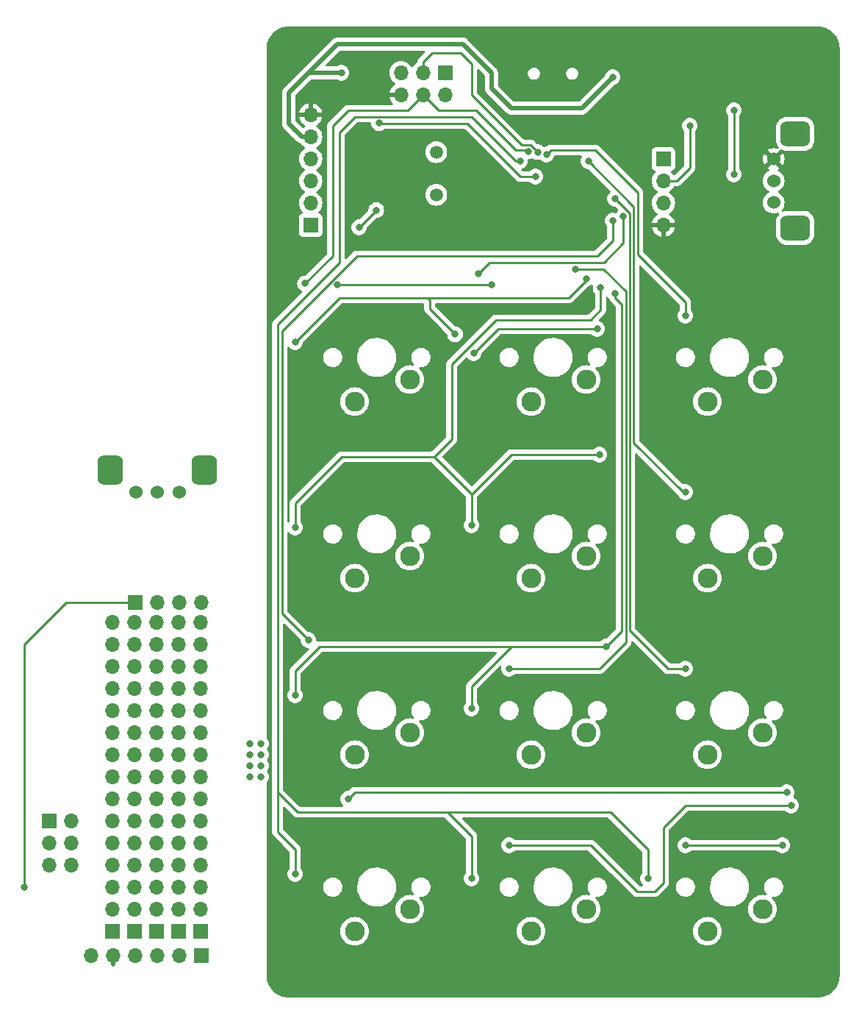
<source format=gbl>
%TF.GenerationSoftware,KiCad,Pcbnew,7.0.7*%
%TF.CreationDate,2023-10-21T15:17:40+02:00*%
%TF.ProjectId,mpad,6d706164-2e6b-4696-9361-645f70636258,rev?*%
%TF.SameCoordinates,Original*%
%TF.FileFunction,Copper,L2,Bot*%
%TF.FilePolarity,Positive*%
%FSLAX46Y46*%
G04 Gerber Fmt 4.6, Leading zero omitted, Abs format (unit mm)*
G04 Created by KiCad (PCBNEW 7.0.7) date 2023-10-21 15:17:40*
%MOMM*%
%LPD*%
G01*
G04 APERTURE LIST*
G04 Aperture macros list*
%AMRoundRect*
0 Rectangle with rounded corners*
0 $1 Rounding radius*
0 $2 $3 $4 $5 $6 $7 $8 $9 X,Y pos of 4 corners*
0 Add a 4 corners polygon primitive as box body*
4,1,4,$2,$3,$4,$5,$6,$7,$8,$9,$2,$3,0*
0 Add four circle primitives for the rounded corners*
1,1,$1+$1,$2,$3*
1,1,$1+$1,$4,$5*
1,1,$1+$1,$6,$7*
1,1,$1+$1,$8,$9*
0 Add four rect primitives between the rounded corners*
20,1,$1+$1,$2,$3,$4,$5,0*
20,1,$1+$1,$4,$5,$6,$7,0*
20,1,$1+$1,$6,$7,$8,$9,0*
20,1,$1+$1,$8,$9,$2,$3,0*%
G04 Aperture macros list end*
%TA.AperFunction,ComponentPad*%
%ADD10C,2.286000*%
%TD*%
%TA.AperFunction,ComponentPad*%
%ADD11R,1.700000X1.700000*%
%TD*%
%TA.AperFunction,ComponentPad*%
%ADD12O,1.700000X1.700000*%
%TD*%
%TA.AperFunction,ComponentPad*%
%ADD13C,1.524000*%
%TD*%
%TA.AperFunction,ComponentPad*%
%ADD14RoundRect,0.725000X-0.725000X-0.975000X0.725000X-0.975000X0.725000X0.975000X-0.725000X0.975000X0*%
%TD*%
%TA.AperFunction,ComponentPad*%
%ADD15C,1.500000*%
%TD*%
%TA.AperFunction,ComponentPad*%
%ADD16RoundRect,0.725000X-0.975000X0.725000X-0.975000X-0.725000X0.975000X-0.725000X0.975000X0.725000X0*%
%TD*%
%TA.AperFunction,ViaPad*%
%ADD17C,0.800000*%
%TD*%
%TA.AperFunction,Conductor*%
%ADD18C,0.500000*%
%TD*%
%TA.AperFunction,Conductor*%
%ADD19C,0.250000*%
%TD*%
G04 APERTURE END LIST*
D10*
%TO.P,K6,1,1*%
%TO.N,Net-(D6-A)*%
X171450000Y-107569000D03*
%TO.P,K6,2,2*%
%TO.N,COL2*%
X177800000Y-105029000D03*
%TD*%
%TO.P,K11,1,1*%
%TO.N,Net-(D11-A)*%
X151130000Y-148209000D03*
%TO.P,K11,2,2*%
%TO.N,COL1*%
X157480000Y-145669000D03*
%TD*%
D11*
%TO.P,J7,1,Pin_1*%
%TO.N,CAP*%
X105537000Y-110363000D03*
D12*
%TO.P,J7,2,Pin_2*%
%TO.N,unconnected-(J7-Pin_2-Pad2)*%
X108077000Y-110363000D03*
%TO.P,J7,3,Pin_3*%
%TO.N,unconnected-(J7-Pin_3-Pad3)*%
X110617000Y-110363000D03*
%TO.P,J7,4,Pin_4*%
%TO.N,GND*%
X113157000Y-110363000D03*
%TD*%
D11*
%TO.P,J11,1,Pin_1*%
%TO.N,unconnected-(J11-Pin_1-Pad1)*%
X105410000Y-148209000D03*
D12*
%TO.P,J11,2,Pin_2*%
%TO.N,unconnected-(J11-Pin_2-Pad2)*%
X105410000Y-145669000D03*
%TO.P,J11,3,Pin_3*%
%TO.N,unconnected-(J11-Pin_3-Pad3)*%
X105410000Y-143129000D03*
%TO.P,J11,4,Pin_4*%
%TO.N,unconnected-(J11-Pin_4-Pad4)*%
X105410000Y-140589000D03*
%TO.P,J11,5,Pin_5*%
%TO.N,unconnected-(J11-Pin_5-Pad5)*%
X105410000Y-138049000D03*
%TO.P,J11,6,Pin_6*%
%TO.N,unconnected-(J11-Pin_6-Pad6)*%
X105410000Y-135509000D03*
%TO.P,J11,7,Pin_7*%
%TO.N,unconnected-(J11-Pin_7-Pad7)*%
X105410000Y-132969000D03*
%TO.P,J11,8,Pin_8*%
%TO.N,unconnected-(J11-Pin_8-Pad8)*%
X105410000Y-130429000D03*
%TO.P,J11,9,Pin_9*%
%TO.N,unconnected-(J11-Pin_9-Pad9)*%
X105410000Y-127889000D03*
%TO.P,J11,10,Pin_10*%
%TO.N,unconnected-(J11-Pin_10-Pad10)*%
X105410000Y-125349000D03*
%TO.P,J11,11,Pin_11*%
%TO.N,unconnected-(J11-Pin_11-Pad11)*%
X105410000Y-122809000D03*
%TO.P,J11,12,Pin_12*%
%TO.N,unconnected-(J11-Pin_12-Pad12)*%
X105410000Y-120269000D03*
%TO.P,J11,13,Pin_13*%
%TO.N,unconnected-(J11-Pin_13-Pad13)*%
X105410000Y-117729000D03*
%TO.P,J11,14,Pin_14*%
%TO.N,unconnected-(J11-Pin_14-Pad14)*%
X105410000Y-115189000D03*
%TO.P,J11,15,Pin_15*%
%TO.N,unconnected-(J11-Pin_15-Pad15)*%
X105410000Y-112649000D03*
%TD*%
D11*
%TO.P,J12,1,Pin_1*%
%TO.N,unconnected-(J12-Pin_1-Pad1)*%
X102870000Y-148209000D03*
D12*
%TO.P,J12,2,Pin_2*%
%TO.N,unconnected-(J12-Pin_2-Pad2)*%
X102870000Y-145669000D03*
%TO.P,J12,3,Pin_3*%
%TO.N,unconnected-(J12-Pin_3-Pad3)*%
X102870000Y-143129000D03*
%TO.P,J12,4,Pin_4*%
%TO.N,unconnected-(J12-Pin_4-Pad4)*%
X102870000Y-140589000D03*
%TO.P,J12,5,Pin_5*%
%TO.N,unconnected-(J12-Pin_5-Pad5)*%
X102870000Y-138049000D03*
%TO.P,J12,6,Pin_6*%
%TO.N,unconnected-(J12-Pin_6-Pad6)*%
X102870000Y-135509000D03*
%TO.P,J12,7,Pin_7*%
%TO.N,unconnected-(J12-Pin_7-Pad7)*%
X102870000Y-132969000D03*
%TO.P,J12,8,Pin_8*%
%TO.N,unconnected-(J12-Pin_8-Pad8)*%
X102870000Y-130429000D03*
%TO.P,J12,9,Pin_9*%
%TO.N,unconnected-(J12-Pin_9-Pad9)*%
X102870000Y-127889000D03*
%TO.P,J12,10,Pin_10*%
%TO.N,unconnected-(J12-Pin_10-Pad10)*%
X102870000Y-125349000D03*
%TO.P,J12,11,Pin_11*%
%TO.N,unconnected-(J12-Pin_11-Pad11)*%
X102870000Y-122809000D03*
%TO.P,J12,12,Pin_12*%
%TO.N,unconnected-(J12-Pin_12-Pad12)*%
X102870000Y-120269000D03*
%TO.P,J12,13,Pin_13*%
%TO.N,unconnected-(J12-Pin_13-Pad13)*%
X102870000Y-117729000D03*
%TO.P,J12,14,Pin_14*%
%TO.N,unconnected-(J12-Pin_14-Pad14)*%
X102870000Y-115189000D03*
%TO.P,J12,15,Pin_15*%
%TO.N,unconnected-(J12-Pin_15-Pad15)*%
X102870000Y-112649000D03*
%TD*%
D10*
%TO.P,K1,1,1*%
%TO.N,Net-(D1-A)*%
X130810000Y-87249000D03*
%TO.P,K1,2,2*%
%TO.N,COL0*%
X137160000Y-84709000D03*
%TD*%
%TO.P,K10,1,1*%
%TO.N,Net-(D10-A)*%
X130810000Y-148209000D03*
%TO.P,K10,2,2*%
%TO.N,COL0*%
X137160000Y-145669000D03*
%TD*%
%TO.P,K9,1,1*%
%TO.N,Net-(D9-A)*%
X171450000Y-127889000D03*
%TO.P,K9,2,2*%
%TO.N,COL2*%
X177800000Y-125349000D03*
%TD*%
D11*
%TO.P,J6,1,Pin_1*%
%TO.N,unconnected-(J6-Pin_1-Pad1)*%
X113157000Y-151003000D03*
D12*
%TO.P,J6,2,Pin_2*%
%TO.N,unconnected-(J6-Pin_2-Pad2)*%
X110617000Y-151003000D03*
%TO.P,J6,3,Pin_3*%
%TO.N,unconnected-(J6-Pin_3-Pad3)*%
X108077000Y-151003000D03*
%TO.P,J6,4,Pin_4*%
%TO.N,unconnected-(J6-Pin_4-Pad4)*%
X105537000Y-151003000D03*
%TO.P,J6,5,Pin_5*%
%TO.N,unconnected-(J6-Pin_5-Pad5)*%
X102997000Y-151003000D03*
%TO.P,J6,6,Pin_6*%
%TO.N,GND*%
X100457000Y-151003000D03*
%TD*%
D10*
%TO.P,K8,1,1*%
%TO.N,Net-(D8-A)*%
X151130000Y-127889000D03*
%TO.P,K8,2,2*%
%TO.N,COL1*%
X157480000Y-125349000D03*
%TD*%
D11*
%TO.P,J2,1,Pin_1*%
%TO.N,CAP1*%
X166370000Y-59309000D03*
D12*
%TO.P,J2,2,Pin_2*%
%TO.N,ENA*%
X166370000Y-61849000D03*
%TO.P,J2,3,Pin_3*%
%TO.N,ENB*%
X166370000Y-64389000D03*
%TO.P,J2,4,Pin_4*%
%TO.N,GND*%
X166370000Y-66929000D03*
%TD*%
D10*
%TO.P,K5,1,1*%
%TO.N,Net-(D5-A)*%
X151130000Y-107569000D03*
%TO.P,K5,2,2*%
%TO.N,COL1*%
X157480000Y-105029000D03*
%TD*%
D13*
%TO.P,SW3,A,A*%
%TO.N,unconnected-(SW3-PadA)*%
X108077000Y-97663000D03*
%TO.P,SW3,B,B*%
%TO.N,unconnected-(SW3-PadB)*%
X110577000Y-97663000D03*
%TO.P,SW3,C,C*%
%TO.N,GND*%
X105577000Y-97663000D03*
D14*
%TO.P,SW3,SH*%
%TO.N,N/C*%
X113477000Y-95163000D03*
X102677000Y-95163000D03*
%TD*%
D10*
%TO.P,K4,1,1*%
%TO.N,Net-(D4-A)*%
X130810000Y-107569000D03*
%TO.P,K4,2,2*%
%TO.N,COL0*%
X137160000Y-105029000D03*
%TD*%
%TO.P,K2,1,1*%
%TO.N,Net-(D2-A)*%
X151130000Y-87249000D03*
%TO.P,K2,2,2*%
%TO.N,COL1*%
X157480000Y-84709000D03*
%TD*%
D11*
%TO.P,J3,1,Pin_1*%
%TO.N,LED4*%
X141224000Y-49403000D03*
D12*
%TO.P,J3,2,Pin_2*%
%TO.N,+3V3*%
X141224000Y-51943000D03*
%TO.P,J3,3,Pin_3*%
%TO.N,LED2*%
X138684000Y-49403000D03*
%TO.P,J3,4,Pin_4*%
%TO.N,LED1*%
X138684000Y-51943000D03*
%TO.P,J3,5,Pin_5*%
%TO.N,/RST*%
X136144000Y-49403000D03*
%TO.P,J3,6,Pin_6*%
%TO.N,GND*%
X136144000Y-51943000D03*
%TD*%
D10*
%TO.P,K12,1,1*%
%TO.N,Net-(D12-A)*%
X171450000Y-148209000D03*
%TO.P,K12,2,2*%
%TO.N,COL2*%
X177800000Y-145669000D03*
%TD*%
D11*
%TO.P,J5,1,Pin_1*%
%TO.N,TXD*%
X125730000Y-66929000D03*
D12*
%TO.P,J5,2,Pin_2*%
%TO.N,RXD*%
X125730000Y-64389000D03*
%TO.P,J5,3,Pin_3*%
%TO.N,SCL*%
X125730000Y-61849000D03*
%TO.P,J5,4,Pin_4*%
%TO.N,SDA*%
X125730000Y-59309000D03*
%TO.P,J5,5,Pin_5*%
%TO.N,+3V3*%
X125730000Y-56769000D03*
%TO.P,J5,6,Pin_6*%
%TO.N,GND*%
X125730000Y-54229000D03*
%TD*%
D11*
%TO.P,J10,1,Pin_1*%
%TO.N,unconnected-(J10-Pin_1-Pad1)*%
X107950000Y-148209000D03*
D12*
%TO.P,J10,2,Pin_2*%
%TO.N,unconnected-(J10-Pin_2-Pad2)*%
X107950000Y-145669000D03*
%TO.P,J10,3,Pin_3*%
%TO.N,unconnected-(J10-Pin_3-Pad3)*%
X107950000Y-143129000D03*
%TO.P,J10,4,Pin_4*%
%TO.N,unconnected-(J10-Pin_4-Pad4)*%
X107950000Y-140589000D03*
%TO.P,J10,5,Pin_5*%
%TO.N,unconnected-(J10-Pin_5-Pad5)*%
X107950000Y-138049000D03*
%TO.P,J10,6,Pin_6*%
%TO.N,unconnected-(J10-Pin_6-Pad6)*%
X107950000Y-135509000D03*
%TO.P,J10,7,Pin_7*%
%TO.N,unconnected-(J10-Pin_7-Pad7)*%
X107950000Y-132969000D03*
%TO.P,J10,8,Pin_8*%
%TO.N,unconnected-(J10-Pin_8-Pad8)*%
X107950000Y-130429000D03*
%TO.P,J10,9,Pin_9*%
%TO.N,unconnected-(J10-Pin_9-Pad9)*%
X107950000Y-127889000D03*
%TO.P,J10,10,Pin_10*%
%TO.N,unconnected-(J10-Pin_10-Pad10)*%
X107950000Y-125349000D03*
%TO.P,J10,11,Pin_11*%
%TO.N,unconnected-(J10-Pin_11-Pad11)*%
X107950000Y-122809000D03*
%TO.P,J10,12,Pin_12*%
%TO.N,unconnected-(J10-Pin_12-Pad12)*%
X107950000Y-120269000D03*
%TO.P,J10,13,Pin_13*%
%TO.N,unconnected-(J10-Pin_13-Pad13)*%
X107950000Y-117729000D03*
%TO.P,J10,14,Pin_14*%
%TO.N,unconnected-(J10-Pin_14-Pad14)*%
X107950000Y-115189000D03*
%TO.P,J10,15,Pin_15*%
%TO.N,unconnected-(J10-Pin_15-Pad15)*%
X107950000Y-112649000D03*
%TD*%
D10*
%TO.P,K3,1,1*%
%TO.N,Net-(D3-A)*%
X171450000Y-87249000D03*
%TO.P,K3,2,2*%
%TO.N,COL2*%
X177800000Y-84709000D03*
%TD*%
D11*
%TO.P,J9,1,Pin_1*%
%TO.N,unconnected-(J9-Pin_1-Pad1)*%
X110490000Y-148209000D03*
D12*
%TO.P,J9,2,Pin_2*%
%TO.N,unconnected-(J9-Pin_2-Pad2)*%
X110490000Y-145669000D03*
%TO.P,J9,3,Pin_3*%
%TO.N,unconnected-(J9-Pin_3-Pad3)*%
X110490000Y-143129000D03*
%TO.P,J9,4,Pin_4*%
%TO.N,unconnected-(J9-Pin_4-Pad4)*%
X110490000Y-140589000D03*
%TO.P,J9,5,Pin_5*%
%TO.N,unconnected-(J9-Pin_5-Pad5)*%
X110490000Y-138049000D03*
%TO.P,J9,6,Pin_6*%
%TO.N,unconnected-(J9-Pin_6-Pad6)*%
X110490000Y-135509000D03*
%TO.P,J9,7,Pin_7*%
%TO.N,unconnected-(J9-Pin_7-Pad7)*%
X110490000Y-132969000D03*
%TO.P,J9,8,Pin_8*%
%TO.N,unconnected-(J9-Pin_8-Pad8)*%
X110490000Y-130429000D03*
%TO.P,J9,9,Pin_9*%
%TO.N,unconnected-(J9-Pin_9-Pad9)*%
X110490000Y-127889000D03*
%TO.P,J9,10,Pin_10*%
%TO.N,unconnected-(J9-Pin_10-Pad10)*%
X110490000Y-125349000D03*
%TO.P,J9,11,Pin_11*%
%TO.N,unconnected-(J9-Pin_11-Pad11)*%
X110490000Y-122809000D03*
%TO.P,J9,12,Pin_12*%
%TO.N,unconnected-(J9-Pin_12-Pad12)*%
X110490000Y-120269000D03*
%TO.P,J9,13,Pin_13*%
%TO.N,unconnected-(J9-Pin_13-Pad13)*%
X110490000Y-117729000D03*
%TO.P,J9,14,Pin_14*%
%TO.N,unconnected-(J9-Pin_14-Pad14)*%
X110490000Y-115189000D03*
%TO.P,J9,15,Pin_15*%
%TO.N,unconnected-(J9-Pin_15-Pad15)*%
X110490000Y-112649000D03*
%TD*%
D15*
%TO.P,Y1,1,1*%
%TO.N,Net-(U2-XTAL1)*%
X140208000Y-63447000D03*
%TO.P,Y1,2,2*%
%TO.N,Net-(U2-XTAL2)*%
X140208000Y-58547000D03*
%TD*%
D11*
%TO.P,J4,1,Pin_1*%
%TO.N,unconnected-(J4-Pin_1-Pad1)*%
X95631000Y-135509000D03*
D12*
%TO.P,J4,2,Pin_2*%
%TO.N,unconnected-(J4-Pin_2-Pad2)*%
X98171000Y-135509000D03*
%TO.P,J4,3,Pin_3*%
%TO.N,unconnected-(J4-Pin_3-Pad3)*%
X95631000Y-138049000D03*
%TO.P,J4,4,Pin_4*%
%TO.N,unconnected-(J4-Pin_4-Pad4)*%
X98171000Y-138049000D03*
%TO.P,J4,5,Pin_5*%
%TO.N,Net-(J4-Pin_5)*%
X95631000Y-140589000D03*
%TO.P,J4,6,Pin_6*%
%TO.N,GND*%
X98171000Y-140589000D03*
%TD*%
D10*
%TO.P,K7,1,1*%
%TO.N,Net-(D7-A)*%
X130810000Y-127889000D03*
%TO.P,K7,2,2*%
%TO.N,COL0*%
X137160000Y-125349000D03*
%TD*%
D11*
%TO.P,J8,1,Pin_1*%
%TO.N,unconnected-(J8-Pin_1-Pad1)*%
X113030000Y-148209000D03*
D12*
%TO.P,J8,2,Pin_2*%
%TO.N,unconnected-(J8-Pin_2-Pad2)*%
X113030000Y-145669000D03*
%TO.P,J8,3,Pin_3*%
%TO.N,unconnected-(J8-Pin_3-Pad3)*%
X113030000Y-143129000D03*
%TO.P,J8,4,Pin_4*%
%TO.N,unconnected-(J8-Pin_4-Pad4)*%
X113030000Y-140589000D03*
%TO.P,J8,5,Pin_5*%
%TO.N,unconnected-(J8-Pin_5-Pad5)*%
X113030000Y-138049000D03*
%TO.P,J8,6,Pin_6*%
%TO.N,unconnected-(J8-Pin_6-Pad6)*%
X113030000Y-135509000D03*
%TO.P,J8,7,Pin_7*%
%TO.N,unconnected-(J8-Pin_7-Pad7)*%
X113030000Y-132969000D03*
%TO.P,J8,8,Pin_8*%
%TO.N,unconnected-(J8-Pin_8-Pad8)*%
X113030000Y-130429000D03*
%TO.P,J8,9,Pin_9*%
%TO.N,unconnected-(J8-Pin_9-Pad9)*%
X113030000Y-127889000D03*
%TO.P,J8,10,Pin_10*%
%TO.N,unconnected-(J8-Pin_10-Pad10)*%
X113030000Y-125349000D03*
%TO.P,J8,11,Pin_11*%
%TO.N,unconnected-(J8-Pin_11-Pad11)*%
X113030000Y-122809000D03*
%TO.P,J8,12,Pin_12*%
%TO.N,unconnected-(J8-Pin_12-Pad12)*%
X113030000Y-120269000D03*
%TO.P,J8,13,Pin_13*%
%TO.N,unconnected-(J8-Pin_13-Pad13)*%
X113030000Y-117729000D03*
%TO.P,J8,14,Pin_14*%
%TO.N,unconnected-(J8-Pin_14-Pad14)*%
X113030000Y-115189000D03*
%TO.P,J8,15,Pin_15*%
%TO.N,unconnected-(J8-Pin_15-Pad15)*%
X113030000Y-112649000D03*
%TD*%
D13*
%TO.P,SW2,A,A*%
%TO.N,Net-(R20-Pad2)*%
X179070000Y-61849000D03*
%TO.P,SW2,B,B*%
%TO.N,Net-(R21-Pad2)*%
X179070000Y-64349000D03*
%TO.P,SW2,C,C*%
%TO.N,GND*%
X179070000Y-59349000D03*
D16*
%TO.P,SW2,SH*%
%TO.N,N/C*%
X181570000Y-67249000D03*
X181570000Y-56449000D03*
%TD*%
D17*
%TO.N,*%
X120015000Y-126619000D03*
X120015000Y-130429000D03*
X118745000Y-129159000D03*
X120015000Y-129159000D03*
X118745000Y-127889000D03*
X118745000Y-130429000D03*
X120015000Y-127889000D03*
X118745000Y-126619000D03*
%TO.N,GND*%
X158750000Y-153289000D03*
X135890000Y-61849000D03*
X138430000Y-92329000D03*
X161290000Y-46609000D03*
X123190000Y-150749000D03*
X154170000Y-61087000D03*
X138430000Y-61849000D03*
X143510000Y-112649000D03*
X166370000Y-92329000D03*
X130810000Y-51689000D03*
X138430000Y-153289000D03*
X166370000Y-153289000D03*
X171196000Y-75565000D03*
X171196000Y-54737000D03*
X133350000Y-153289000D03*
X184150000Y-49149000D03*
X145796000Y-46609000D03*
X128270000Y-51689000D03*
X181610000Y-150749000D03*
X177292000Y-57023000D03*
X184150000Y-140589000D03*
X140970000Y-138049000D03*
X171450000Y-92329000D03*
X149098000Y-67437000D03*
X166370000Y-79629000D03*
X173990000Y-153289000D03*
X164846000Y-74803000D03*
X130810000Y-92329000D03*
X138430000Y-56769000D03*
X153670000Y-153289000D03*
X168910000Y-153289000D03*
X166370000Y-112649000D03*
X158750000Y-112649000D03*
X184150000Y-153289000D03*
X135890000Y-153289000D03*
X172212000Y-61087000D03*
X184150000Y-148209000D03*
X153670000Y-46609000D03*
X128270000Y-153289000D03*
X171450000Y-112649000D03*
X123190000Y-46609000D03*
X161290000Y-138049000D03*
X135890000Y-59309000D03*
X184150000Y-46609000D03*
X184150000Y-150749000D03*
X148590000Y-153289000D03*
X140970000Y-112649000D03*
X156210000Y-153289000D03*
X181610000Y-153289000D03*
X146050000Y-112649000D03*
X140970000Y-153289000D03*
X164846000Y-68707000D03*
X184150000Y-72009000D03*
X135890000Y-64389000D03*
X143510000Y-153289000D03*
X161290000Y-120269000D03*
X181610000Y-49149000D03*
X146050000Y-153289000D03*
X184150000Y-61849000D03*
X184150000Y-51689000D03*
X163830000Y-46609000D03*
X181610000Y-51689000D03*
X176530000Y-153289000D03*
X151130000Y-153289000D03*
X168910000Y-66929000D03*
X130810000Y-153289000D03*
X181610000Y-46609000D03*
X161798000Y-58547000D03*
X161290000Y-153289000D03*
X138430000Y-59309000D03*
X184150000Y-143129000D03*
X184150000Y-145669000D03*
X138430000Y-112649000D03*
X179070000Y-92329000D03*
X163830000Y-153289000D03*
X140970000Y-117729000D03*
X125730000Y-153289000D03*
X151130000Y-92329000D03*
X125730000Y-92329000D03*
X140970000Y-140589000D03*
X163830000Y-130429000D03*
X151892000Y-64643000D03*
X179070000Y-46609000D03*
X123190000Y-153289000D03*
X171450000Y-153289000D03*
X179070000Y-153289000D03*
X151130000Y-112649000D03*
X146050000Y-92329000D03*
X179070000Y-112649000D03*
X166370000Y-54229000D03*
X176530000Y-63500000D03*
X147066000Y-69215000D03*
X155448000Y-63881000D03*
%TO.N,/RST*%
X133604000Y-55207500D03*
X151638000Y-61341000D03*
%TO.N,ROW0*%
X142367000Y-79502000D03*
X144526000Y-81661000D03*
X158750000Y-78867000D03*
X157480000Y-73123896D03*
X123952000Y-80391000D03*
%TO.N,ROW1*%
X159135299Y-74163701D03*
X123952000Y-101727000D03*
X159004000Y-93345000D03*
X144272000Y-101473000D03*
%TO.N,ROW2*%
X123952000Y-121031000D03*
X160782000Y-74803000D03*
X159766000Y-115443000D03*
X144272000Y-122555000D03*
%TO.N,ROW3*%
X144272000Y-142113000D03*
X164592000Y-142113000D03*
X123952000Y-141605000D03*
X149860000Y-59563000D03*
%TO.N,LED1*%
X125095000Y-73660000D03*
X150785906Y-58439003D03*
%TO.N,LED2*%
X151905251Y-58533749D03*
X146558000Y-73787000D03*
X128778000Y-73787000D03*
%TO.N,LED3*%
X152903701Y-58805299D03*
X168910000Y-77343000D03*
%TO.N,LED5*%
X161777500Y-65913000D03*
X145034000Y-72517000D03*
%TO.N,LED6*%
X157734000Y-59563000D03*
X168910000Y-97663000D03*
%TO.N,LED7*%
X160528000Y-66421000D03*
X125476000Y-114681000D03*
%TO.N,LED8*%
X148590000Y-117983000D03*
X156210000Y-72009000D03*
%TO.N,LED9*%
X168910000Y-117983000D03*
X160782000Y-63881000D03*
%TO.N,LED10*%
X130048000Y-132969000D03*
X180594000Y-132207000D03*
%TO.N,LED11*%
X181102000Y-133731000D03*
X148590000Y-138303000D03*
%TO.N,LED12*%
X180086000Y-138303000D03*
X168910000Y-138303000D03*
%TO.N,+3V3*%
X174498000Y-53721000D03*
X160528000Y-49911000D03*
X174498000Y-61087000D03*
X129286000Y-49403000D03*
%TO.N,ENA*%
X169418000Y-55499000D03*
%TO.N,CAP*%
X92710000Y-143129000D03*
%TO.N,SCL*%
X133291850Y-65209150D03*
X131318000Y-67183000D03*
%TD*%
D18*
%TO.N,GND*%
X166370000Y-66929000D02*
X168910000Y-66929000D01*
X136144000Y-51943000D02*
X133858000Y-51943000D01*
D19*
%TO.N,/RST*%
X149860000Y-61341000D02*
X151638000Y-61341000D01*
X143764000Y-55245000D02*
X149860000Y-61341000D01*
X133641500Y-55245000D02*
X143764000Y-55245000D01*
X133604000Y-55207500D02*
X133641500Y-55245000D01*
%TO.N,ROW0*%
X129032000Y-75311000D02*
X127762000Y-76581000D01*
X147320000Y-78867000D02*
X144526000Y-81661000D01*
X142367000Y-79502000D02*
X139446000Y-76581000D01*
X155448000Y-75311000D02*
X139192000Y-75311000D01*
X139446000Y-75565000D02*
X139192000Y-75311000D01*
X158750000Y-78867000D02*
X147320000Y-78867000D01*
X139446000Y-76581000D02*
X139446000Y-75565000D01*
X157480000Y-73279000D02*
X155448000Y-75311000D01*
X139192000Y-75311000D02*
X129032000Y-75311000D01*
X157480000Y-73123896D02*
X157480000Y-73279000D01*
X127762000Y-76581000D02*
X123952000Y-80391000D01*
%TO.N,ROW1*%
X129286000Y-93599000D02*
X123952000Y-98933000D01*
X141986000Y-82931000D02*
X141986000Y-91567000D01*
X139954000Y-93599000D02*
X144272000Y-97917000D01*
X147066000Y-77851000D02*
X141986000Y-82931000D01*
X159004000Y-93345000D02*
X148844000Y-93345000D01*
X144272000Y-97917000D02*
X144272000Y-101473000D01*
X159135299Y-74163701D02*
X159135299Y-76703701D01*
X157988000Y-77851000D02*
X147066000Y-77851000D01*
X123952000Y-98933000D02*
X123952000Y-101727000D01*
X141986000Y-91567000D02*
X139954000Y-93599000D01*
X148844000Y-93345000D02*
X144272000Y-97917000D01*
X159135299Y-76703701D02*
X157988000Y-77851000D01*
X139954000Y-93599000D02*
X129286000Y-93599000D01*
%TO.N,ROW2*%
X160782000Y-74803000D02*
X160782000Y-75311000D01*
X126746000Y-115443000D02*
X123952000Y-118237000D01*
X161544000Y-76073000D02*
X161544000Y-113665000D01*
X159766000Y-115443000D02*
X149098000Y-115443000D01*
X149098000Y-115443000D02*
X148844000Y-115443000D01*
X144272000Y-120015000D02*
X144272000Y-122555000D01*
X160782000Y-75311000D02*
X161544000Y-76073000D01*
X148844000Y-115443000D02*
X144272000Y-120015000D01*
X149098000Y-115443000D02*
X126746000Y-115443000D01*
X161544000Y-113665000D02*
X159766000Y-115443000D01*
X123952000Y-118237000D02*
X123952000Y-121031000D01*
%TO.N,ROW3*%
X129032000Y-71256305D02*
X121920000Y-78368305D01*
X141478000Y-134493000D02*
X160274000Y-134493000D01*
X144272000Y-137287000D02*
X144272000Y-142113000D01*
X121920000Y-132207000D02*
X121920000Y-136779000D01*
X130810000Y-54483000D02*
X129032000Y-56261000D01*
X164592000Y-138811000D02*
X164592000Y-142113000D01*
X129032000Y-56261000D02*
X129032000Y-71256305D01*
X149860000Y-59563000D02*
X149352000Y-59563000D01*
X160274000Y-134493000D02*
X164592000Y-138811000D01*
X141478000Y-134493000D02*
X144272000Y-137287000D01*
X149352000Y-59563000D02*
X144272000Y-54483000D01*
X123952000Y-138811000D02*
X123952000Y-141605000D01*
X124206000Y-134493000D02*
X141478000Y-134493000D01*
X121920000Y-136779000D02*
X123952000Y-138811000D01*
X121920000Y-132207000D02*
X124206000Y-134493000D01*
X144272000Y-54483000D02*
X130810000Y-54483000D01*
X121920000Y-78368305D02*
X121920000Y-132207000D01*
%TO.N,LED1*%
X140462000Y-53721000D02*
X138684000Y-51943000D01*
X150785906Y-58439003D02*
X150659896Y-58312993D01*
X128270000Y-70485000D02*
X128270000Y-55499000D01*
X136906000Y-53721000D02*
X138684000Y-51943000D01*
X125095000Y-73660000D02*
X128270000Y-70485000D01*
X130048000Y-53721000D02*
X136906000Y-53721000D01*
X149371993Y-58312993D02*
X144780000Y-53721000D01*
X128270000Y-55499000D02*
X130048000Y-53721000D01*
X144780000Y-53721000D02*
X140462000Y-53721000D01*
X150659896Y-58312993D02*
X149371993Y-58312993D01*
%TO.N,LED2*%
X144272000Y-48387000D02*
X143002000Y-47117000D01*
X146558000Y-73787000D02*
X128778000Y-73787000D01*
X150043003Y-57714003D02*
X144272000Y-51943000D01*
X143002000Y-47117000D02*
X139700000Y-47117000D01*
X139700000Y-47117000D02*
X138684000Y-48133000D01*
X151905251Y-58533749D02*
X151085505Y-57714003D01*
X144272000Y-51943000D02*
X144272000Y-48387000D01*
X138684000Y-48133000D02*
X138684000Y-49403000D01*
X151085505Y-57714003D02*
X150043003Y-57714003D01*
%TO.N,LED3*%
X168910000Y-77343000D02*
X168910000Y-75819000D01*
X153416000Y-58293000D02*
X152903701Y-58805299D01*
X158496000Y-58293000D02*
X153416000Y-58293000D01*
X168910000Y-75819000D02*
X163402000Y-70311000D01*
X163402000Y-70311000D02*
X163402000Y-63199000D01*
X163402000Y-63199000D02*
X158496000Y-58293000D01*
%TO.N,LED5*%
X161777500Y-65913000D02*
X161777500Y-68981500D01*
X161777500Y-68981500D02*
X159512000Y-71247000D01*
X146304000Y-71247000D02*
X145034000Y-72517000D01*
X159512000Y-71247000D02*
X146304000Y-71247000D01*
%TO.N,LED6*%
X168910000Y-97663000D02*
X168656000Y-97663000D01*
X162952000Y-64781000D02*
X157734000Y-59563000D01*
X162952000Y-91959000D02*
X162952000Y-64781000D01*
X168656000Y-97663000D02*
X162952000Y-91959000D01*
%TO.N,LED7*%
X160528000Y-66421000D02*
X160528000Y-68707000D01*
X131054695Y-70485000D02*
X122428000Y-79111695D01*
X158750000Y-70485000D02*
X131054695Y-70485000D01*
X122428000Y-79111695D02*
X122428000Y-111633000D01*
X122428000Y-111633000D02*
X125476000Y-114681000D01*
X160528000Y-68707000D02*
X158750000Y-70485000D01*
%TO.N,LED8*%
X156210000Y-72009000D02*
X159483805Y-72009000D01*
X159004000Y-117983000D02*
X148590000Y-117983000D01*
X162052000Y-74577195D02*
X162052000Y-114935000D01*
X162052000Y-114935000D02*
X159004000Y-117983000D01*
X159483805Y-72009000D02*
X162052000Y-74577195D01*
%TO.N,LED9*%
X162502000Y-65601000D02*
X160782000Y-63881000D01*
X166878000Y-117983000D02*
X162502000Y-113607000D01*
X162502000Y-113607000D02*
X162502000Y-65601000D01*
X168910000Y-117983000D02*
X166878000Y-117983000D01*
%TO.N,LED10*%
X130810000Y-132207000D02*
X130048000Y-132969000D01*
X180594000Y-132207000D02*
X130810000Y-132207000D01*
%TO.N,LED11*%
X157988000Y-138303000D02*
X163322000Y-143637000D01*
X148590000Y-138303000D02*
X157988000Y-138303000D01*
X166370000Y-142621000D02*
X166370000Y-136271000D01*
X163322000Y-143637000D02*
X165354000Y-143637000D01*
X165354000Y-143637000D02*
X166370000Y-142621000D01*
X166370000Y-136271000D02*
X168910000Y-133731000D01*
X168910000Y-133731000D02*
X181102000Y-133731000D01*
%TO.N,LED12*%
X180086000Y-138303000D02*
X168910000Y-138303000D01*
D18*
%TO.N,+3V3*%
X123190000Y-51689000D02*
X123190000Y-55245000D01*
X160528000Y-49911000D02*
X156972000Y-53467000D01*
X156972000Y-53467000D02*
X148844000Y-53467000D01*
X129286000Y-49403000D02*
X125730000Y-49403000D01*
D19*
X174498000Y-61087000D02*
X174498000Y-53721000D01*
D18*
X146558000Y-51181000D02*
X146558000Y-49403000D01*
X123190000Y-55245000D02*
X124714000Y-56769000D01*
X128778000Y-46101000D02*
X125730000Y-49149000D01*
X148844000Y-53467000D02*
X146558000Y-51181000D01*
X146558000Y-49403000D02*
X143256000Y-46101000D01*
X125730000Y-49149000D02*
X123190000Y-51689000D01*
X125730000Y-49149000D02*
X125730000Y-49403000D01*
X124714000Y-56769000D02*
X125730000Y-56769000D01*
X143256000Y-46101000D02*
X128778000Y-46101000D01*
D19*
%TO.N,ENA*%
X169418000Y-55499000D02*
X169418000Y-60325000D01*
X169418000Y-60325000D02*
X167894000Y-61849000D01*
X167894000Y-61849000D02*
X166370000Y-61849000D01*
%TO.N,CAP*%
X92710000Y-115189000D02*
X92710000Y-143129000D01*
X105537000Y-110363000D02*
X97536000Y-110363000D01*
X97536000Y-110363000D02*
X92710000Y-115189000D01*
%TO.N,SCL*%
X131318000Y-67183000D02*
X133291850Y-65209150D01*
D18*
%TO.N,unconnected-(J6-Pin_5-Pad5)*%
X102997000Y-152019000D02*
X102997000Y-151003000D01*
%TD*%
%TA.AperFunction,Conductor*%
%TO.N,GND*%
G36*
X159966002Y-75204289D02*
G01*
X159992185Y-75236001D01*
X160049467Y-75335216D01*
X160111058Y-75403620D01*
X160158366Y-75456161D01*
X160181507Y-75493483D01*
X160188487Y-75511112D01*
X160190381Y-75516642D01*
X160203381Y-75561388D01*
X160213580Y-75578634D01*
X160222138Y-75596103D01*
X160229514Y-75614732D01*
X160256898Y-75652423D01*
X160260106Y-75657307D01*
X160283827Y-75697416D01*
X160283833Y-75697424D01*
X160297990Y-75711580D01*
X160310628Y-75726376D01*
X160322405Y-75742586D01*
X160322406Y-75742587D01*
X160358309Y-75772288D01*
X160362620Y-75776210D01*
X160628180Y-76041770D01*
X160882180Y-76295770D01*
X160915665Y-76357093D01*
X160918499Y-76383451D01*
X160918499Y-113354547D01*
X160898814Y-113421586D01*
X160882180Y-113442228D01*
X159818228Y-114506181D01*
X159756905Y-114539666D01*
X159730547Y-114542500D01*
X159671354Y-114542500D01*
X159638897Y-114549398D01*
X159486197Y-114581855D01*
X159486192Y-114581857D01*
X159313270Y-114658848D01*
X159313265Y-114658851D01*
X159160130Y-114770110D01*
X159160126Y-114770114D01*
X159154400Y-114776474D01*
X159094913Y-114813121D01*
X159062252Y-114817500D01*
X148926737Y-114817500D01*
X148911120Y-114815776D01*
X148911093Y-114816062D01*
X148903331Y-114815327D01*
X148834203Y-114817500D01*
X126828743Y-114817500D01*
X126813122Y-114815775D01*
X126813095Y-114816061D01*
X126805333Y-114815326D01*
X126736172Y-114817500D01*
X126706649Y-114817500D01*
X126699778Y-114818367D01*
X126693959Y-114818825D01*
X126647374Y-114820289D01*
X126647368Y-114820290D01*
X126628126Y-114825880D01*
X126609087Y-114829823D01*
X126589217Y-114832334D01*
X126589203Y-114832337D01*
X126545888Y-114849486D01*
X126540372Y-114851375D01*
X126535209Y-114852876D01*
X126465340Y-114852690D01*
X126406663Y-114814759D01*
X126377808Y-114751126D01*
X126377272Y-114720846D01*
X126381460Y-114681000D01*
X126361674Y-114492744D01*
X126303179Y-114312716D01*
X126208533Y-114148784D01*
X126081871Y-114008112D01*
X126081870Y-114008111D01*
X125928734Y-113896851D01*
X125928729Y-113896848D01*
X125755807Y-113819857D01*
X125755802Y-113819855D01*
X125610000Y-113788865D01*
X125570646Y-113780500D01*
X125570645Y-113780500D01*
X125511452Y-113780500D01*
X125444413Y-113760815D01*
X125423771Y-113744181D01*
X123089819Y-111410228D01*
X123056334Y-111348905D01*
X123053500Y-111322547D01*
X123053500Y-107568999D01*
X129161418Y-107568999D01*
X129181715Y-107826898D01*
X129242102Y-108078430D01*
X129242106Y-108078442D01*
X129341102Y-108317441D01*
X129476267Y-108538009D01*
X129476270Y-108538014D01*
X129552426Y-108627181D01*
X129644276Y-108734724D01*
X129770191Y-108842265D01*
X129840985Y-108902729D01*
X129840990Y-108902732D01*
X130061558Y-109037897D01*
X130146057Y-109072897D01*
X130300560Y-109136895D01*
X130552105Y-109197285D01*
X130810000Y-109217582D01*
X131067895Y-109197285D01*
X131319440Y-109136895D01*
X131558441Y-109037897D01*
X131779012Y-108902731D01*
X131975724Y-108734724D01*
X132143731Y-108538012D01*
X132278897Y-108317441D01*
X132377895Y-108078440D01*
X132438285Y-107826895D01*
X132458582Y-107569000D01*
X132458582Y-107568999D01*
X149481418Y-107568999D01*
X149501715Y-107826898D01*
X149562102Y-108078430D01*
X149562106Y-108078442D01*
X149661102Y-108317441D01*
X149796267Y-108538009D01*
X149796270Y-108538014D01*
X149872426Y-108627181D01*
X149964276Y-108734724D01*
X150090191Y-108842265D01*
X150160985Y-108902729D01*
X150160990Y-108902732D01*
X150381558Y-109037897D01*
X150466057Y-109072897D01*
X150620560Y-109136895D01*
X150872105Y-109197285D01*
X151130000Y-109217582D01*
X151387895Y-109197285D01*
X151639440Y-109136895D01*
X151878441Y-109037897D01*
X152099012Y-108902731D01*
X152295724Y-108734724D01*
X152463731Y-108538012D01*
X152598897Y-108317441D01*
X152697895Y-108078440D01*
X152758285Y-107826895D01*
X152778582Y-107569000D01*
X152758285Y-107311105D01*
X152697895Y-107059560D01*
X152598897Y-106820559D01*
X152598897Y-106820558D01*
X152463732Y-106599990D01*
X152463729Y-106599985D01*
X152403265Y-106529191D01*
X152295724Y-106403276D01*
X152188181Y-106311426D01*
X152099014Y-106235270D01*
X152099009Y-106235267D01*
X151878441Y-106100102D01*
X151639442Y-106001106D01*
X151639444Y-106001106D01*
X151639440Y-106001105D01*
X151639436Y-106001104D01*
X151639430Y-106001102D01*
X151387898Y-105940715D01*
X151194473Y-105925492D01*
X151130000Y-105920418D01*
X151129999Y-105920418D01*
X150872101Y-105940715D01*
X150620569Y-106001102D01*
X150620557Y-106001106D01*
X150381558Y-106100102D01*
X150160990Y-106235267D01*
X150160985Y-106235270D01*
X149964276Y-106403276D01*
X149796270Y-106599985D01*
X149796267Y-106599990D01*
X149661102Y-106820558D01*
X149562106Y-107059557D01*
X149562102Y-107059569D01*
X149501715Y-107311101D01*
X149481418Y-107568999D01*
X132458582Y-107568999D01*
X132438285Y-107311105D01*
X132377895Y-107059560D01*
X132278897Y-106820559D01*
X132278897Y-106820558D01*
X132143732Y-106599990D01*
X132143729Y-106599985D01*
X132083265Y-106529191D01*
X131975724Y-106403276D01*
X131868181Y-106311426D01*
X131779014Y-106235270D01*
X131779009Y-106235267D01*
X131558441Y-106100102D01*
X131319442Y-106001106D01*
X131319444Y-106001106D01*
X131319440Y-106001105D01*
X131319436Y-106001104D01*
X131319430Y-106001102D01*
X131067898Y-105940715D01*
X130874473Y-105925492D01*
X130810000Y-105920418D01*
X130809999Y-105920418D01*
X130552101Y-105940715D01*
X130300569Y-106001102D01*
X130300557Y-106001106D01*
X130061558Y-106100102D01*
X129840990Y-106235267D01*
X129840985Y-106235270D01*
X129644276Y-106403276D01*
X129476270Y-106599985D01*
X129476267Y-106599990D01*
X129341102Y-106820558D01*
X129242106Y-107059557D01*
X129242102Y-107059569D01*
X129181715Y-107311101D01*
X129161418Y-107568999D01*
X123053500Y-107568999D01*
X123053500Y-105028999D01*
X135511418Y-105028999D01*
X135531715Y-105286898D01*
X135592102Y-105538430D01*
X135592106Y-105538442D01*
X135691102Y-105777441D01*
X135826267Y-105998009D01*
X135826270Y-105998014D01*
X135902426Y-106087181D01*
X135994276Y-106194724D01*
X136041750Y-106235270D01*
X136190985Y-106362729D01*
X136190990Y-106362732D01*
X136411558Y-106497897D01*
X136496057Y-106532897D01*
X136650560Y-106596895D01*
X136902105Y-106657285D01*
X137160000Y-106677582D01*
X137417895Y-106657285D01*
X137669440Y-106596895D01*
X137908441Y-106497897D01*
X138129012Y-106362731D01*
X138325724Y-106194724D01*
X138493731Y-105998012D01*
X138628897Y-105777441D01*
X138727895Y-105538440D01*
X138788285Y-105286895D01*
X138808582Y-105029000D01*
X155831418Y-105029000D01*
X155851715Y-105286898D01*
X155912102Y-105538430D01*
X155912106Y-105538442D01*
X156011102Y-105777441D01*
X156146267Y-105998009D01*
X156146270Y-105998014D01*
X156222426Y-106087181D01*
X156314276Y-106194724D01*
X156361750Y-106235270D01*
X156510985Y-106362729D01*
X156510990Y-106362732D01*
X156731558Y-106497897D01*
X156816057Y-106532897D01*
X156970560Y-106596895D01*
X157222105Y-106657285D01*
X157480000Y-106677582D01*
X157737895Y-106657285D01*
X157989440Y-106596895D01*
X158228441Y-106497897D01*
X158449012Y-106362731D01*
X158645724Y-106194724D01*
X158813731Y-105998012D01*
X158948897Y-105777441D01*
X159047895Y-105538440D01*
X159108285Y-105286895D01*
X159128582Y-105029000D01*
X159108285Y-104771105D01*
X159047895Y-104519560D01*
X158948897Y-104280559D01*
X158948897Y-104280558D01*
X158813732Y-104059990D01*
X158813729Y-104059985D01*
X158712351Y-103941287D01*
X158645724Y-103863276D01*
X158581812Y-103808690D01*
X158543619Y-103750183D01*
X158543121Y-103680315D01*
X158580475Y-103621269D01*
X158643822Y-103591791D01*
X158662344Y-103590400D01*
X158802461Y-103590400D01*
X158802468Y-103590400D01*
X158959389Y-103575416D01*
X159161211Y-103516156D01*
X159348170Y-103419771D01*
X159513510Y-103289747D01*
X159651255Y-103130781D01*
X159756426Y-102948619D01*
X159825222Y-102749846D01*
X159855157Y-102541645D01*
X159845148Y-102331541D01*
X159795558Y-102127129D01*
X159708179Y-101935795D01*
X159708175Y-101935789D01*
X159586173Y-101764460D01*
X159586167Y-101764454D01*
X159433939Y-101619305D01*
X159433937Y-101619303D01*
X159256986Y-101505584D01*
X159256984Y-101505583D01*
X159061721Y-101427410D01*
X159061714Y-101427407D01*
X159061712Y-101427407D01*
X159061709Y-101427406D01*
X159061708Y-101427406D01*
X158855172Y-101387600D01*
X158855171Y-101387600D01*
X158697532Y-101387600D01*
X158540611Y-101402584D01*
X158540607Y-101402585D01*
X158338791Y-101461843D01*
X158151831Y-101558228D01*
X157986490Y-101688252D01*
X157986489Y-101688253D01*
X157848749Y-101847214D01*
X157848740Y-101847225D01*
X157743574Y-102029379D01*
X157674779Y-102228148D01*
X157674778Y-102228153D01*
X157674778Y-102228154D01*
X157644843Y-102436355D01*
X157654852Y-102646459D01*
X157704442Y-102850871D01*
X157749082Y-102948619D01*
X157791820Y-103042204D01*
X157791824Y-103042210D01*
X157917257Y-103218356D01*
X157915621Y-103219520D01*
X157940870Y-103274813D01*
X157930923Y-103343971D01*
X157885165Y-103396773D01*
X157818125Y-103416454D01*
X157789185Y-103413028D01*
X157737899Y-103400716D01*
X157737895Y-103400715D01*
X157480000Y-103380418D01*
X157479999Y-103380418D01*
X157222101Y-103400715D01*
X156970569Y-103461102D01*
X156970557Y-103461106D01*
X156731558Y-103560102D01*
X156510990Y-103695267D01*
X156510985Y-103695270D01*
X156314276Y-103863276D01*
X156146270Y-104059985D01*
X156146267Y-104059990D01*
X156011102Y-104280558D01*
X155912106Y-104519557D01*
X155912102Y-104519569D01*
X155851715Y-104771101D01*
X155831418Y-105029000D01*
X138808582Y-105029000D01*
X138788285Y-104771105D01*
X138727895Y-104519560D01*
X138628897Y-104280559D01*
X138628897Y-104280558D01*
X138493732Y-104059990D01*
X138493729Y-104059985D01*
X138392351Y-103941287D01*
X138325724Y-103863276D01*
X138261812Y-103808690D01*
X138223619Y-103750183D01*
X138223121Y-103680315D01*
X138260475Y-103621269D01*
X138323822Y-103591791D01*
X138342344Y-103590400D01*
X138482461Y-103590400D01*
X138482468Y-103590400D01*
X138639389Y-103575416D01*
X138841211Y-103516156D01*
X139028170Y-103419771D01*
X139193510Y-103289747D01*
X139331255Y-103130781D01*
X139436426Y-102948619D01*
X139505222Y-102749846D01*
X139535157Y-102541645D01*
X139530141Y-102436355D01*
X147484843Y-102436355D01*
X147494852Y-102646459D01*
X147544442Y-102850871D01*
X147589082Y-102948619D01*
X147631820Y-103042204D01*
X147631824Y-103042210D01*
X147753826Y-103213539D01*
X147753831Y-103213544D01*
X147906063Y-103358697D01*
X148083014Y-103472416D01*
X148278288Y-103550593D01*
X148407084Y-103575416D01*
X148484828Y-103590400D01*
X148484829Y-103590400D01*
X148642461Y-103590400D01*
X148642468Y-103590400D01*
X148799389Y-103575416D01*
X149001211Y-103516156D01*
X149188170Y-103419771D01*
X149353510Y-103289747D01*
X149491255Y-103130781D01*
X149596426Y-102948619D01*
X149665222Y-102749846D01*
X149691919Y-102564167D01*
X151421833Y-102564167D01*
X151451910Y-102863142D01*
X151451911Y-102863149D01*
X151521568Y-103155441D01*
X151521571Y-103155453D01*
X151629566Y-103435853D01*
X151629573Y-103435868D01*
X151773979Y-103699375D01*
X151773983Y-103699381D01*
X151865296Y-103823312D01*
X151952223Y-103941290D01*
X152161121Y-104157289D01*
X152396946Y-104343518D01*
X152655487Y-104496652D01*
X152932133Y-104613960D01*
X152932136Y-104613960D01*
X152932139Y-104613962D01*
X153077039Y-104653653D01*
X153221946Y-104693348D01*
X153519755Y-104733400D01*
X153519760Y-104733400D01*
X153745041Y-104733400D01*
X153908513Y-104722456D01*
X153969819Y-104718352D01*
X154264287Y-104658499D01*
X154548151Y-104559931D01*
X154816343Y-104424407D01*
X155064080Y-104254346D01*
X155286939Y-104052782D01*
X155480943Y-103823312D01*
X155642631Y-103570032D01*
X155769118Y-103297460D01*
X155858146Y-103010462D01*
X155908126Y-102714158D01*
X155918167Y-102413836D01*
X155888089Y-102114855D01*
X155818430Y-101822551D01*
X155710431Y-101542140D01*
X155566021Y-101278625D01*
X155387777Y-101036710D01*
X155178879Y-100820711D01*
X155178872Y-100820705D01*
X154943055Y-100634483D01*
X154943056Y-100634483D01*
X154943054Y-100634482D01*
X154684513Y-100481348D01*
X154407867Y-100364040D01*
X154407860Y-100364037D01*
X154118059Y-100284653D01*
X154118056Y-100284652D01*
X154118054Y-100284652D01*
X153820245Y-100244600D01*
X153594967Y-100244600D01*
X153594959Y-100244600D01*
X153370183Y-100259647D01*
X153370174Y-100259649D01*
X153075710Y-100319501D01*
X152791847Y-100418069D01*
X152791844Y-100418071D01*
X152523662Y-100553589D01*
X152275918Y-100723655D01*
X152053062Y-100925216D01*
X151859058Y-101154686D01*
X151859056Y-101154688D01*
X151697366Y-101407972D01*
X151579829Y-101661259D01*
X151570882Y-101680540D01*
X151556470Y-101727000D01*
X151481854Y-101967535D01*
X151454934Y-102127129D01*
X151431874Y-102263842D01*
X151423606Y-102511151D01*
X151421833Y-102564167D01*
X149691919Y-102564167D01*
X149695157Y-102541645D01*
X149685148Y-102331541D01*
X149635558Y-102127129D01*
X149548179Y-101935795D01*
X149548175Y-101935789D01*
X149426173Y-101764460D01*
X149426167Y-101764454D01*
X149273939Y-101619305D01*
X149273937Y-101619303D01*
X149096986Y-101505584D01*
X149096984Y-101505583D01*
X148901721Y-101427410D01*
X148901714Y-101427407D01*
X148901712Y-101427407D01*
X148901709Y-101427406D01*
X148901708Y-101427406D01*
X148695172Y-101387600D01*
X148695171Y-101387600D01*
X148537532Y-101387600D01*
X148380611Y-101402584D01*
X148380607Y-101402585D01*
X148178791Y-101461843D01*
X147991831Y-101558228D01*
X147826490Y-101688252D01*
X147826489Y-101688253D01*
X147688749Y-101847214D01*
X147688740Y-101847225D01*
X147583574Y-102029379D01*
X147514779Y-102228148D01*
X147514778Y-102228153D01*
X147514778Y-102228154D01*
X147484843Y-102436355D01*
X139530141Y-102436355D01*
X139525148Y-102331541D01*
X139475558Y-102127129D01*
X139388179Y-101935795D01*
X139388175Y-101935789D01*
X139266173Y-101764460D01*
X139266167Y-101764454D01*
X139113939Y-101619305D01*
X139113937Y-101619303D01*
X138936986Y-101505584D01*
X138936984Y-101505583D01*
X138741721Y-101427410D01*
X138741714Y-101427407D01*
X138741712Y-101427407D01*
X138741709Y-101427406D01*
X138741708Y-101427406D01*
X138535172Y-101387600D01*
X138535171Y-101387600D01*
X138377532Y-101387600D01*
X138220611Y-101402584D01*
X138220607Y-101402585D01*
X138018791Y-101461843D01*
X137831831Y-101558228D01*
X137666490Y-101688252D01*
X137666489Y-101688253D01*
X137528749Y-101847214D01*
X137528740Y-101847225D01*
X137423574Y-102029379D01*
X137354779Y-102228148D01*
X137354778Y-102228153D01*
X137354778Y-102228154D01*
X137324843Y-102436355D01*
X137334852Y-102646459D01*
X137384442Y-102850871D01*
X137429082Y-102948619D01*
X137471820Y-103042204D01*
X137471824Y-103042210D01*
X137597257Y-103218356D01*
X137595621Y-103219520D01*
X137620870Y-103274813D01*
X137610923Y-103343971D01*
X137565165Y-103396773D01*
X137498125Y-103416454D01*
X137469185Y-103413028D01*
X137417899Y-103400716D01*
X137417895Y-103400715D01*
X137160000Y-103380418D01*
X136902101Y-103400715D01*
X136650569Y-103461102D01*
X136650557Y-103461106D01*
X136411558Y-103560102D01*
X136190990Y-103695267D01*
X136190985Y-103695270D01*
X135994276Y-103863276D01*
X135826270Y-104059985D01*
X135826267Y-104059990D01*
X135691102Y-104280558D01*
X135592106Y-104519557D01*
X135592102Y-104519569D01*
X135531715Y-104771101D01*
X135511418Y-105028999D01*
X123053500Y-105028999D01*
X123053500Y-102397921D01*
X123073185Y-102330882D01*
X123125989Y-102285127D01*
X123195147Y-102275183D01*
X123258703Y-102304208D01*
X123269644Y-102314943D01*
X123284589Y-102331541D01*
X123346129Y-102399888D01*
X123499265Y-102511148D01*
X123499270Y-102511151D01*
X123672192Y-102588142D01*
X123672197Y-102588144D01*
X123857354Y-102627500D01*
X123857355Y-102627500D01*
X124046644Y-102627500D01*
X124046646Y-102627500D01*
X124231803Y-102588144D01*
X124404730Y-102511151D01*
X124507678Y-102436355D01*
X127164843Y-102436355D01*
X127174852Y-102646459D01*
X127224442Y-102850871D01*
X127269082Y-102948619D01*
X127311820Y-103042204D01*
X127311824Y-103042210D01*
X127433826Y-103213539D01*
X127433831Y-103213544D01*
X127586063Y-103358697D01*
X127763014Y-103472416D01*
X127958288Y-103550593D01*
X128087084Y-103575416D01*
X128164828Y-103590400D01*
X128164829Y-103590400D01*
X128322461Y-103590400D01*
X128322468Y-103590400D01*
X128479389Y-103575416D01*
X128681211Y-103516156D01*
X128868170Y-103419771D01*
X129033510Y-103289747D01*
X129171255Y-103130781D01*
X129276426Y-102948619D01*
X129345222Y-102749846D01*
X129371919Y-102564167D01*
X131101833Y-102564167D01*
X131131910Y-102863142D01*
X131131911Y-102863149D01*
X131201568Y-103155441D01*
X131201571Y-103155453D01*
X131309566Y-103435853D01*
X131309573Y-103435868D01*
X131453979Y-103699375D01*
X131453983Y-103699381D01*
X131545296Y-103823312D01*
X131632223Y-103941290D01*
X131841121Y-104157289D01*
X132076946Y-104343518D01*
X132335487Y-104496652D01*
X132612133Y-104613960D01*
X132612136Y-104613960D01*
X132612139Y-104613962D01*
X132757039Y-104653653D01*
X132901946Y-104693348D01*
X133199755Y-104733400D01*
X133199760Y-104733400D01*
X133425041Y-104733400D01*
X133588513Y-104722456D01*
X133649819Y-104718352D01*
X133944287Y-104658499D01*
X134228151Y-104559931D01*
X134496343Y-104424407D01*
X134744080Y-104254346D01*
X134966939Y-104052782D01*
X135160943Y-103823312D01*
X135322631Y-103570032D01*
X135449118Y-103297460D01*
X135538146Y-103010462D01*
X135588126Y-102714158D01*
X135598167Y-102413836D01*
X135568089Y-102114855D01*
X135498430Y-101822551D01*
X135390431Y-101542140D01*
X135246021Y-101278625D01*
X135067777Y-101036710D01*
X134858879Y-100820711D01*
X134858872Y-100820705D01*
X134623055Y-100634483D01*
X134623056Y-100634483D01*
X134623054Y-100634482D01*
X134364513Y-100481348D01*
X134087867Y-100364040D01*
X134087860Y-100364037D01*
X133798059Y-100284653D01*
X133798056Y-100284652D01*
X133798054Y-100284652D01*
X133500245Y-100244600D01*
X133274967Y-100244600D01*
X133274959Y-100244600D01*
X133050183Y-100259647D01*
X133050174Y-100259649D01*
X132755710Y-100319501D01*
X132471847Y-100418069D01*
X132471844Y-100418071D01*
X132203662Y-100553589D01*
X131955918Y-100723655D01*
X131733062Y-100925216D01*
X131539058Y-101154686D01*
X131539056Y-101154688D01*
X131377366Y-101407972D01*
X131259829Y-101661259D01*
X131250882Y-101680540D01*
X131236470Y-101727000D01*
X131161854Y-101967535D01*
X131134934Y-102127129D01*
X131111874Y-102263842D01*
X131103606Y-102511151D01*
X131101833Y-102564167D01*
X129371919Y-102564167D01*
X129375157Y-102541645D01*
X129365148Y-102331541D01*
X129315558Y-102127129D01*
X129228179Y-101935795D01*
X129228175Y-101935789D01*
X129106173Y-101764460D01*
X129106167Y-101764454D01*
X128953939Y-101619305D01*
X128953937Y-101619303D01*
X128776986Y-101505584D01*
X128776984Y-101505583D01*
X128581721Y-101427410D01*
X128581714Y-101427407D01*
X128581712Y-101427407D01*
X128581709Y-101427406D01*
X128581708Y-101427406D01*
X128375172Y-101387600D01*
X128375171Y-101387600D01*
X128217532Y-101387600D01*
X128060611Y-101402584D01*
X128060607Y-101402585D01*
X127858791Y-101461843D01*
X127671831Y-101558228D01*
X127506490Y-101688252D01*
X127506489Y-101688253D01*
X127368749Y-101847214D01*
X127368740Y-101847225D01*
X127263574Y-102029379D01*
X127194779Y-102228148D01*
X127194778Y-102228153D01*
X127194778Y-102228154D01*
X127164843Y-102436355D01*
X124507678Y-102436355D01*
X124557871Y-102399888D01*
X124684533Y-102259216D01*
X124779179Y-102095284D01*
X124837674Y-101915256D01*
X124857460Y-101727000D01*
X124837674Y-101538744D01*
X124779179Y-101358716D01*
X124684533Y-101194784D01*
X124666152Y-101174370D01*
X124609350Y-101111284D01*
X124579120Y-101048292D01*
X124577500Y-101028312D01*
X124577500Y-99243452D01*
X124597185Y-99176413D01*
X124613819Y-99155771D01*
X129508772Y-94260819D01*
X129570095Y-94227334D01*
X129596453Y-94224500D01*
X139643548Y-94224500D01*
X139710587Y-94244185D01*
X139731229Y-94260819D01*
X143610182Y-98139772D01*
X143643666Y-98201093D01*
X143646500Y-98227451D01*
X143646500Y-100774312D01*
X143626815Y-100841351D01*
X143614650Y-100857284D01*
X143539466Y-100940784D01*
X143444821Y-101104715D01*
X143444818Y-101104722D01*
X143388314Y-101278625D01*
X143386326Y-101284744D01*
X143366540Y-101473000D01*
X143386326Y-101661256D01*
X143386327Y-101661259D01*
X143444818Y-101841277D01*
X143444821Y-101841284D01*
X143539467Y-102005216D01*
X143649238Y-102127129D01*
X143666129Y-102145888D01*
X143819265Y-102257148D01*
X143819270Y-102257151D01*
X143992192Y-102334142D01*
X143992197Y-102334144D01*
X144177354Y-102373500D01*
X144177355Y-102373500D01*
X144366644Y-102373500D01*
X144366646Y-102373500D01*
X144551803Y-102334144D01*
X144724730Y-102257151D01*
X144877871Y-102145888D01*
X145004533Y-102005216D01*
X145099179Y-101841284D01*
X145157674Y-101661256D01*
X145177460Y-101473000D01*
X145157674Y-101284744D01*
X145099179Y-101104716D01*
X145004533Y-100940784D01*
X144990517Y-100925218D01*
X144929350Y-100857284D01*
X144899120Y-100794292D01*
X144897500Y-100774312D01*
X144897500Y-98227452D01*
X144917185Y-98160413D01*
X144933819Y-98139771D01*
X149066772Y-94006819D01*
X149128095Y-93973334D01*
X149154453Y-93970500D01*
X158300252Y-93970500D01*
X158367291Y-93990185D01*
X158392400Y-94011526D01*
X158398126Y-94017885D01*
X158398130Y-94017889D01*
X158551265Y-94129148D01*
X158551270Y-94129151D01*
X158724192Y-94206142D01*
X158724197Y-94206144D01*
X158909354Y-94245500D01*
X158909355Y-94245500D01*
X159098644Y-94245500D01*
X159098646Y-94245500D01*
X159283803Y-94206144D01*
X159456730Y-94129151D01*
X159609871Y-94017888D01*
X159736533Y-93877216D01*
X159831179Y-93713284D01*
X159889674Y-93533256D01*
X159909460Y-93345000D01*
X159889674Y-93156744D01*
X159831179Y-92976716D01*
X159736533Y-92812784D01*
X159609871Y-92672112D01*
X159609870Y-92672111D01*
X159456734Y-92560851D01*
X159456729Y-92560848D01*
X159283807Y-92483857D01*
X159283802Y-92483855D01*
X159138001Y-92452865D01*
X159098646Y-92444500D01*
X158909354Y-92444500D01*
X158876897Y-92451398D01*
X158724197Y-92483855D01*
X158724192Y-92483857D01*
X158551270Y-92560848D01*
X158551265Y-92560851D01*
X158398130Y-92672110D01*
X158398126Y-92672114D01*
X158392400Y-92678474D01*
X158332913Y-92715121D01*
X158300252Y-92719500D01*
X148926737Y-92719500D01*
X148911120Y-92717776D01*
X148911093Y-92718062D01*
X148903331Y-92717327D01*
X148834203Y-92719500D01*
X148804650Y-92719500D01*
X148803929Y-92719590D01*
X148797757Y-92720369D01*
X148791945Y-92720826D01*
X148745372Y-92722290D01*
X148745369Y-92722291D01*
X148726126Y-92727881D01*
X148707083Y-92731825D01*
X148687204Y-92734336D01*
X148687203Y-92734337D01*
X148643878Y-92751490D01*
X148638352Y-92753382D01*
X148593608Y-92766383D01*
X148593604Y-92766385D01*
X148576365Y-92776580D01*
X148558898Y-92785137D01*
X148540269Y-92792512D01*
X148540267Y-92792513D01*
X148502564Y-92819906D01*
X148497682Y-92823112D01*
X148457580Y-92846828D01*
X148443408Y-92861000D01*
X148428623Y-92873628D01*
X148412412Y-92885407D01*
X148382709Y-92921310D01*
X148378777Y-92925631D01*
X144359680Y-96944727D01*
X144298357Y-96978212D01*
X144228665Y-96973228D01*
X144184320Y-96944728D01*
X140926270Y-93686679D01*
X140892786Y-93625357D01*
X140897770Y-93555665D01*
X140926271Y-93511318D01*
X141590761Y-92846828D01*
X142369787Y-92067801D01*
X142382042Y-92057986D01*
X142381859Y-92057764D01*
X142387866Y-92052792D01*
X142387877Y-92052786D01*
X142418775Y-92019882D01*
X142435227Y-92002364D01*
X142445671Y-91991918D01*
X142456120Y-91981471D01*
X142460379Y-91975978D01*
X142464152Y-91971561D01*
X142496062Y-91937582D01*
X142505715Y-91920020D01*
X142516389Y-91903770D01*
X142528673Y-91887936D01*
X142547180Y-91845167D01*
X142549749Y-91839924D01*
X142572196Y-91799093D01*
X142572197Y-91799092D01*
X142577177Y-91779691D01*
X142583478Y-91761288D01*
X142591438Y-91742896D01*
X142598730Y-91696849D01*
X142599911Y-91691152D01*
X142611500Y-91646019D01*
X142611500Y-91625982D01*
X142613027Y-91606582D01*
X142616160Y-91586804D01*
X142611775Y-91540415D01*
X142611500Y-91534577D01*
X142611500Y-87249000D01*
X149481418Y-87249000D01*
X149501715Y-87506898D01*
X149562102Y-87758430D01*
X149562106Y-87758442D01*
X149661102Y-87997441D01*
X149796267Y-88218009D01*
X149796270Y-88218014D01*
X149872426Y-88307181D01*
X149964276Y-88414724D01*
X150090191Y-88522265D01*
X150160985Y-88582729D01*
X150160990Y-88582732D01*
X150381558Y-88717897D01*
X150466057Y-88752897D01*
X150620560Y-88816895D01*
X150872105Y-88877285D01*
X151130000Y-88897582D01*
X151387895Y-88877285D01*
X151639440Y-88816895D01*
X151878441Y-88717897D01*
X152099012Y-88582731D01*
X152295724Y-88414724D01*
X152463731Y-88218012D01*
X152598897Y-87997441D01*
X152697895Y-87758440D01*
X152758285Y-87506895D01*
X152778582Y-87249000D01*
X152758285Y-86991105D01*
X152697895Y-86739560D01*
X152598897Y-86500559D01*
X152598897Y-86500558D01*
X152463732Y-86279990D01*
X152463729Y-86279985D01*
X152403265Y-86209191D01*
X152295724Y-86083276D01*
X152188181Y-85991426D01*
X152099014Y-85915270D01*
X152099009Y-85915267D01*
X151878441Y-85780102D01*
X151639442Y-85681106D01*
X151639444Y-85681106D01*
X151639440Y-85681105D01*
X151639436Y-85681104D01*
X151639430Y-85681102D01*
X151387898Y-85620715D01*
X151194473Y-85605492D01*
X151130000Y-85600418D01*
X151129999Y-85600418D01*
X150872101Y-85620715D01*
X150620569Y-85681102D01*
X150620557Y-85681106D01*
X150381558Y-85780102D01*
X150160990Y-85915267D01*
X150160985Y-85915270D01*
X149964276Y-86083276D01*
X149796270Y-86279985D01*
X149796267Y-86279990D01*
X149661102Y-86500558D01*
X149562106Y-86739557D01*
X149562102Y-86739569D01*
X149501715Y-86991101D01*
X149481418Y-87249000D01*
X142611500Y-87249000D01*
X142611500Y-84708999D01*
X155831418Y-84708999D01*
X155851715Y-84966898D01*
X155912102Y-85218430D01*
X155912106Y-85218442D01*
X156011102Y-85457441D01*
X156146267Y-85678009D01*
X156146270Y-85678014D01*
X156222426Y-85767181D01*
X156314276Y-85874724D01*
X156361750Y-85915270D01*
X156510985Y-86042729D01*
X156510990Y-86042732D01*
X156731558Y-86177897D01*
X156816057Y-86212897D01*
X156970560Y-86276895D01*
X157222105Y-86337285D01*
X157480000Y-86357582D01*
X157737895Y-86337285D01*
X157989440Y-86276895D01*
X158228441Y-86177897D01*
X158449012Y-86042731D01*
X158645724Y-85874724D01*
X158813731Y-85678012D01*
X158948897Y-85457441D01*
X159047895Y-85218440D01*
X159108285Y-84966895D01*
X159128582Y-84709000D01*
X159108285Y-84451105D01*
X159047895Y-84199560D01*
X158948897Y-83960559D01*
X158948897Y-83960558D01*
X158813732Y-83739990D01*
X158813729Y-83739985D01*
X158712351Y-83621287D01*
X158645724Y-83543276D01*
X158581812Y-83488690D01*
X158543619Y-83430183D01*
X158543121Y-83360315D01*
X158580475Y-83301269D01*
X158643822Y-83271791D01*
X158662344Y-83270400D01*
X158802461Y-83270400D01*
X158802468Y-83270400D01*
X158959389Y-83255416D01*
X159161211Y-83196156D01*
X159348170Y-83099771D01*
X159513510Y-82969747D01*
X159651255Y-82810781D01*
X159756426Y-82628619D01*
X159825222Y-82429846D01*
X159855157Y-82221645D01*
X159845148Y-82011541D01*
X159795558Y-81807129D01*
X159708179Y-81615795D01*
X159708175Y-81615789D01*
X159586173Y-81444460D01*
X159586167Y-81444454D01*
X159433939Y-81299305D01*
X159433937Y-81299303D01*
X159256986Y-81185584D01*
X159256984Y-81185583D01*
X159061721Y-81107410D01*
X159061714Y-81107407D01*
X159061712Y-81107407D01*
X159061709Y-81107406D01*
X159061708Y-81107406D01*
X158855172Y-81067600D01*
X158855171Y-81067600D01*
X158697532Y-81067600D01*
X158540611Y-81082584D01*
X158540607Y-81082585D01*
X158338791Y-81141843D01*
X158151831Y-81238228D01*
X157986490Y-81368252D01*
X157986489Y-81368253D01*
X157848749Y-81527214D01*
X157848740Y-81527225D01*
X157743574Y-81709379D01*
X157674779Y-81908148D01*
X157674778Y-81908153D01*
X157674778Y-81908154D01*
X157644843Y-82116355D01*
X157654852Y-82326459D01*
X157704442Y-82530871D01*
X157740607Y-82610061D01*
X157791820Y-82722204D01*
X157791824Y-82722210D01*
X157917257Y-82898356D01*
X157915621Y-82899520D01*
X157940870Y-82954813D01*
X157930923Y-83023971D01*
X157885165Y-83076773D01*
X157818125Y-83096454D01*
X157789185Y-83093028D01*
X157737899Y-83080716D01*
X157737895Y-83080715D01*
X157480000Y-83060418D01*
X157222101Y-83080715D01*
X156970569Y-83141102D01*
X156970557Y-83141106D01*
X156731558Y-83240102D01*
X156510990Y-83375267D01*
X156510985Y-83375270D01*
X156314276Y-83543276D01*
X156146270Y-83739985D01*
X156146267Y-83739990D01*
X156011102Y-83960558D01*
X155912106Y-84199557D01*
X155912102Y-84199569D01*
X155851715Y-84451101D01*
X155831418Y-84708999D01*
X142611500Y-84708999D01*
X142611500Y-83241451D01*
X142631185Y-83174412D01*
X142647814Y-83153774D01*
X143613375Y-82188213D01*
X143674696Y-82154730D01*
X143744387Y-82159714D01*
X143793204Y-82192924D01*
X143920129Y-82333888D01*
X144073265Y-82445148D01*
X144073270Y-82445151D01*
X144246192Y-82522142D01*
X144246197Y-82522144D01*
X144431354Y-82561500D01*
X144431355Y-82561500D01*
X144620644Y-82561500D01*
X144620646Y-82561500D01*
X144805803Y-82522144D01*
X144978730Y-82445151D01*
X145131871Y-82333888D01*
X145258533Y-82193216D01*
X145302909Y-82116355D01*
X147484843Y-82116355D01*
X147494852Y-82326459D01*
X147544442Y-82530871D01*
X147580607Y-82610061D01*
X147631820Y-82722204D01*
X147631824Y-82722210D01*
X147753826Y-82893539D01*
X147753831Y-82893544D01*
X147906063Y-83038697D01*
X148083014Y-83152416D01*
X148278288Y-83230593D01*
X148407084Y-83255416D01*
X148484828Y-83270400D01*
X148484829Y-83270400D01*
X148642461Y-83270400D01*
X148642468Y-83270400D01*
X148799389Y-83255416D01*
X149001211Y-83196156D01*
X149188170Y-83099771D01*
X149353510Y-82969747D01*
X149491255Y-82810781D01*
X149596426Y-82628619D01*
X149665222Y-82429846D01*
X149691919Y-82244167D01*
X151421833Y-82244167D01*
X151451910Y-82543142D01*
X151451911Y-82543149D01*
X151521568Y-82835441D01*
X151521571Y-82835453D01*
X151629566Y-83115853D01*
X151629573Y-83115868D01*
X151773979Y-83379375D01*
X151773983Y-83379381D01*
X151865296Y-83503312D01*
X151952223Y-83621290D01*
X152161121Y-83837289D01*
X152396946Y-84023518D01*
X152655487Y-84176652D01*
X152932133Y-84293960D01*
X152932136Y-84293960D01*
X152932139Y-84293962D01*
X153077039Y-84333654D01*
X153221946Y-84373348D01*
X153519755Y-84413400D01*
X153519760Y-84413400D01*
X153745041Y-84413400D01*
X153908513Y-84402456D01*
X153969819Y-84398352D01*
X154264287Y-84338499D01*
X154548151Y-84239931D01*
X154816343Y-84104407D01*
X155064080Y-83934346D01*
X155286939Y-83732782D01*
X155480943Y-83503312D01*
X155642631Y-83250032D01*
X155769118Y-82977460D01*
X155858146Y-82690462D01*
X155908126Y-82394158D01*
X155918167Y-82093836D01*
X155888089Y-81794855D01*
X155818430Y-81502551D01*
X155710431Y-81222140D01*
X155566021Y-80958625D01*
X155539931Y-80923216D01*
X155474702Y-80834686D01*
X155387777Y-80716710D01*
X155178879Y-80500711D01*
X155178872Y-80500705D01*
X155015724Y-80371868D01*
X154943054Y-80314482D01*
X154684513Y-80161348D01*
X154407867Y-80044040D01*
X154407860Y-80044037D01*
X154118059Y-79964653D01*
X154118056Y-79964652D01*
X154118054Y-79964652D01*
X153820245Y-79924600D01*
X153594967Y-79924600D01*
X153594959Y-79924600D01*
X153370183Y-79939647D01*
X153370174Y-79939649D01*
X153075710Y-79999501D01*
X152791847Y-80098069D01*
X152791844Y-80098071D01*
X152523662Y-80233589D01*
X152275918Y-80403655D01*
X152053062Y-80605216D01*
X151859058Y-80834686D01*
X151859056Y-80834688D01*
X151697366Y-81087972D01*
X151599298Y-81299305D01*
X151570882Y-81360540D01*
X151544852Y-81444454D01*
X151481854Y-81647535D01*
X151447828Y-81849259D01*
X151431874Y-81943842D01*
X151423537Y-82193214D01*
X151421833Y-82244167D01*
X149691919Y-82244167D01*
X149695157Y-82221645D01*
X149685148Y-82011541D01*
X149635558Y-81807129D01*
X149548179Y-81615795D01*
X149548175Y-81615789D01*
X149426173Y-81444460D01*
X149426167Y-81444454D01*
X149273939Y-81299305D01*
X149273937Y-81299303D01*
X149096986Y-81185584D01*
X149096984Y-81185583D01*
X148901721Y-81107410D01*
X148901714Y-81107407D01*
X148901712Y-81107407D01*
X148901709Y-81107406D01*
X148901708Y-81107406D01*
X148695172Y-81067600D01*
X148695171Y-81067600D01*
X148537532Y-81067600D01*
X148380611Y-81082584D01*
X148380607Y-81082585D01*
X148178791Y-81141843D01*
X147991831Y-81238228D01*
X147826490Y-81368252D01*
X147826489Y-81368253D01*
X147688749Y-81527214D01*
X147688740Y-81527225D01*
X147583574Y-81709379D01*
X147514779Y-81908148D01*
X147514778Y-81908153D01*
X147514778Y-81908154D01*
X147484843Y-82116355D01*
X145302909Y-82116355D01*
X145353179Y-82029284D01*
X145411674Y-81849256D01*
X145429321Y-81681345D01*
X145455905Y-81616732D01*
X145464952Y-81606636D01*
X147542770Y-79528819D01*
X147604094Y-79495334D01*
X147630452Y-79492500D01*
X158046252Y-79492500D01*
X158113291Y-79512185D01*
X158138400Y-79533526D01*
X158144126Y-79539885D01*
X158144130Y-79539889D01*
X158297265Y-79651148D01*
X158297270Y-79651151D01*
X158470192Y-79728142D01*
X158470197Y-79728144D01*
X158655354Y-79767500D01*
X158655355Y-79767500D01*
X158844644Y-79767500D01*
X158844646Y-79767500D01*
X159029803Y-79728144D01*
X159202730Y-79651151D01*
X159355871Y-79539888D01*
X159482533Y-79399216D01*
X159577179Y-79235284D01*
X159635674Y-79055256D01*
X159655460Y-78867000D01*
X159635674Y-78678744D01*
X159577179Y-78498716D01*
X159482533Y-78334784D01*
X159355871Y-78194112D01*
X159355870Y-78194111D01*
X159202734Y-78082851D01*
X159202729Y-78082848D01*
X159029807Y-78005857D01*
X159029800Y-78005855D01*
X158995827Y-77998634D01*
X158934345Y-77965442D01*
X158900568Y-77904279D01*
X158905220Y-77834565D01*
X158933924Y-77789665D01*
X159519087Y-77204502D01*
X159531341Y-77194687D01*
X159531158Y-77194465D01*
X159537165Y-77189493D01*
X159537176Y-77189487D01*
X159569805Y-77154740D01*
X159584526Y-77139065D01*
X159594970Y-77128619D01*
X159605419Y-77118172D01*
X159609678Y-77112679D01*
X159613451Y-77108262D01*
X159645361Y-77074283D01*
X159655014Y-77056721D01*
X159665688Y-77040471D01*
X159677972Y-77024637D01*
X159696479Y-76981868D01*
X159699048Y-76976625D01*
X159704106Y-76967424D01*
X159721496Y-76935793D01*
X159726476Y-76916392D01*
X159732777Y-76897989D01*
X159740737Y-76879597D01*
X159748029Y-76833550D01*
X159749210Y-76827853D01*
X159760799Y-76782720D01*
X159760799Y-76762684D01*
X159762326Y-76743283D01*
X159764860Y-76727284D01*
X159765459Y-76723505D01*
X159761074Y-76677116D01*
X159760799Y-76671278D01*
X159760799Y-75298002D01*
X159780484Y-75230963D01*
X159833288Y-75185208D01*
X159902446Y-75175264D01*
X159966002Y-75204289D01*
G37*
%TD.AperFunction*%
%TA.AperFunction,Conductor*%
G36*
X158201328Y-73802498D02*
G01*
X158250023Y-73852604D01*
X158263899Y-73921082D01*
X158258286Y-73948786D01*
X158249626Y-73975440D01*
X158249626Y-73975441D01*
X158249625Y-73975445D01*
X158229839Y-74163701D01*
X158249625Y-74351957D01*
X158249626Y-74351960D01*
X158308117Y-74531978D01*
X158308120Y-74531985D01*
X158402766Y-74695917D01*
X158435600Y-74732382D01*
X158477949Y-74779416D01*
X158508179Y-74842407D01*
X158509799Y-74862388D01*
X158509799Y-76393248D01*
X158490114Y-76460287D01*
X158473480Y-76480929D01*
X157765228Y-77189181D01*
X157703905Y-77222666D01*
X157677547Y-77225500D01*
X147148743Y-77225500D01*
X147133122Y-77223775D01*
X147133096Y-77224061D01*
X147125334Y-77223327D01*
X147125333Y-77223327D01*
X147056186Y-77225500D01*
X147026649Y-77225500D01*
X147019766Y-77226369D01*
X147013949Y-77226826D01*
X146967373Y-77228290D01*
X146948129Y-77233881D01*
X146929079Y-77237825D01*
X146909211Y-77240334D01*
X146865884Y-77257488D01*
X146860358Y-77259379D01*
X146815614Y-77272379D01*
X146815610Y-77272381D01*
X146798366Y-77282579D01*
X146780905Y-77291133D01*
X146762274Y-77298510D01*
X146762262Y-77298517D01*
X146724570Y-77325902D01*
X146719687Y-77329109D01*
X146679580Y-77352829D01*
X146665414Y-77366995D01*
X146650624Y-77379627D01*
X146634414Y-77391404D01*
X146634411Y-77391407D01*
X146604710Y-77427309D01*
X146600777Y-77431631D01*
X141602208Y-82430199D01*
X141589951Y-82440020D01*
X141590134Y-82440241D01*
X141584123Y-82445213D01*
X141536772Y-82495636D01*
X141515889Y-82516519D01*
X141515877Y-82516532D01*
X141511621Y-82522017D01*
X141507837Y-82526447D01*
X141475937Y-82560418D01*
X141475936Y-82560420D01*
X141466284Y-82577976D01*
X141455610Y-82594226D01*
X141443329Y-82610061D01*
X141443324Y-82610068D01*
X141424815Y-82652838D01*
X141422245Y-82658084D01*
X141399803Y-82698906D01*
X141394822Y-82718307D01*
X141388521Y-82736710D01*
X141380562Y-82755102D01*
X141380561Y-82755105D01*
X141373271Y-82801127D01*
X141372087Y-82806846D01*
X141360501Y-82851972D01*
X141360500Y-82851982D01*
X141360500Y-82872016D01*
X141358973Y-82891415D01*
X141355840Y-82911194D01*
X141355840Y-82911195D01*
X141360225Y-82957583D01*
X141360500Y-82963421D01*
X141360500Y-91256547D01*
X141340815Y-91323586D01*
X141324181Y-91344228D01*
X139731228Y-92937181D01*
X139669905Y-92970666D01*
X139643547Y-92973500D01*
X129368738Y-92973500D01*
X129353121Y-92971776D01*
X129353094Y-92972062D01*
X129345332Y-92971327D01*
X129276204Y-92973500D01*
X129246650Y-92973500D01*
X129245929Y-92973590D01*
X129239757Y-92974369D01*
X129233945Y-92974826D01*
X129187373Y-92976290D01*
X129187372Y-92976290D01*
X129168129Y-92981881D01*
X129149079Y-92985825D01*
X129129211Y-92988334D01*
X129129209Y-92988335D01*
X129085884Y-93005488D01*
X129080357Y-93007380D01*
X129035610Y-93020381D01*
X129035609Y-93020382D01*
X129018367Y-93030579D01*
X129000899Y-93039137D01*
X128982269Y-93046513D01*
X128982267Y-93046514D01*
X128944576Y-93073898D01*
X128939694Y-93077105D01*
X128899579Y-93100830D01*
X128885408Y-93115000D01*
X128870623Y-93127628D01*
X128854412Y-93139407D01*
X128824709Y-93175310D01*
X128820777Y-93179631D01*
X123568208Y-98432199D01*
X123555951Y-98442020D01*
X123556134Y-98442241D01*
X123550123Y-98447213D01*
X123502772Y-98497636D01*
X123481889Y-98518519D01*
X123481877Y-98518532D01*
X123477621Y-98524017D01*
X123473837Y-98528447D01*
X123441937Y-98562418D01*
X123441936Y-98562420D01*
X123432284Y-98579976D01*
X123421610Y-98596226D01*
X123409329Y-98612061D01*
X123409324Y-98612068D01*
X123390815Y-98654838D01*
X123388245Y-98660084D01*
X123365803Y-98700906D01*
X123360822Y-98720307D01*
X123354521Y-98738710D01*
X123346562Y-98757102D01*
X123346561Y-98757105D01*
X123339271Y-98803127D01*
X123338087Y-98808846D01*
X123326501Y-98853972D01*
X123326500Y-98853982D01*
X123326500Y-98874016D01*
X123324973Y-98893416D01*
X123321839Y-98913194D01*
X123326224Y-98959580D01*
X123326499Y-98965417D01*
X123326499Y-101028312D01*
X123306814Y-101095351D01*
X123294652Y-101111281D01*
X123269653Y-101139047D01*
X123210167Y-101175698D01*
X123140310Y-101174370D01*
X123082261Y-101135485D01*
X123054449Y-101071389D01*
X123053500Y-101056078D01*
X123053500Y-87248999D01*
X129161418Y-87248999D01*
X129181715Y-87506898D01*
X129242102Y-87758430D01*
X129242106Y-87758442D01*
X129341102Y-87997441D01*
X129476267Y-88218009D01*
X129476270Y-88218014D01*
X129552426Y-88307181D01*
X129644276Y-88414724D01*
X129770191Y-88522265D01*
X129840985Y-88582729D01*
X129840990Y-88582732D01*
X130061558Y-88717897D01*
X130146057Y-88752897D01*
X130300560Y-88816895D01*
X130552105Y-88877285D01*
X130810000Y-88897582D01*
X131067895Y-88877285D01*
X131319440Y-88816895D01*
X131558441Y-88717897D01*
X131779012Y-88582731D01*
X131975724Y-88414724D01*
X132143731Y-88218012D01*
X132278897Y-87997441D01*
X132377895Y-87758440D01*
X132438285Y-87506895D01*
X132458582Y-87249000D01*
X132438285Y-86991105D01*
X132377895Y-86739560D01*
X132278897Y-86500559D01*
X132278897Y-86500558D01*
X132143732Y-86279990D01*
X132143729Y-86279985D01*
X132083265Y-86209191D01*
X131975724Y-86083276D01*
X131868181Y-85991426D01*
X131779014Y-85915270D01*
X131779009Y-85915267D01*
X131558441Y-85780102D01*
X131319442Y-85681106D01*
X131319444Y-85681106D01*
X131319440Y-85681105D01*
X131319436Y-85681104D01*
X131319430Y-85681102D01*
X131067898Y-85620715D01*
X130874473Y-85605492D01*
X130810000Y-85600418D01*
X130809999Y-85600418D01*
X130552101Y-85620715D01*
X130300569Y-85681102D01*
X130300557Y-85681106D01*
X130061558Y-85780102D01*
X129840990Y-85915267D01*
X129840985Y-85915270D01*
X129644276Y-86083276D01*
X129476270Y-86279985D01*
X129476267Y-86279990D01*
X129341102Y-86500558D01*
X129242106Y-86739557D01*
X129242102Y-86739569D01*
X129181715Y-86991101D01*
X129161418Y-87248999D01*
X123053500Y-87248999D01*
X123053500Y-84708999D01*
X135511418Y-84708999D01*
X135531715Y-84966898D01*
X135592102Y-85218430D01*
X135592106Y-85218442D01*
X135691102Y-85457441D01*
X135826267Y-85678009D01*
X135826270Y-85678014D01*
X135902426Y-85767181D01*
X135994276Y-85874724D01*
X136041750Y-85915270D01*
X136190985Y-86042729D01*
X136190990Y-86042732D01*
X136411558Y-86177897D01*
X136496057Y-86212897D01*
X136650560Y-86276895D01*
X136902105Y-86337285D01*
X137160000Y-86357582D01*
X137417895Y-86337285D01*
X137669440Y-86276895D01*
X137908441Y-86177897D01*
X138129012Y-86042731D01*
X138325724Y-85874724D01*
X138493731Y-85678012D01*
X138628897Y-85457441D01*
X138727895Y-85218440D01*
X138788285Y-84966895D01*
X138808582Y-84709000D01*
X138788285Y-84451105D01*
X138727895Y-84199560D01*
X138628897Y-83960559D01*
X138628897Y-83960558D01*
X138493732Y-83739990D01*
X138493729Y-83739985D01*
X138392351Y-83621287D01*
X138325724Y-83543276D01*
X138261812Y-83488690D01*
X138223619Y-83430183D01*
X138223121Y-83360315D01*
X138260475Y-83301269D01*
X138323822Y-83271791D01*
X138342344Y-83270400D01*
X138482461Y-83270400D01*
X138482468Y-83270400D01*
X138639389Y-83255416D01*
X138841211Y-83196156D01*
X139028170Y-83099771D01*
X139193510Y-82969747D01*
X139331255Y-82810781D01*
X139436426Y-82628619D01*
X139505222Y-82429846D01*
X139535157Y-82221645D01*
X139525148Y-82011541D01*
X139475558Y-81807129D01*
X139388179Y-81615795D01*
X139388175Y-81615789D01*
X139266173Y-81444460D01*
X139266167Y-81444454D01*
X139113939Y-81299305D01*
X139113937Y-81299303D01*
X138936986Y-81185584D01*
X138936984Y-81185583D01*
X138741721Y-81107410D01*
X138741714Y-81107407D01*
X138741712Y-81107407D01*
X138741709Y-81107406D01*
X138741708Y-81107406D01*
X138535172Y-81067600D01*
X138535171Y-81067600D01*
X138377532Y-81067600D01*
X138220611Y-81082584D01*
X138220607Y-81082585D01*
X138018791Y-81141843D01*
X137831831Y-81238228D01*
X137666490Y-81368252D01*
X137666489Y-81368253D01*
X137528749Y-81527214D01*
X137528740Y-81527225D01*
X137423574Y-81709379D01*
X137354779Y-81908148D01*
X137354778Y-81908153D01*
X137354778Y-81908154D01*
X137324843Y-82116355D01*
X137334852Y-82326459D01*
X137384442Y-82530871D01*
X137420607Y-82610061D01*
X137471820Y-82722204D01*
X137471824Y-82722210D01*
X137597257Y-82898356D01*
X137595621Y-82899520D01*
X137620870Y-82954813D01*
X137610923Y-83023971D01*
X137565165Y-83076773D01*
X137498125Y-83096454D01*
X137469185Y-83093028D01*
X137417899Y-83080716D01*
X137417895Y-83080715D01*
X137160000Y-83060418D01*
X136902101Y-83080715D01*
X136650569Y-83141102D01*
X136650557Y-83141106D01*
X136411558Y-83240102D01*
X136190990Y-83375267D01*
X136190985Y-83375270D01*
X135994276Y-83543276D01*
X135826270Y-83739985D01*
X135826267Y-83739990D01*
X135691102Y-83960558D01*
X135592106Y-84199557D01*
X135592102Y-84199569D01*
X135531715Y-84451101D01*
X135511418Y-84708999D01*
X123053500Y-84708999D01*
X123053500Y-82116355D01*
X127164843Y-82116355D01*
X127174852Y-82326459D01*
X127224442Y-82530871D01*
X127260607Y-82610061D01*
X127311820Y-82722204D01*
X127311824Y-82722210D01*
X127433826Y-82893539D01*
X127433831Y-82893544D01*
X127586063Y-83038697D01*
X127763014Y-83152416D01*
X127958288Y-83230593D01*
X128087084Y-83255416D01*
X128164828Y-83270400D01*
X128164829Y-83270400D01*
X128322461Y-83270400D01*
X128322468Y-83270400D01*
X128479389Y-83255416D01*
X128681211Y-83196156D01*
X128868170Y-83099771D01*
X129033510Y-82969747D01*
X129171255Y-82810781D01*
X129276426Y-82628619D01*
X129345222Y-82429846D01*
X129371919Y-82244167D01*
X131101833Y-82244167D01*
X131131910Y-82543142D01*
X131131911Y-82543149D01*
X131201568Y-82835441D01*
X131201571Y-82835453D01*
X131309566Y-83115853D01*
X131309573Y-83115868D01*
X131453979Y-83379375D01*
X131453983Y-83379381D01*
X131545296Y-83503312D01*
X131632223Y-83621290D01*
X131841121Y-83837289D01*
X132076946Y-84023518D01*
X132335487Y-84176652D01*
X132612133Y-84293960D01*
X132612136Y-84293960D01*
X132612139Y-84293962D01*
X132757039Y-84333654D01*
X132901946Y-84373348D01*
X133199755Y-84413400D01*
X133199760Y-84413400D01*
X133425041Y-84413400D01*
X133588513Y-84402456D01*
X133649819Y-84398352D01*
X133944287Y-84338499D01*
X134228151Y-84239931D01*
X134496343Y-84104407D01*
X134744080Y-83934346D01*
X134966939Y-83732782D01*
X135160943Y-83503312D01*
X135322631Y-83250032D01*
X135449118Y-82977460D01*
X135538146Y-82690462D01*
X135588126Y-82394158D01*
X135598167Y-82093836D01*
X135568089Y-81794855D01*
X135498430Y-81502551D01*
X135390431Y-81222140D01*
X135246021Y-80958625D01*
X135219931Y-80923216D01*
X135154702Y-80834686D01*
X135067777Y-80716710D01*
X134858879Y-80500711D01*
X134858872Y-80500705D01*
X134695724Y-80371868D01*
X134623054Y-80314482D01*
X134364513Y-80161348D01*
X134087867Y-80044040D01*
X134087860Y-80044037D01*
X133798059Y-79964653D01*
X133798056Y-79964652D01*
X133798054Y-79964652D01*
X133500245Y-79924600D01*
X133274967Y-79924600D01*
X133274959Y-79924600D01*
X133050183Y-79939647D01*
X133050174Y-79939649D01*
X132755710Y-79999501D01*
X132471847Y-80098069D01*
X132471844Y-80098071D01*
X132203662Y-80233589D01*
X131955918Y-80403655D01*
X131733062Y-80605216D01*
X131539058Y-80834686D01*
X131539056Y-80834688D01*
X131377366Y-81087972D01*
X131279298Y-81299305D01*
X131250882Y-81360540D01*
X131224852Y-81444454D01*
X131161854Y-81647535D01*
X131127828Y-81849259D01*
X131111874Y-81943842D01*
X131103537Y-82193214D01*
X131101833Y-82244167D01*
X129371919Y-82244167D01*
X129375157Y-82221645D01*
X129365148Y-82011541D01*
X129315558Y-81807129D01*
X129228179Y-81615795D01*
X129228175Y-81615789D01*
X129106173Y-81444460D01*
X129106167Y-81444454D01*
X128953939Y-81299305D01*
X128953937Y-81299303D01*
X128776986Y-81185584D01*
X128776984Y-81185583D01*
X128581721Y-81107410D01*
X128581714Y-81107407D01*
X128581712Y-81107407D01*
X128581709Y-81107406D01*
X128581708Y-81107406D01*
X128375172Y-81067600D01*
X128375171Y-81067600D01*
X128217532Y-81067600D01*
X128060610Y-81082584D01*
X128060611Y-81082584D01*
X128060607Y-81082585D01*
X127858791Y-81141843D01*
X127671831Y-81238228D01*
X127506490Y-81368252D01*
X127506489Y-81368253D01*
X127368749Y-81527214D01*
X127368740Y-81527225D01*
X127263574Y-81709379D01*
X127194779Y-81908148D01*
X127194778Y-81908153D01*
X127194778Y-81908154D01*
X127164843Y-82116355D01*
X123053500Y-82116355D01*
X123053500Y-81061921D01*
X123073185Y-80994882D01*
X123125989Y-80949127D01*
X123195147Y-80939183D01*
X123258703Y-80968208D01*
X123269644Y-80978943D01*
X123283996Y-80994882D01*
X123346129Y-81063888D01*
X123499265Y-81175148D01*
X123499270Y-81175151D01*
X123672192Y-81252142D01*
X123672197Y-81252144D01*
X123857354Y-81291500D01*
X123857355Y-81291500D01*
X124046644Y-81291500D01*
X124046646Y-81291500D01*
X124231803Y-81252144D01*
X124404730Y-81175151D01*
X124557871Y-81063888D01*
X124684533Y-80923216D01*
X124779179Y-80759284D01*
X124837674Y-80579256D01*
X124855321Y-80411345D01*
X124881905Y-80346732D01*
X124890952Y-80336636D01*
X128232120Y-76995470D01*
X128290679Y-76936911D01*
X128290691Y-76936898D01*
X129254771Y-75972819D01*
X129316095Y-75939334D01*
X129342453Y-75936500D01*
X138696500Y-75936500D01*
X138763539Y-75956185D01*
X138809294Y-76008989D01*
X138820500Y-76060500D01*
X138820500Y-76498255D01*
X138818775Y-76513872D01*
X138819061Y-76513899D01*
X138818326Y-76521665D01*
X138820500Y-76590814D01*
X138820500Y-76620343D01*
X138820501Y-76620360D01*
X138821368Y-76627231D01*
X138821826Y-76633050D01*
X138823290Y-76679624D01*
X138823291Y-76679627D01*
X138828880Y-76698867D01*
X138832824Y-76717911D01*
X138834009Y-76727284D01*
X138835336Y-76737791D01*
X138852490Y-76781119D01*
X138854382Y-76786647D01*
X138867381Y-76831388D01*
X138877580Y-76848634D01*
X138886138Y-76866103D01*
X138893514Y-76884732D01*
X138920898Y-76922423D01*
X138924106Y-76927307D01*
X138947827Y-76967416D01*
X138947833Y-76967424D01*
X138961990Y-76981580D01*
X138974628Y-76996376D01*
X138986405Y-77012586D01*
X138986406Y-77012587D01*
X139022309Y-77042288D01*
X139026620Y-77046210D01*
X140847409Y-78867000D01*
X141428038Y-79447629D01*
X141461523Y-79508952D01*
X141463678Y-79522348D01*
X141465522Y-79539888D01*
X141481326Y-79690256D01*
X141481327Y-79690259D01*
X141539818Y-79870277D01*
X141539821Y-79870284D01*
X141634467Y-80034216D01*
X141748938Y-80161349D01*
X141761129Y-80174888D01*
X141914265Y-80286148D01*
X141914270Y-80286151D01*
X142087192Y-80363142D01*
X142087197Y-80363144D01*
X142272354Y-80402500D01*
X142272355Y-80402500D01*
X142461644Y-80402500D01*
X142461646Y-80402500D01*
X142646803Y-80363144D01*
X142819730Y-80286151D01*
X142972871Y-80174888D01*
X143099533Y-80034216D01*
X143194179Y-79870284D01*
X143252674Y-79690256D01*
X143272460Y-79502000D01*
X143252674Y-79313744D01*
X143194179Y-79133716D01*
X143099533Y-78969784D01*
X142972871Y-78829112D01*
X142972870Y-78829111D01*
X142819734Y-78717851D01*
X142819729Y-78717848D01*
X142646807Y-78640857D01*
X142646802Y-78640855D01*
X142501001Y-78609865D01*
X142461646Y-78601500D01*
X142461645Y-78601500D01*
X142402452Y-78601500D01*
X142335413Y-78581815D01*
X142314771Y-78565181D01*
X140107819Y-76358228D01*
X140074334Y-76296905D01*
X140071500Y-76270547D01*
X140071500Y-76060500D01*
X140091185Y-75993461D01*
X140143989Y-75947706D01*
X140195500Y-75936500D01*
X155365257Y-75936500D01*
X155380877Y-75938224D01*
X155380904Y-75937939D01*
X155388660Y-75938671D01*
X155388667Y-75938673D01*
X155457814Y-75936500D01*
X155487350Y-75936500D01*
X155494228Y-75935630D01*
X155500041Y-75935172D01*
X155546627Y-75933709D01*
X155565869Y-75928117D01*
X155584912Y-75924174D01*
X155604792Y-75921664D01*
X155648122Y-75904507D01*
X155653646Y-75902617D01*
X155657396Y-75901527D01*
X155698390Y-75889618D01*
X155715629Y-75879422D01*
X155733103Y-75870862D01*
X155751727Y-75863488D01*
X155751727Y-75863487D01*
X155751732Y-75863486D01*
X155789449Y-75836082D01*
X155794305Y-75832892D01*
X155834420Y-75809170D01*
X155848589Y-75794999D01*
X155863379Y-75782368D01*
X155879587Y-75770594D01*
X155909299Y-75734676D01*
X155913212Y-75730376D01*
X157605247Y-74038341D01*
X157666568Y-74004858D01*
X157666913Y-74004783D01*
X157759803Y-73985040D01*
X157932730Y-73908047D01*
X158067472Y-73810151D01*
X158133274Y-73786673D01*
X158201328Y-73802498D01*
G37*
%TD.AperFunction*%
%TA.AperFunction,Conductor*%
G36*
X132643524Y-55128185D02*
G01*
X132689279Y-55180989D01*
X132699804Y-55219534D01*
X132718326Y-55395756D01*
X132718327Y-55395759D01*
X132776818Y-55575777D01*
X132776821Y-55575784D01*
X132871467Y-55739716D01*
X132874680Y-55743284D01*
X132998129Y-55880388D01*
X133151265Y-55991648D01*
X133151270Y-55991651D01*
X133324192Y-56068642D01*
X133324197Y-56068644D01*
X133509354Y-56108000D01*
X133509355Y-56108000D01*
X133698644Y-56108000D01*
X133698646Y-56108000D01*
X133883803Y-56068644D01*
X134056730Y-55991651D01*
X134190885Y-55894181D01*
X134256691Y-55870702D01*
X134263770Y-55870500D01*
X143453548Y-55870500D01*
X143520587Y-55890185D01*
X143541228Y-55906818D01*
X146479744Y-58845335D01*
X149359197Y-61724788D01*
X149369022Y-61737051D01*
X149369243Y-61736869D01*
X149374214Y-61742878D01*
X149400217Y-61767295D01*
X149424635Y-61790226D01*
X149445529Y-61811120D01*
X149451011Y-61815373D01*
X149455443Y-61819157D01*
X149489418Y-61851062D01*
X149506976Y-61860714D01*
X149523233Y-61871393D01*
X149539064Y-61883673D01*
X149558737Y-61892186D01*
X149581833Y-61902182D01*
X149587077Y-61904750D01*
X149627908Y-61927197D01*
X149640523Y-61930435D01*
X149647305Y-61932177D01*
X149665719Y-61938481D01*
X149684104Y-61946438D01*
X149730157Y-61953732D01*
X149735826Y-61954906D01*
X149780981Y-61966500D01*
X149801016Y-61966500D01*
X149820413Y-61968026D01*
X149840196Y-61971160D01*
X149886583Y-61966775D01*
X149892422Y-61966500D01*
X150934252Y-61966500D01*
X151001291Y-61986185D01*
X151026400Y-62007526D01*
X151032126Y-62013885D01*
X151032130Y-62013889D01*
X151185265Y-62125148D01*
X151185270Y-62125151D01*
X151358192Y-62202142D01*
X151358197Y-62202144D01*
X151543354Y-62241500D01*
X151543355Y-62241500D01*
X151732644Y-62241500D01*
X151732646Y-62241500D01*
X151917803Y-62202144D01*
X152090730Y-62125151D01*
X152243871Y-62013888D01*
X152370533Y-61873216D01*
X152465179Y-61709284D01*
X152523674Y-61529256D01*
X152543460Y-61341000D01*
X152523674Y-61152744D01*
X152465179Y-60972716D01*
X152370533Y-60808784D01*
X152243871Y-60668112D01*
X152243870Y-60668111D01*
X152090734Y-60556851D01*
X152090729Y-60556848D01*
X151917807Y-60479857D01*
X151917802Y-60479855D01*
X151772000Y-60448865D01*
X151732646Y-60440500D01*
X151543354Y-60440500D01*
X151517017Y-60446098D01*
X151358197Y-60479855D01*
X151358192Y-60479857D01*
X151185270Y-60556848D01*
X151185265Y-60556851D01*
X151032130Y-60668110D01*
X151032126Y-60668114D01*
X151026400Y-60674474D01*
X150966913Y-60711121D01*
X150934252Y-60715500D01*
X150170452Y-60715500D01*
X150103413Y-60695815D01*
X150082771Y-60679181D01*
X150043926Y-60640336D01*
X150010441Y-60579013D01*
X150015425Y-60509321D01*
X150057297Y-60453388D01*
X150105825Y-60431366D01*
X150139803Y-60424144D01*
X150312730Y-60347151D01*
X150465871Y-60235888D01*
X150592533Y-60095216D01*
X150687179Y-59931284D01*
X150745674Y-59751256D01*
X150765460Y-59563000D01*
X150756364Y-59476461D01*
X150768933Y-59407735D01*
X150816665Y-59356711D01*
X150874170Y-59341008D01*
X150874084Y-59340183D01*
X150879142Y-59339651D01*
X150879685Y-59339503D01*
X150880550Y-59339503D01*
X150880552Y-59339503D01*
X151065709Y-59300147D01*
X151224994Y-59229227D01*
X151294241Y-59219942D01*
X151348313Y-59242189D01*
X151452516Y-59317897D01*
X151452521Y-59317900D01*
X151625443Y-59394891D01*
X151625448Y-59394893D01*
X151810605Y-59434249D01*
X151810606Y-59434249D01*
X151999895Y-59434249D01*
X151999897Y-59434249D01*
X152146738Y-59403037D01*
X152216402Y-59408353D01*
X152264663Y-59441352D01*
X152297830Y-59478187D01*
X152297834Y-59478191D01*
X152297836Y-59478192D01*
X152450966Y-59589447D01*
X152450971Y-59589450D01*
X152623893Y-59666441D01*
X152623898Y-59666443D01*
X152809055Y-59705799D01*
X152809056Y-59705799D01*
X152998345Y-59705799D01*
X152998347Y-59705799D01*
X153183504Y-59666443D01*
X153356431Y-59589450D01*
X153509572Y-59478187D01*
X153636234Y-59337515D01*
X153730880Y-59173583D01*
X153785922Y-59004181D01*
X153825359Y-58946506D01*
X153889718Y-58919308D01*
X153903853Y-58918500D01*
X156851520Y-58918500D01*
X156918559Y-58938185D01*
X156964314Y-58990989D01*
X156974258Y-59060147D01*
X156958907Y-59104500D01*
X156906821Y-59194715D01*
X156906818Y-59194722D01*
X156854185Y-59356711D01*
X156848326Y-59374744D01*
X156834258Y-59508593D01*
X156830494Y-59544413D01*
X156828540Y-59563000D01*
X156848326Y-59751256D01*
X156848327Y-59751259D01*
X156906818Y-59931277D01*
X156906821Y-59931284D01*
X157001467Y-60095216D01*
X157102013Y-60206883D01*
X157128129Y-60235888D01*
X157281265Y-60347148D01*
X157281270Y-60347151D01*
X157454192Y-60424142D01*
X157454195Y-60424143D01*
X157454197Y-60424144D01*
X157639354Y-60463500D01*
X157698548Y-60463500D01*
X157765587Y-60483185D01*
X157786229Y-60499819D01*
X160257878Y-62971468D01*
X160291363Y-63032791D01*
X160286379Y-63102483D01*
X160244507Y-63158416D01*
X160243083Y-63159467D01*
X160176127Y-63208113D01*
X160049466Y-63348785D01*
X159954821Y-63512715D01*
X159954818Y-63512722D01*
X159905348Y-63664977D01*
X159896326Y-63692744D01*
X159876540Y-63881000D01*
X159896326Y-64069256D01*
X159896327Y-64069259D01*
X159954818Y-64249277D01*
X159954821Y-64249284D01*
X160049467Y-64413216D01*
X160176128Y-64553887D01*
X160176129Y-64553888D01*
X160329265Y-64665148D01*
X160329270Y-64665151D01*
X160502192Y-64742142D01*
X160502197Y-64742144D01*
X160687354Y-64781500D01*
X160746548Y-64781500D01*
X160813587Y-64801185D01*
X160834229Y-64817819D01*
X161128644Y-65112234D01*
X161162129Y-65173557D01*
X161157145Y-65243249D01*
X161133113Y-65282887D01*
X161044966Y-65380785D01*
X160970049Y-65510545D01*
X160919482Y-65558761D01*
X160850875Y-65571984D01*
X160812232Y-65561827D01*
X160807809Y-65559858D01*
X160807802Y-65559855D01*
X160662001Y-65528865D01*
X160622646Y-65520500D01*
X160433354Y-65520500D01*
X160401296Y-65527314D01*
X160248197Y-65559855D01*
X160248192Y-65559857D01*
X160075270Y-65636848D01*
X160075265Y-65636851D01*
X159922129Y-65748111D01*
X159795466Y-65888785D01*
X159700821Y-66052715D01*
X159700818Y-66052722D01*
X159642327Y-66232740D01*
X159642326Y-66232744D01*
X159622540Y-66421000D01*
X159642326Y-66609256D01*
X159642327Y-66609259D01*
X159700818Y-66789277D01*
X159700821Y-66789284D01*
X159795467Y-66953216D01*
X159832856Y-66994740D01*
X159870650Y-67036715D01*
X159900880Y-67099706D01*
X159902500Y-67119687D01*
X159902500Y-68396547D01*
X159882815Y-68463586D01*
X159866181Y-68484228D01*
X158527228Y-69823181D01*
X158465905Y-69856666D01*
X158439547Y-69859500D01*
X131137433Y-69859500D01*
X131121816Y-69857776D01*
X131121789Y-69858062D01*
X131114027Y-69857327D01*
X131044899Y-69859500D01*
X131015345Y-69859500D01*
X131014624Y-69859590D01*
X131008452Y-69860369D01*
X131002640Y-69860826D01*
X130956068Y-69862290D01*
X130956067Y-69862290D01*
X130936824Y-69867881D01*
X130917774Y-69871825D01*
X130897906Y-69874334D01*
X130854579Y-69891488D01*
X130849053Y-69893379D01*
X130804309Y-69906379D01*
X130804305Y-69906381D01*
X130787061Y-69916579D01*
X130769600Y-69925133D01*
X130750969Y-69932510D01*
X130750957Y-69932517D01*
X130713265Y-69959902D01*
X130708382Y-69963109D01*
X130668275Y-69986829D01*
X130654109Y-70000995D01*
X130639319Y-70013627D01*
X130623109Y-70025404D01*
X130623106Y-70025407D01*
X130593405Y-70061309D01*
X130589472Y-70065631D01*
X129869180Y-70785923D01*
X129807857Y-70819408D01*
X129738165Y-70814424D01*
X129682232Y-70772552D01*
X129657815Y-70707088D01*
X129657499Y-70698242D01*
X129657499Y-67183000D01*
X130412540Y-67183000D01*
X130432326Y-67371256D01*
X130432327Y-67371259D01*
X130490818Y-67551277D01*
X130490821Y-67551284D01*
X130585467Y-67715216D01*
X130686013Y-67826883D01*
X130712129Y-67855888D01*
X130865265Y-67967148D01*
X130865270Y-67967151D01*
X131038192Y-68044142D01*
X131038197Y-68044144D01*
X131223354Y-68083500D01*
X131223355Y-68083500D01*
X131412644Y-68083500D01*
X131412646Y-68083500D01*
X131597803Y-68044144D01*
X131770730Y-67967151D01*
X131923871Y-67855888D01*
X132050533Y-67715216D01*
X132145179Y-67551284D01*
X132203674Y-67371256D01*
X132221321Y-67203344D01*
X132247904Y-67138734D01*
X132256951Y-67128638D01*
X133239621Y-66145969D01*
X133300945Y-66112484D01*
X133327303Y-66109650D01*
X133386494Y-66109650D01*
X133386496Y-66109650D01*
X133571653Y-66070294D01*
X133744580Y-65993301D01*
X133897721Y-65882038D01*
X134024383Y-65741366D01*
X134119029Y-65577434D01*
X134177524Y-65397406D01*
X134197310Y-65209150D01*
X134177524Y-65020894D01*
X134119029Y-64840866D01*
X134024383Y-64676934D01*
X133897721Y-64536262D01*
X133894748Y-64534102D01*
X133744584Y-64425001D01*
X133744579Y-64424998D01*
X133571657Y-64348007D01*
X133571652Y-64348005D01*
X133425850Y-64317015D01*
X133386496Y-64308650D01*
X133197204Y-64308650D01*
X133164747Y-64315548D01*
X133012047Y-64348005D01*
X133012042Y-64348007D01*
X132839120Y-64424998D01*
X132839115Y-64425001D01*
X132685979Y-64536261D01*
X132559316Y-64676935D01*
X132464671Y-64840865D01*
X132464668Y-64840872D01*
X132418598Y-64982662D01*
X132406176Y-65020894D01*
X132390131Y-65173557D01*
X132388529Y-65188799D01*
X132361944Y-65253413D01*
X132352889Y-65263518D01*
X131370228Y-66246181D01*
X131308905Y-66279666D01*
X131282547Y-66282500D01*
X131223354Y-66282500D01*
X131190897Y-66289398D01*
X131038197Y-66321855D01*
X131038192Y-66321857D01*
X130865270Y-66398848D01*
X130865265Y-66398851D01*
X130712129Y-66510111D01*
X130585466Y-66650785D01*
X130490821Y-66814715D01*
X130490818Y-66814722D01*
X130445820Y-66953214D01*
X130432326Y-66994744D01*
X130412540Y-67183000D01*
X129657499Y-67183000D01*
X129657499Y-63447002D01*
X138952723Y-63447002D01*
X138971793Y-63664975D01*
X138971793Y-63664979D01*
X139028422Y-63876322D01*
X139028424Y-63876326D01*
X139028425Y-63876330D01*
X139051281Y-63925344D01*
X139120897Y-64074638D01*
X139120898Y-64074639D01*
X139246402Y-64253877D01*
X139401123Y-64408598D01*
X139580361Y-64534102D01*
X139778670Y-64626575D01*
X139990023Y-64683207D01*
X140172926Y-64699208D01*
X140207998Y-64702277D01*
X140208000Y-64702277D01*
X140208002Y-64702277D01*
X140236254Y-64699805D01*
X140425977Y-64683207D01*
X140637330Y-64626575D01*
X140835639Y-64534102D01*
X141014877Y-64408598D01*
X141169598Y-64253877D01*
X141295102Y-64074639D01*
X141387575Y-63876330D01*
X141444207Y-63664977D01*
X141463277Y-63447000D01*
X141444207Y-63229023D01*
X141399472Y-63062069D01*
X141387577Y-63017677D01*
X141387576Y-63017676D01*
X141387575Y-63017670D01*
X141295102Y-62819362D01*
X141295100Y-62819359D01*
X141295099Y-62819357D01*
X141169599Y-62640124D01*
X141169596Y-62640121D01*
X141014877Y-62485402D01*
X140853461Y-62372377D01*
X140835638Y-62359897D01*
X140669553Y-62282451D01*
X140637330Y-62267425D01*
X140637326Y-62267424D01*
X140637322Y-62267422D01*
X140425977Y-62210793D01*
X140208002Y-62191723D01*
X140207998Y-62191723D01*
X140088907Y-62202142D01*
X139990023Y-62210793D01*
X139990020Y-62210793D01*
X139778677Y-62267422D01*
X139778668Y-62267426D01*
X139580361Y-62359898D01*
X139580357Y-62359900D01*
X139401121Y-62485402D01*
X139246402Y-62640121D01*
X139120900Y-62819357D01*
X139120898Y-62819361D01*
X139028426Y-63017668D01*
X139028422Y-63017677D01*
X138971793Y-63229020D01*
X138971793Y-63229024D01*
X138952723Y-63446997D01*
X138952723Y-63447002D01*
X129657499Y-63447002D01*
X129657499Y-58547002D01*
X138952723Y-58547002D01*
X138971793Y-58764975D01*
X138971793Y-58764979D01*
X139028422Y-58976322D01*
X139028424Y-58976326D01*
X139028425Y-58976330D01*
X139067510Y-59060147D01*
X139120897Y-59174638D01*
X139120898Y-59174639D01*
X139246402Y-59353877D01*
X139401123Y-59508598D01*
X139580361Y-59634102D01*
X139778670Y-59726575D01*
X139990023Y-59783207D01*
X140172926Y-59799208D01*
X140207998Y-59802277D01*
X140208000Y-59802277D01*
X140208002Y-59802277D01*
X140236254Y-59799805D01*
X140425977Y-59783207D01*
X140637330Y-59726575D01*
X140835639Y-59634102D01*
X141014877Y-59508598D01*
X141169598Y-59353877D01*
X141295102Y-59174639D01*
X141387575Y-58976330D01*
X141444207Y-58764977D01*
X141463277Y-58547000D01*
X141444207Y-58329023D01*
X141409548Y-58199675D01*
X141387577Y-58117677D01*
X141387576Y-58117676D01*
X141387575Y-58117670D01*
X141295102Y-57919362D01*
X141295100Y-57919359D01*
X141295099Y-57919357D01*
X141169599Y-57740124D01*
X141092315Y-57662840D01*
X141014877Y-57585402D01*
X140876978Y-57488844D01*
X140835638Y-57459897D01*
X140725025Y-57408318D01*
X140637330Y-57367425D01*
X140637326Y-57367424D01*
X140637322Y-57367422D01*
X140425977Y-57310793D01*
X140208002Y-57291723D01*
X140207998Y-57291723D01*
X140062681Y-57304436D01*
X139990023Y-57310793D01*
X139990020Y-57310793D01*
X139778677Y-57367422D01*
X139778668Y-57367426D01*
X139580361Y-57459898D01*
X139580357Y-57459900D01*
X139401121Y-57585402D01*
X139246402Y-57740121D01*
X139120900Y-57919357D01*
X139120898Y-57919361D01*
X139028426Y-58117668D01*
X139028422Y-58117677D01*
X138971793Y-58329020D01*
X138971793Y-58329024D01*
X138952723Y-58546997D01*
X138952723Y-58547002D01*
X129657499Y-58547002D01*
X129657499Y-56571452D01*
X129677184Y-56504413D01*
X129693818Y-56483771D01*
X131032771Y-55144819D01*
X131094094Y-55111334D01*
X131120452Y-55108500D01*
X132576485Y-55108500D01*
X132643524Y-55128185D01*
G37*
%TD.AperFunction*%
%TA.AperFunction,Conductor*%
G36*
X184151737Y-44069598D02*
G01*
X184185041Y-44071467D01*
X184265603Y-44075992D01*
X184437691Y-44086401D01*
X184444297Y-44087160D01*
X184515907Y-44099327D01*
X184580343Y-44110277D01*
X184673462Y-44127340D01*
X184729227Y-44137560D01*
X184735198Y-44138963D01*
X184872032Y-44178384D01*
X185012850Y-44222265D01*
X185018092Y-44224164D01*
X185151420Y-44279391D01*
X185284609Y-44339334D01*
X185289147Y-44341605D01*
X185362221Y-44381991D01*
X185416422Y-44411947D01*
X185416439Y-44411956D01*
X185540935Y-44487217D01*
X185544739Y-44489711D01*
X185662726Y-44573427D01*
X185665072Y-44575176D01*
X185760416Y-44649874D01*
X185778332Y-44663910D01*
X185781409Y-44666486D01*
X185889430Y-44763018D01*
X185891957Y-44765408D01*
X185993590Y-44867041D01*
X185995980Y-44869568D01*
X186092512Y-44977589D01*
X186095088Y-44980666D01*
X186183811Y-45093912D01*
X186185571Y-45096272D01*
X186269287Y-45214259D01*
X186271781Y-45218063D01*
X186347043Y-45342560D01*
X186417393Y-45469851D01*
X186419668Y-45474398D01*
X186479609Y-45607581D01*
X186534831Y-45740899D01*
X186536744Y-45746183D01*
X186559633Y-45819634D01*
X186580631Y-45887021D01*
X186620032Y-46023790D01*
X186621440Y-46029781D01*
X186648722Y-46178656D01*
X186671835Y-46314683D01*
X186672599Y-46321330D01*
X186683012Y-46493475D01*
X186689402Y-46607263D01*
X186689500Y-46610741D01*
X186689500Y-153287258D01*
X186689402Y-153290736D01*
X186683012Y-153404524D01*
X186672599Y-153576668D01*
X186671835Y-153583315D01*
X186648722Y-153719343D01*
X186621440Y-153868217D01*
X186620032Y-153874208D01*
X186580625Y-154011001D01*
X186536744Y-154151815D01*
X186534831Y-154157099D01*
X186479609Y-154290418D01*
X186419668Y-154423600D01*
X186417394Y-154428147D01*
X186347043Y-154555439D01*
X186271781Y-154679936D01*
X186269287Y-154683739D01*
X186185571Y-154801726D01*
X186183811Y-154804086D01*
X186095088Y-154917332D01*
X186092512Y-154920409D01*
X185995980Y-155028430D01*
X185993590Y-155030957D01*
X185891957Y-155132590D01*
X185889430Y-155134980D01*
X185781409Y-155231512D01*
X185778332Y-155234088D01*
X185665086Y-155322811D01*
X185662726Y-155324571D01*
X185544739Y-155408287D01*
X185540936Y-155410781D01*
X185416439Y-155486043D01*
X185289147Y-155556394D01*
X185284600Y-155558668D01*
X185151418Y-155618609D01*
X185018099Y-155673831D01*
X185012815Y-155675744D01*
X184895231Y-155712385D01*
X184871990Y-155719627D01*
X184735208Y-155759032D01*
X184729217Y-155760440D01*
X184580343Y-155787722D01*
X184444315Y-155810835D01*
X184437668Y-155811599D01*
X184265524Y-155822012D01*
X184151736Y-155828402D01*
X184148258Y-155828500D01*
X123191742Y-155828500D01*
X123188265Y-155828402D01*
X123074475Y-155822012D01*
X122902330Y-155811599D01*
X122895683Y-155810835D01*
X122759656Y-155787722D01*
X122610781Y-155760440D01*
X122604790Y-155759032D01*
X122468021Y-155719631D01*
X122400634Y-155698633D01*
X122327183Y-155675744D01*
X122321899Y-155673831D01*
X122188581Y-155618609D01*
X122055398Y-155558668D01*
X122050851Y-155556393D01*
X121923560Y-155486043D01*
X121799063Y-155410781D01*
X121795259Y-155408287D01*
X121677272Y-155324571D01*
X121674912Y-155322811D01*
X121561666Y-155234088D01*
X121558589Y-155231512D01*
X121450568Y-155134980D01*
X121448041Y-155132590D01*
X121346408Y-155030957D01*
X121344018Y-155028430D01*
X121247486Y-154920409D01*
X121244910Y-154917332D01*
X121230874Y-154899416D01*
X121156176Y-154804072D01*
X121154427Y-154801726D01*
X121070711Y-154683739D01*
X121068217Y-154679935D01*
X120992956Y-154555439D01*
X120922605Y-154428147D01*
X120920330Y-154423600D01*
X120860390Y-154290418D01*
X120805167Y-154157099D01*
X120803265Y-154151850D01*
X120759375Y-154011001D01*
X120719963Y-153874198D01*
X120718560Y-153868227D01*
X120708340Y-153812462D01*
X120691277Y-153719343D01*
X120680327Y-153654907D01*
X120668160Y-153583297D01*
X120667401Y-153576691D01*
X120656992Y-153404603D01*
X120652626Y-153326867D01*
X120650598Y-153290736D01*
X120650500Y-153287259D01*
X120650500Y-148209000D01*
X129161418Y-148209000D01*
X129181715Y-148466898D01*
X129242102Y-148718430D01*
X129242106Y-148718442D01*
X129341102Y-148957441D01*
X129476267Y-149178009D01*
X129476270Y-149178014D01*
X129552426Y-149267181D01*
X129644276Y-149374724D01*
X129770191Y-149482265D01*
X129840985Y-149542729D01*
X129840990Y-149542732D01*
X130061558Y-149677897D01*
X130146057Y-149712897D01*
X130300560Y-149776895D01*
X130552105Y-149837285D01*
X130810000Y-149857582D01*
X131067895Y-149837285D01*
X131319440Y-149776895D01*
X131558441Y-149677897D01*
X131779012Y-149542731D01*
X131975724Y-149374724D01*
X132143731Y-149178012D01*
X132278897Y-148957441D01*
X132377895Y-148718440D01*
X132438285Y-148466895D01*
X132458582Y-148209000D01*
X132458582Y-148208999D01*
X149481418Y-148208999D01*
X149501715Y-148466898D01*
X149562102Y-148718430D01*
X149562106Y-148718442D01*
X149661102Y-148957441D01*
X149796267Y-149178009D01*
X149796270Y-149178014D01*
X149872426Y-149267181D01*
X149964276Y-149374724D01*
X150090191Y-149482265D01*
X150160985Y-149542729D01*
X150160990Y-149542732D01*
X150381558Y-149677897D01*
X150466057Y-149712897D01*
X150620560Y-149776895D01*
X150872105Y-149837285D01*
X151130000Y-149857582D01*
X151387895Y-149837285D01*
X151639440Y-149776895D01*
X151878441Y-149677897D01*
X152099012Y-149542731D01*
X152295724Y-149374724D01*
X152463731Y-149178012D01*
X152598897Y-148957441D01*
X152697895Y-148718440D01*
X152758285Y-148466895D01*
X152778582Y-148209000D01*
X169801418Y-148209000D01*
X169821715Y-148466898D01*
X169882102Y-148718430D01*
X169882106Y-148718442D01*
X169981102Y-148957441D01*
X170116267Y-149178009D01*
X170116270Y-149178014D01*
X170192426Y-149267181D01*
X170284276Y-149374724D01*
X170410191Y-149482265D01*
X170480985Y-149542729D01*
X170480990Y-149542732D01*
X170701558Y-149677897D01*
X170786057Y-149712897D01*
X170940560Y-149776895D01*
X171192105Y-149837285D01*
X171450000Y-149857582D01*
X171707895Y-149837285D01*
X171959440Y-149776895D01*
X172198441Y-149677897D01*
X172419012Y-149542731D01*
X172615724Y-149374724D01*
X172783731Y-149178012D01*
X172918897Y-148957441D01*
X173017895Y-148718440D01*
X173078285Y-148466895D01*
X173098582Y-148209000D01*
X173078285Y-147951105D01*
X173017895Y-147699560D01*
X172918897Y-147460559D01*
X172918897Y-147460558D01*
X172783732Y-147239990D01*
X172783729Y-147239985D01*
X172723265Y-147169191D01*
X172615724Y-147043276D01*
X172508181Y-146951426D01*
X172419014Y-146875270D01*
X172419009Y-146875267D01*
X172198441Y-146740102D01*
X171959442Y-146641106D01*
X171959444Y-146641106D01*
X171959440Y-146641105D01*
X171959436Y-146641104D01*
X171959430Y-146641102D01*
X171707898Y-146580715D01*
X171514473Y-146565492D01*
X171450000Y-146560418D01*
X171449999Y-146560418D01*
X171192101Y-146580715D01*
X170940569Y-146641102D01*
X170940557Y-146641106D01*
X170701558Y-146740102D01*
X170480990Y-146875267D01*
X170480985Y-146875270D01*
X170284276Y-147043276D01*
X170116270Y-147239985D01*
X170116267Y-147239990D01*
X169981102Y-147460558D01*
X169882106Y-147699557D01*
X169882102Y-147699569D01*
X169821715Y-147951101D01*
X169801418Y-148209000D01*
X152778582Y-148209000D01*
X152758285Y-147951105D01*
X152697895Y-147699560D01*
X152598897Y-147460559D01*
X152598897Y-147460558D01*
X152463732Y-147239990D01*
X152463729Y-147239985D01*
X152403265Y-147169191D01*
X152295724Y-147043276D01*
X152188181Y-146951426D01*
X152099014Y-146875270D01*
X152099009Y-146875267D01*
X151878441Y-146740102D01*
X151639442Y-146641106D01*
X151639444Y-146641106D01*
X151639440Y-146641105D01*
X151639436Y-146641104D01*
X151639430Y-146641102D01*
X151387898Y-146580715D01*
X151130000Y-146560418D01*
X150872101Y-146580715D01*
X150620569Y-146641102D01*
X150620557Y-146641106D01*
X150381558Y-146740102D01*
X150160990Y-146875267D01*
X150160985Y-146875270D01*
X149964276Y-147043276D01*
X149796270Y-147239985D01*
X149796267Y-147239990D01*
X149661102Y-147460558D01*
X149562106Y-147699557D01*
X149562102Y-147699569D01*
X149501715Y-147951101D01*
X149481418Y-148208999D01*
X132458582Y-148208999D01*
X132438285Y-147951105D01*
X132377895Y-147699560D01*
X132278897Y-147460559D01*
X132278897Y-147460558D01*
X132143732Y-147239990D01*
X132143729Y-147239985D01*
X132083265Y-147169191D01*
X131975724Y-147043276D01*
X131868181Y-146951426D01*
X131779014Y-146875270D01*
X131779009Y-146875267D01*
X131558441Y-146740102D01*
X131319442Y-146641106D01*
X131319444Y-146641106D01*
X131319440Y-146641105D01*
X131319436Y-146641104D01*
X131319430Y-146641102D01*
X131067898Y-146580715D01*
X130874473Y-146565492D01*
X130810000Y-146560418D01*
X130809999Y-146560418D01*
X130552101Y-146580715D01*
X130300569Y-146641102D01*
X130300557Y-146641106D01*
X130061558Y-146740102D01*
X129840990Y-146875267D01*
X129840985Y-146875270D01*
X129644276Y-147043276D01*
X129476270Y-147239985D01*
X129476267Y-147239990D01*
X129341102Y-147460558D01*
X129242106Y-147699557D01*
X129242102Y-147699569D01*
X129181715Y-147951101D01*
X129161418Y-148209000D01*
X120650500Y-148209000D01*
X120650500Y-145669000D01*
X135511418Y-145669000D01*
X135531715Y-145926898D01*
X135592102Y-146178430D01*
X135592106Y-146178442D01*
X135691102Y-146417441D01*
X135826267Y-146638009D01*
X135826270Y-146638014D01*
X135902426Y-146727181D01*
X135994276Y-146834724D01*
X136041750Y-146875270D01*
X136190985Y-147002729D01*
X136190990Y-147002732D01*
X136411558Y-147137897D01*
X136496057Y-147172897D01*
X136650560Y-147236895D01*
X136902105Y-147297285D01*
X137160000Y-147317582D01*
X137417895Y-147297285D01*
X137669440Y-147236895D01*
X137908441Y-147137897D01*
X138129012Y-147002731D01*
X138325724Y-146834724D01*
X138493731Y-146638012D01*
X138628897Y-146417441D01*
X138727895Y-146178440D01*
X138788285Y-145926895D01*
X138808582Y-145669000D01*
X155831418Y-145669000D01*
X155851715Y-145926898D01*
X155912102Y-146178430D01*
X155912106Y-146178442D01*
X156011102Y-146417441D01*
X156146267Y-146638009D01*
X156146270Y-146638014D01*
X156222426Y-146727181D01*
X156314276Y-146834724D01*
X156361750Y-146875270D01*
X156510985Y-147002729D01*
X156510990Y-147002732D01*
X156731558Y-147137897D01*
X156816057Y-147172897D01*
X156970560Y-147236895D01*
X157222105Y-147297285D01*
X157480000Y-147317582D01*
X157737895Y-147297285D01*
X157989440Y-147236895D01*
X158228441Y-147137897D01*
X158449012Y-147002731D01*
X158645724Y-146834724D01*
X158813731Y-146638012D01*
X158948897Y-146417441D01*
X159047895Y-146178440D01*
X159108285Y-145926895D01*
X159128582Y-145669000D01*
X176151418Y-145669000D01*
X176171715Y-145926898D01*
X176232102Y-146178430D01*
X176232106Y-146178442D01*
X176331102Y-146417441D01*
X176466267Y-146638009D01*
X176466270Y-146638014D01*
X176542426Y-146727181D01*
X176634276Y-146834724D01*
X176681750Y-146875270D01*
X176830985Y-147002729D01*
X176830990Y-147002732D01*
X177051558Y-147137897D01*
X177136057Y-147172897D01*
X177290560Y-147236895D01*
X177542105Y-147297285D01*
X177800000Y-147317582D01*
X178057895Y-147297285D01*
X178309440Y-147236895D01*
X178548441Y-147137897D01*
X178769012Y-147002731D01*
X178965724Y-146834724D01*
X179133731Y-146638012D01*
X179268897Y-146417441D01*
X179367895Y-146178440D01*
X179428285Y-145926895D01*
X179448582Y-145669000D01*
X179428285Y-145411105D01*
X179367895Y-145159560D01*
X179268897Y-144920559D01*
X179268897Y-144920558D01*
X179133732Y-144699990D01*
X179133729Y-144699985D01*
X179032351Y-144581287D01*
X178965724Y-144503276D01*
X178901812Y-144448690D01*
X178863619Y-144390183D01*
X178863121Y-144320315D01*
X178900475Y-144261269D01*
X178963822Y-144231791D01*
X178982344Y-144230400D01*
X179122461Y-144230400D01*
X179122468Y-144230400D01*
X179279389Y-144215416D01*
X179481211Y-144156156D01*
X179668170Y-144059771D01*
X179833510Y-143929747D01*
X179971255Y-143770781D01*
X180076426Y-143588619D01*
X180145222Y-143389846D01*
X180175157Y-143181645D01*
X180165148Y-142971541D01*
X180115558Y-142767129D01*
X180028179Y-142575795D01*
X180028175Y-142575789D01*
X179906173Y-142404460D01*
X179906167Y-142404454D01*
X179753939Y-142259305D01*
X179753937Y-142259303D01*
X179576986Y-142145584D01*
X179576984Y-142145583D01*
X179381721Y-142067410D01*
X179381714Y-142067407D01*
X179381712Y-142067407D01*
X179381709Y-142067406D01*
X179381708Y-142067406D01*
X179175172Y-142027600D01*
X179175171Y-142027600D01*
X179017532Y-142027600D01*
X178860611Y-142042584D01*
X178860607Y-142042585D01*
X178658791Y-142101843D01*
X178471831Y-142198228D01*
X178306490Y-142328252D01*
X178306489Y-142328253D01*
X178168749Y-142487214D01*
X178168740Y-142487225D01*
X178063574Y-142669379D01*
X177994779Y-142868148D01*
X177994778Y-142868153D01*
X177994778Y-142868154D01*
X177964843Y-143076355D01*
X177974852Y-143286459D01*
X178024442Y-143490871D01*
X178069082Y-143588619D01*
X178111820Y-143682204D01*
X178111824Y-143682210D01*
X178237257Y-143858356D01*
X178235621Y-143859520D01*
X178260870Y-143914813D01*
X178250923Y-143983971D01*
X178205165Y-144036773D01*
X178138125Y-144056454D01*
X178109185Y-144053028D01*
X178057899Y-144040716D01*
X178057895Y-144040715D01*
X177800000Y-144020418D01*
X177542101Y-144040715D01*
X177290569Y-144101102D01*
X177290557Y-144101106D01*
X177051558Y-144200102D01*
X176830990Y-144335267D01*
X176830985Y-144335270D01*
X176634276Y-144503276D01*
X176466270Y-144699985D01*
X176466267Y-144699990D01*
X176331102Y-144920558D01*
X176232106Y-145159557D01*
X176232102Y-145159569D01*
X176171715Y-145411101D01*
X176151418Y-145669000D01*
X159128582Y-145669000D01*
X159108285Y-145411105D01*
X159047895Y-145159560D01*
X158948897Y-144920559D01*
X158948897Y-144920558D01*
X158813732Y-144699990D01*
X158813729Y-144699985D01*
X158712351Y-144581287D01*
X158645724Y-144503276D01*
X158581812Y-144448690D01*
X158543619Y-144390183D01*
X158543121Y-144320315D01*
X158580475Y-144261269D01*
X158643822Y-144231791D01*
X158662344Y-144230400D01*
X158802461Y-144230400D01*
X158802468Y-144230400D01*
X158959389Y-144215416D01*
X159161211Y-144156156D01*
X159348170Y-144059771D01*
X159513510Y-143929747D01*
X159651255Y-143770781D01*
X159756426Y-143588619D01*
X159825222Y-143389846D01*
X159855157Y-143181645D01*
X159845148Y-142971541D01*
X159795558Y-142767129D01*
X159708179Y-142575795D01*
X159708175Y-142575789D01*
X159586173Y-142404460D01*
X159586167Y-142404454D01*
X159433939Y-142259305D01*
X159433937Y-142259303D01*
X159256986Y-142145584D01*
X159256984Y-142145583D01*
X159061721Y-142067410D01*
X159061714Y-142067407D01*
X159061712Y-142067407D01*
X159061709Y-142067406D01*
X159061708Y-142067406D01*
X158855172Y-142027600D01*
X158855171Y-142027600D01*
X158697532Y-142027600D01*
X158540611Y-142042584D01*
X158540607Y-142042585D01*
X158338791Y-142101843D01*
X158151831Y-142198228D01*
X157986490Y-142328252D01*
X157986489Y-142328253D01*
X157848749Y-142487214D01*
X157848740Y-142487225D01*
X157743574Y-142669379D01*
X157674779Y-142868148D01*
X157674778Y-142868153D01*
X157674778Y-142868154D01*
X157644843Y-143076355D01*
X157654852Y-143286459D01*
X157704442Y-143490871D01*
X157749082Y-143588619D01*
X157791820Y-143682204D01*
X157791824Y-143682210D01*
X157917257Y-143858356D01*
X157915621Y-143859520D01*
X157940870Y-143914813D01*
X157930923Y-143983971D01*
X157885165Y-144036773D01*
X157818125Y-144056454D01*
X157789185Y-144053028D01*
X157737899Y-144040716D01*
X157737895Y-144040715D01*
X157480000Y-144020418D01*
X157479999Y-144020418D01*
X157222101Y-144040715D01*
X156970569Y-144101102D01*
X156970557Y-144101106D01*
X156731558Y-144200102D01*
X156510990Y-144335267D01*
X156510985Y-144335270D01*
X156314276Y-144503276D01*
X156146270Y-144699985D01*
X156146267Y-144699990D01*
X156011102Y-144920558D01*
X155912106Y-145159557D01*
X155912102Y-145159569D01*
X155851715Y-145411101D01*
X155831418Y-145669000D01*
X138808582Y-145669000D01*
X138788285Y-145411105D01*
X138727895Y-145159560D01*
X138628897Y-144920559D01*
X138628897Y-144920558D01*
X138493732Y-144699990D01*
X138493729Y-144699985D01*
X138392351Y-144581287D01*
X138325724Y-144503276D01*
X138261812Y-144448690D01*
X138223619Y-144390183D01*
X138223121Y-144320315D01*
X138260475Y-144261269D01*
X138323822Y-144231791D01*
X138342344Y-144230400D01*
X138482461Y-144230400D01*
X138482468Y-144230400D01*
X138639389Y-144215416D01*
X138841211Y-144156156D01*
X139028170Y-144059771D01*
X139193510Y-143929747D01*
X139331255Y-143770781D01*
X139436426Y-143588619D01*
X139505222Y-143389846D01*
X139535157Y-143181645D01*
X139530141Y-143076355D01*
X147484843Y-143076355D01*
X147494852Y-143286459D01*
X147544442Y-143490871D01*
X147589082Y-143588619D01*
X147631820Y-143682204D01*
X147631824Y-143682210D01*
X147753826Y-143853539D01*
X147753831Y-143853544D01*
X147906063Y-143998697D01*
X148083014Y-144112416D01*
X148278288Y-144190593D01*
X148407084Y-144215416D01*
X148484828Y-144230400D01*
X148484829Y-144230400D01*
X148642461Y-144230400D01*
X148642468Y-144230400D01*
X148799389Y-144215416D01*
X149001211Y-144156156D01*
X149188170Y-144059771D01*
X149353510Y-143929747D01*
X149491255Y-143770781D01*
X149596426Y-143588619D01*
X149665222Y-143389846D01*
X149691919Y-143204167D01*
X151421833Y-143204167D01*
X151451910Y-143503142D01*
X151451911Y-143503149D01*
X151521568Y-143795441D01*
X151521571Y-143795453D01*
X151629566Y-144075853D01*
X151629573Y-144075868D01*
X151773979Y-144339375D01*
X151773983Y-144339381D01*
X151865296Y-144463312D01*
X151952223Y-144581290D01*
X152161121Y-144797289D01*
X152396946Y-144983518D01*
X152655487Y-145136652D01*
X152932133Y-145253960D01*
X152932136Y-145253960D01*
X152932139Y-145253962D01*
X153077039Y-145293654D01*
X153221946Y-145333348D01*
X153519755Y-145373400D01*
X153519760Y-145373400D01*
X153745041Y-145373400D01*
X153908513Y-145362456D01*
X153969819Y-145358352D01*
X154264287Y-145298499D01*
X154548151Y-145199931D01*
X154816343Y-145064407D01*
X155064080Y-144894346D01*
X155286939Y-144692782D01*
X155480943Y-144463312D01*
X155642631Y-144210032D01*
X155769118Y-143937460D01*
X155858146Y-143650462D01*
X155908126Y-143354158D01*
X155918167Y-143053836D01*
X155888089Y-142754855D01*
X155818430Y-142462551D01*
X155710431Y-142182140D01*
X155566021Y-141918625D01*
X155387777Y-141676710D01*
X155178879Y-141460711D01*
X155178872Y-141460705D01*
X154943055Y-141274483D01*
X154943056Y-141274483D01*
X154943054Y-141274482D01*
X154684513Y-141121348D01*
X154407867Y-141004040D01*
X154407860Y-141004037D01*
X154118059Y-140924653D01*
X154118056Y-140924652D01*
X154118054Y-140924652D01*
X153820245Y-140884600D01*
X153594967Y-140884600D01*
X153594959Y-140884600D01*
X153370183Y-140899647D01*
X153370174Y-140899649D01*
X153075710Y-140959501D01*
X152791847Y-141058069D01*
X152791844Y-141058071D01*
X152523662Y-141193589D01*
X152275918Y-141363655D01*
X152053062Y-141565216D01*
X151859058Y-141794686D01*
X151859056Y-141794688D01*
X151697366Y-142047972D01*
X151579829Y-142301259D01*
X151570882Y-142320540D01*
X151558049Y-142361909D01*
X151481854Y-142607535D01*
X151454934Y-142767129D01*
X151431874Y-142903842D01*
X151428941Y-142991582D01*
X151421833Y-143204167D01*
X149691919Y-143204167D01*
X149695157Y-143181645D01*
X149685148Y-142971541D01*
X149635558Y-142767129D01*
X149548179Y-142575795D01*
X149548175Y-142575789D01*
X149426173Y-142404460D01*
X149426167Y-142404454D01*
X149273939Y-142259305D01*
X149273937Y-142259303D01*
X149096986Y-142145584D01*
X149096984Y-142145583D01*
X148901721Y-142067410D01*
X148901714Y-142067407D01*
X148901712Y-142067407D01*
X148901709Y-142067406D01*
X148901708Y-142067406D01*
X148695172Y-142027600D01*
X148695171Y-142027600D01*
X148537532Y-142027600D01*
X148380611Y-142042584D01*
X148380607Y-142042585D01*
X148178791Y-142101843D01*
X147991831Y-142198228D01*
X147826490Y-142328252D01*
X147826489Y-142328253D01*
X147688749Y-142487214D01*
X147688740Y-142487225D01*
X147583574Y-142669379D01*
X147514779Y-142868148D01*
X147514778Y-142868153D01*
X147514778Y-142868154D01*
X147484843Y-143076355D01*
X139530141Y-143076355D01*
X139525148Y-142971541D01*
X139475558Y-142767129D01*
X139388179Y-142575795D01*
X139388175Y-142575789D01*
X139266173Y-142404460D01*
X139266167Y-142404454D01*
X139113939Y-142259305D01*
X139113937Y-142259303D01*
X138936986Y-142145584D01*
X138936984Y-142145583D01*
X138741721Y-142067410D01*
X138741714Y-142067407D01*
X138741712Y-142067407D01*
X138741709Y-142067406D01*
X138741708Y-142067406D01*
X138535172Y-142027600D01*
X138535171Y-142027600D01*
X138377532Y-142027600D01*
X138220611Y-142042584D01*
X138220607Y-142042585D01*
X138018791Y-142101843D01*
X137831831Y-142198228D01*
X137666490Y-142328252D01*
X137666489Y-142328253D01*
X137528749Y-142487214D01*
X137528740Y-142487225D01*
X137423574Y-142669379D01*
X137354779Y-142868148D01*
X137354778Y-142868153D01*
X137354778Y-142868154D01*
X137324843Y-143076355D01*
X137334852Y-143286459D01*
X137384442Y-143490871D01*
X137429082Y-143588619D01*
X137471820Y-143682204D01*
X137471824Y-143682210D01*
X137597257Y-143858356D01*
X137595621Y-143859520D01*
X137620870Y-143914813D01*
X137610923Y-143983971D01*
X137565165Y-144036773D01*
X137498125Y-144056454D01*
X137469185Y-144053028D01*
X137417899Y-144040716D01*
X137417895Y-144040715D01*
X137160000Y-144020418D01*
X136902101Y-144040715D01*
X136650569Y-144101102D01*
X136650557Y-144101106D01*
X136411558Y-144200102D01*
X136190990Y-144335267D01*
X136190985Y-144335270D01*
X135994276Y-144503276D01*
X135826270Y-144699985D01*
X135826267Y-144699990D01*
X135691102Y-144920558D01*
X135592106Y-145159557D01*
X135592102Y-145159569D01*
X135531715Y-145411101D01*
X135511418Y-145669000D01*
X120650500Y-145669000D01*
X120650500Y-143076355D01*
X127164843Y-143076355D01*
X127174852Y-143286459D01*
X127224442Y-143490871D01*
X127269082Y-143588619D01*
X127311820Y-143682204D01*
X127311824Y-143682210D01*
X127433826Y-143853539D01*
X127433831Y-143853544D01*
X127586063Y-143998697D01*
X127763014Y-144112416D01*
X127958288Y-144190593D01*
X128087084Y-144215416D01*
X128164828Y-144230400D01*
X128164829Y-144230400D01*
X128322461Y-144230400D01*
X128322468Y-144230400D01*
X128479389Y-144215416D01*
X128681211Y-144156156D01*
X128868170Y-144059771D01*
X129033510Y-143929747D01*
X129171255Y-143770781D01*
X129276426Y-143588619D01*
X129345222Y-143389846D01*
X129371919Y-143204167D01*
X131101833Y-143204167D01*
X131131910Y-143503142D01*
X131131911Y-143503149D01*
X131201568Y-143795441D01*
X131201571Y-143795453D01*
X131309566Y-144075853D01*
X131309573Y-144075868D01*
X131453979Y-144339375D01*
X131453983Y-144339381D01*
X131545296Y-144463312D01*
X131632223Y-144581290D01*
X131841121Y-144797289D01*
X132076946Y-144983518D01*
X132335487Y-145136652D01*
X132612133Y-145253960D01*
X132612136Y-145253960D01*
X132612139Y-145253962D01*
X132757039Y-145293654D01*
X132901946Y-145333348D01*
X133199755Y-145373400D01*
X133199760Y-145373400D01*
X133425041Y-145373400D01*
X133588513Y-145362456D01*
X133649819Y-145358352D01*
X133944287Y-145298499D01*
X134228151Y-145199931D01*
X134496343Y-145064407D01*
X134744080Y-144894346D01*
X134966939Y-144692782D01*
X135160943Y-144463312D01*
X135322631Y-144210032D01*
X135449118Y-143937460D01*
X135538146Y-143650462D01*
X135588126Y-143354158D01*
X135598167Y-143053836D01*
X135568089Y-142754855D01*
X135498430Y-142462551D01*
X135390431Y-142182140D01*
X135246021Y-141918625D01*
X135067777Y-141676710D01*
X134858879Y-141460711D01*
X134858872Y-141460705D01*
X134623055Y-141274483D01*
X134623056Y-141274483D01*
X134623054Y-141274482D01*
X134364513Y-141121348D01*
X134087867Y-141004040D01*
X134087860Y-141004037D01*
X133798059Y-140924653D01*
X133798056Y-140924652D01*
X133798054Y-140924652D01*
X133500245Y-140884600D01*
X133274967Y-140884600D01*
X133274959Y-140884600D01*
X133050183Y-140899647D01*
X133050174Y-140899649D01*
X132755710Y-140959501D01*
X132471847Y-141058069D01*
X132471844Y-141058071D01*
X132203662Y-141193589D01*
X131955918Y-141363655D01*
X131733062Y-141565216D01*
X131539058Y-141794686D01*
X131539056Y-141794688D01*
X131377366Y-142047972D01*
X131259829Y-142301259D01*
X131250882Y-142320540D01*
X131238049Y-142361909D01*
X131161854Y-142607535D01*
X131134934Y-142767129D01*
X131111874Y-142903842D01*
X131108941Y-142991582D01*
X131101833Y-143204167D01*
X129371919Y-143204167D01*
X129375157Y-143181645D01*
X129365148Y-142971541D01*
X129315558Y-142767129D01*
X129228179Y-142575795D01*
X129228175Y-142575789D01*
X129106173Y-142404460D01*
X129106167Y-142404454D01*
X128953939Y-142259305D01*
X128953937Y-142259303D01*
X128776986Y-142145584D01*
X128776984Y-142145583D01*
X128581721Y-142067410D01*
X128581714Y-142067407D01*
X128581712Y-142067407D01*
X128581709Y-142067406D01*
X128581708Y-142067406D01*
X128375172Y-142027600D01*
X128375171Y-142027600D01*
X128217532Y-142027600D01*
X128060611Y-142042584D01*
X128060607Y-142042585D01*
X127858791Y-142101843D01*
X127671831Y-142198228D01*
X127506490Y-142328252D01*
X127506489Y-142328253D01*
X127368749Y-142487214D01*
X127368740Y-142487225D01*
X127263574Y-142669379D01*
X127194779Y-142868148D01*
X127194778Y-142868153D01*
X127194778Y-142868154D01*
X127164843Y-143076355D01*
X120650500Y-143076355D01*
X120650500Y-132863732D01*
X120650500Y-132863723D01*
X120650498Y-132863714D01*
X120650212Y-132860262D01*
X120650000Y-132855153D01*
X120650000Y-131117132D01*
X120669684Y-131050097D01*
X120681844Y-131034170D01*
X120747533Y-130961216D01*
X120842179Y-130797284D01*
X120900674Y-130617256D01*
X120920460Y-130429000D01*
X120900674Y-130240744D01*
X120842179Y-130060716D01*
X120747533Y-129896784D01*
X120729693Y-129876971D01*
X120699464Y-129813981D01*
X120708089Y-129744646D01*
X120729694Y-129711028D01*
X120747533Y-129691216D01*
X120842179Y-129527284D01*
X120900674Y-129347256D01*
X120920460Y-129159000D01*
X120900674Y-128970744D01*
X120842179Y-128790716D01*
X120747533Y-128626784D01*
X120729693Y-128606971D01*
X120699464Y-128543981D01*
X120708089Y-128474646D01*
X120729694Y-128441028D01*
X120747533Y-128421216D01*
X120842179Y-128257284D01*
X120900674Y-128077256D01*
X120920460Y-127889000D01*
X120900674Y-127700744D01*
X120842179Y-127520716D01*
X120747533Y-127356784D01*
X120729693Y-127336971D01*
X120699464Y-127273981D01*
X120708089Y-127204646D01*
X120729694Y-127171028D01*
X120747533Y-127151216D01*
X120842179Y-126987284D01*
X120900674Y-126807256D01*
X120920460Y-126619000D01*
X120900674Y-126430744D01*
X120842179Y-126250716D01*
X120747533Y-126086784D01*
X120747532Y-126086784D01*
X120681849Y-126013834D01*
X120651619Y-125950842D01*
X120650000Y-125930874D01*
X120650000Y-124192848D01*
X120650212Y-124187742D01*
X120650498Y-124184283D01*
X120650500Y-124184277D01*
X120650500Y-124079000D01*
X120650500Y-124078500D01*
X120650500Y-78348500D01*
X121289840Y-78348500D01*
X121294225Y-78394888D01*
X121294500Y-78400726D01*
X121294500Y-132124255D01*
X121292775Y-132139872D01*
X121293061Y-132139899D01*
X121292326Y-132147665D01*
X121294500Y-132216814D01*
X121294500Y-136696255D01*
X121292775Y-136711872D01*
X121293061Y-136711899D01*
X121292326Y-136719665D01*
X121294500Y-136788814D01*
X121294500Y-136818343D01*
X121294501Y-136818360D01*
X121295368Y-136825231D01*
X121295826Y-136831050D01*
X121297290Y-136877624D01*
X121298105Y-136880431D01*
X121302880Y-136896867D01*
X121306824Y-136915911D01*
X121309336Y-136935792D01*
X121326490Y-136979119D01*
X121328382Y-136984647D01*
X121341382Y-137029390D01*
X121345649Y-137036606D01*
X121351580Y-137046634D01*
X121360138Y-137064103D01*
X121367514Y-137082732D01*
X121394898Y-137120423D01*
X121398106Y-137125307D01*
X121421827Y-137165416D01*
X121421833Y-137165424D01*
X121435990Y-137179580D01*
X121448628Y-137194376D01*
X121460405Y-137210586D01*
X121460406Y-137210587D01*
X121496309Y-137240288D01*
X121500620Y-137244210D01*
X122559409Y-138302999D01*
X123290181Y-139033771D01*
X123323666Y-139095094D01*
X123326500Y-139121452D01*
X123326500Y-140906312D01*
X123306815Y-140973351D01*
X123294650Y-140989284D01*
X123219466Y-141072784D01*
X123124821Y-141236715D01*
X123124818Y-141236722D01*
X123067116Y-141414312D01*
X123066326Y-141416744D01*
X123046540Y-141605000D01*
X123066326Y-141793256D01*
X123066327Y-141793259D01*
X123124818Y-141973277D01*
X123124821Y-141973284D01*
X123219467Y-142137216D01*
X123274403Y-142198228D01*
X123346129Y-142277888D01*
X123499265Y-142389148D01*
X123499270Y-142389151D01*
X123672192Y-142466142D01*
X123672197Y-142466144D01*
X123857354Y-142505500D01*
X123857355Y-142505500D01*
X124046644Y-142505500D01*
X124046646Y-142505500D01*
X124231803Y-142466144D01*
X124404730Y-142389151D01*
X124557871Y-142277888D01*
X124684533Y-142137216D01*
X124779179Y-141973284D01*
X124837674Y-141793256D01*
X124857460Y-141605000D01*
X124837674Y-141416744D01*
X124779179Y-141236716D01*
X124684533Y-141072784D01*
X124622636Y-141004040D01*
X124609350Y-140989284D01*
X124579120Y-140926292D01*
X124577500Y-140906312D01*
X124577500Y-138893742D01*
X124579224Y-138878122D01*
X124578939Y-138878096D01*
X124579671Y-138870340D01*
X124579673Y-138870333D01*
X124577500Y-138801185D01*
X124577500Y-138771650D01*
X124576631Y-138764772D01*
X124576172Y-138758943D01*
X124574709Y-138712372D01*
X124569122Y-138693144D01*
X124565174Y-138674084D01*
X124562664Y-138654208D01*
X124562663Y-138654206D01*
X124562663Y-138654204D01*
X124545512Y-138610887D01*
X124543619Y-138605358D01*
X124530618Y-138560609D01*
X124530616Y-138560606D01*
X124520423Y-138543371D01*
X124511861Y-138525894D01*
X124504487Y-138507270D01*
X124504482Y-138507263D01*
X124477079Y-138469545D01*
X124473888Y-138464686D01*
X124450172Y-138424583D01*
X124450165Y-138424574D01*
X124436006Y-138410415D01*
X124423368Y-138395619D01*
X124411594Y-138379413D01*
X124375688Y-138349709D01*
X124371376Y-138345786D01*
X122581818Y-136556228D01*
X122548333Y-136494905D01*
X122545499Y-136468547D01*
X122545499Y-135118500D01*
X122545499Y-134016448D01*
X122565184Y-133949413D01*
X122617988Y-133903658D01*
X122687146Y-133893714D01*
X122750702Y-133922739D01*
X122757180Y-133928771D01*
X123705197Y-134876788D01*
X123715022Y-134889051D01*
X123715243Y-134888869D01*
X123720214Y-134894878D01*
X123746217Y-134919295D01*
X123770635Y-134942226D01*
X123791529Y-134963120D01*
X123797011Y-134967373D01*
X123801443Y-134971157D01*
X123835418Y-135003062D01*
X123852976Y-135012714D01*
X123869235Y-135023395D01*
X123885064Y-135035673D01*
X123927838Y-135054182D01*
X123933056Y-135056738D01*
X123973908Y-135079197D01*
X123993316Y-135084180D01*
X124011717Y-135090480D01*
X124030104Y-135098437D01*
X124073488Y-135105308D01*
X124076119Y-135105725D01*
X124081839Y-135106909D01*
X124126981Y-135118500D01*
X124147016Y-135118500D01*
X124166414Y-135120026D01*
X124186194Y-135123159D01*
X124186195Y-135123160D01*
X124186195Y-135123159D01*
X124186196Y-135123160D01*
X124232583Y-135118775D01*
X124238422Y-135118500D01*
X141167548Y-135118500D01*
X141234587Y-135138185D01*
X141255229Y-135154819D01*
X143610181Y-137509771D01*
X143643666Y-137571094D01*
X143646500Y-137597452D01*
X143646500Y-141414312D01*
X143626815Y-141481351D01*
X143614650Y-141497284D01*
X143539466Y-141580784D01*
X143444821Y-141744715D01*
X143444818Y-141744722D01*
X143388314Y-141918625D01*
X143386326Y-141924744D01*
X143366540Y-142113000D01*
X143386326Y-142301256D01*
X143386327Y-142301259D01*
X143444818Y-142481277D01*
X143444821Y-142481284D01*
X143539467Y-142645216D01*
X143649238Y-142767129D01*
X143666129Y-142785888D01*
X143819265Y-142897148D01*
X143819270Y-142897151D01*
X143992192Y-142974142D01*
X143992197Y-142974144D01*
X144177354Y-143013500D01*
X144177355Y-143013500D01*
X144366644Y-143013500D01*
X144366646Y-143013500D01*
X144551803Y-142974144D01*
X144724730Y-142897151D01*
X144877871Y-142785888D01*
X145004533Y-142645216D01*
X145099179Y-142481284D01*
X145157674Y-142301256D01*
X145177460Y-142113000D01*
X145157674Y-141924744D01*
X145099179Y-141744716D01*
X145004533Y-141580784D01*
X144990517Y-141565218D01*
X144929350Y-141497284D01*
X144899120Y-141434292D01*
X144897500Y-141414312D01*
X144897500Y-137369742D01*
X144899224Y-137354122D01*
X144898939Y-137354095D01*
X144899673Y-137346333D01*
X144897500Y-137277172D01*
X144897500Y-137247656D01*
X144897500Y-137247650D01*
X144896631Y-137240779D01*
X144896173Y-137234952D01*
X144894710Y-137188373D01*
X144889119Y-137169130D01*
X144885173Y-137150078D01*
X144882664Y-137130208D01*
X144865504Y-137086867D01*
X144863624Y-137081379D01*
X144850618Y-137036610D01*
X144840422Y-137019370D01*
X144831861Y-137001894D01*
X144824487Y-136983270D01*
X144823446Y-136981837D01*
X144797079Y-136945545D01*
X144793888Y-136940686D01*
X144790993Y-136935791D01*
X144770170Y-136900580D01*
X144770168Y-136900578D01*
X144770165Y-136900574D01*
X144756006Y-136886415D01*
X144743368Y-136871619D01*
X144731594Y-136855413D01*
X144698614Y-136828130D01*
X144695688Y-136825709D01*
X144691376Y-136821786D01*
X143199772Y-135330181D01*
X143166287Y-135268858D01*
X143171271Y-135199166D01*
X143213143Y-135143233D01*
X143278607Y-135118816D01*
X143287453Y-135118500D01*
X159963548Y-135118500D01*
X160030587Y-135138185D01*
X160051229Y-135154819D01*
X163930181Y-139033771D01*
X163963666Y-139095094D01*
X163966500Y-139121452D01*
X163966500Y-141414312D01*
X163946815Y-141481351D01*
X163934650Y-141497284D01*
X163859466Y-141580784D01*
X163764821Y-141744715D01*
X163764818Y-141744722D01*
X163708314Y-141918625D01*
X163706326Y-141924744D01*
X163686540Y-142113000D01*
X163706326Y-142301256D01*
X163706327Y-142301259D01*
X163764818Y-142481277D01*
X163764821Y-142481284D01*
X163859467Y-142645216D01*
X163969238Y-142767129D01*
X163986128Y-142785887D01*
X163987909Y-142787181D01*
X163988690Y-142788194D01*
X163990958Y-142790236D01*
X163990584Y-142790650D01*
X164030576Y-142842510D01*
X164036556Y-142912124D01*
X164003950Y-142973919D01*
X163943112Y-143008277D01*
X163915025Y-143011500D01*
X163632453Y-143011500D01*
X163565414Y-142991815D01*
X163544772Y-142975181D01*
X158488803Y-137919212D01*
X158478980Y-137906950D01*
X158478759Y-137907134D01*
X158473786Y-137901123D01*
X158423364Y-137853773D01*
X158412919Y-137843328D01*
X158402475Y-137832883D01*
X158396986Y-137828625D01*
X158392561Y-137824847D01*
X158358582Y-137792938D01*
X158358580Y-137792936D01*
X158358577Y-137792935D01*
X158341029Y-137783288D01*
X158324763Y-137772604D01*
X158308933Y-137760325D01*
X158266168Y-137741818D01*
X158260922Y-137739248D01*
X158220093Y-137716803D01*
X158220092Y-137716802D01*
X158200693Y-137711822D01*
X158182281Y-137705518D01*
X158163898Y-137697562D01*
X158163892Y-137697560D01*
X158117874Y-137690272D01*
X158112152Y-137689087D01*
X158067021Y-137677500D01*
X158067019Y-137677500D01*
X158046984Y-137677500D01*
X158027586Y-137675973D01*
X158020162Y-137674797D01*
X158007805Y-137672840D01*
X158007804Y-137672840D01*
X157961416Y-137677225D01*
X157955578Y-137677500D01*
X149293748Y-137677500D01*
X149226709Y-137657815D01*
X149201600Y-137636474D01*
X149195873Y-137630114D01*
X149195869Y-137630110D01*
X149042734Y-137518851D01*
X149042729Y-137518848D01*
X148869807Y-137441857D01*
X148869802Y-137441855D01*
X148724001Y-137410865D01*
X148684646Y-137402500D01*
X148495354Y-137402500D01*
X148462897Y-137409398D01*
X148310197Y-137441855D01*
X148310192Y-137441857D01*
X148137270Y-137518848D01*
X148137265Y-137518851D01*
X147984129Y-137630111D01*
X147857466Y-137770785D01*
X147762821Y-137934715D01*
X147762818Y-137934722D01*
X147704327Y-138114740D01*
X147704326Y-138114744D01*
X147684540Y-138303000D01*
X147704326Y-138491256D01*
X147704327Y-138491259D01*
X147762818Y-138671277D01*
X147762821Y-138671284D01*
X147857467Y-138835216D01*
X147959185Y-138948185D01*
X147984129Y-138975888D01*
X148137265Y-139087148D01*
X148137270Y-139087151D01*
X148310192Y-139164142D01*
X148310197Y-139164144D01*
X148495354Y-139203500D01*
X148495355Y-139203500D01*
X148684644Y-139203500D01*
X148684646Y-139203500D01*
X148869803Y-139164144D01*
X149042730Y-139087151D01*
X149195871Y-138975888D01*
X149198788Y-138972647D01*
X149201600Y-138969526D01*
X149261087Y-138932879D01*
X149293748Y-138928500D01*
X157677548Y-138928500D01*
X157744587Y-138948185D01*
X157765228Y-138964818D01*
X160297693Y-141497284D01*
X162821197Y-144020788D01*
X162831022Y-144033051D01*
X162831243Y-144032869D01*
X162836214Y-144038878D01*
X162859441Y-144060689D01*
X162886635Y-144086226D01*
X162907529Y-144107120D01*
X162913011Y-144111373D01*
X162917443Y-144115157D01*
X162951418Y-144147062D01*
X162968976Y-144156714D01*
X162985235Y-144167395D01*
X163001064Y-144179673D01*
X163043838Y-144198182D01*
X163049056Y-144200738D01*
X163089908Y-144223197D01*
X163109316Y-144228180D01*
X163127717Y-144234480D01*
X163146104Y-144242437D01*
X163189488Y-144249308D01*
X163192119Y-144249725D01*
X163197839Y-144250909D01*
X163242981Y-144262500D01*
X163263016Y-144262500D01*
X163282414Y-144264026D01*
X163302194Y-144267159D01*
X163302195Y-144267160D01*
X163302195Y-144267159D01*
X163302196Y-144267160D01*
X163348583Y-144262775D01*
X163354422Y-144262500D01*
X165271257Y-144262500D01*
X165286877Y-144264224D01*
X165286904Y-144263939D01*
X165294660Y-144264671D01*
X165294667Y-144264673D01*
X165363814Y-144262500D01*
X165393350Y-144262500D01*
X165400228Y-144261630D01*
X165406041Y-144261172D01*
X165452627Y-144259709D01*
X165471869Y-144254117D01*
X165490912Y-144250174D01*
X165510792Y-144247664D01*
X165554122Y-144230507D01*
X165559646Y-144228617D01*
X165563396Y-144227527D01*
X165604390Y-144215618D01*
X165621629Y-144205422D01*
X165639103Y-144196862D01*
X165657727Y-144189488D01*
X165657727Y-144189487D01*
X165657732Y-144189486D01*
X165695449Y-144162082D01*
X165700305Y-144158892D01*
X165740420Y-144135170D01*
X165754589Y-144120999D01*
X165769379Y-144108368D01*
X165785587Y-144096594D01*
X165815299Y-144060676D01*
X165819212Y-144056376D01*
X166753787Y-143121802D01*
X166766042Y-143111986D01*
X166765859Y-143111764D01*
X166771866Y-143106792D01*
X166771877Y-143106786D01*
X166800453Y-143076355D01*
X167804843Y-143076355D01*
X167814852Y-143286459D01*
X167864442Y-143490871D01*
X167909082Y-143588619D01*
X167951820Y-143682204D01*
X167951824Y-143682210D01*
X168073826Y-143853539D01*
X168073831Y-143853544D01*
X168226063Y-143998697D01*
X168403014Y-144112416D01*
X168598288Y-144190593D01*
X168727084Y-144215416D01*
X168804828Y-144230400D01*
X168804829Y-144230400D01*
X168962461Y-144230400D01*
X168962468Y-144230400D01*
X169119389Y-144215416D01*
X169321211Y-144156156D01*
X169508170Y-144059771D01*
X169673510Y-143929747D01*
X169811255Y-143770781D01*
X169916426Y-143588619D01*
X169985222Y-143389846D01*
X170011919Y-143204167D01*
X171741833Y-143204167D01*
X171771910Y-143503142D01*
X171771911Y-143503149D01*
X171841568Y-143795441D01*
X171841571Y-143795453D01*
X171949566Y-144075853D01*
X171949573Y-144075868D01*
X172093979Y-144339375D01*
X172093983Y-144339381D01*
X172185296Y-144463312D01*
X172272223Y-144581290D01*
X172481121Y-144797289D01*
X172716946Y-144983518D01*
X172975487Y-145136652D01*
X173252133Y-145253960D01*
X173252136Y-145253960D01*
X173252139Y-145253962D01*
X173397039Y-145293653D01*
X173541946Y-145333348D01*
X173839755Y-145373400D01*
X173839760Y-145373400D01*
X174065041Y-145373400D01*
X174228513Y-145362456D01*
X174289819Y-145358352D01*
X174584287Y-145298499D01*
X174868151Y-145199931D01*
X175136343Y-145064407D01*
X175384080Y-144894346D01*
X175606939Y-144692782D01*
X175800943Y-144463312D01*
X175962631Y-144210032D01*
X176089118Y-143937460D01*
X176178146Y-143650462D01*
X176228126Y-143354158D01*
X176238167Y-143053836D01*
X176208089Y-142754855D01*
X176138430Y-142462551D01*
X176030431Y-142182140D01*
X175886021Y-141918625D01*
X175707777Y-141676710D01*
X175498879Y-141460711D01*
X175498872Y-141460705D01*
X175263055Y-141274483D01*
X175263056Y-141274483D01*
X175263054Y-141274482D01*
X175004513Y-141121348D01*
X174727867Y-141004040D01*
X174727860Y-141004037D01*
X174438059Y-140924653D01*
X174438056Y-140924652D01*
X174438054Y-140924652D01*
X174140245Y-140884600D01*
X173914967Y-140884600D01*
X173914959Y-140884600D01*
X173690183Y-140899647D01*
X173690174Y-140899649D01*
X173395710Y-140959501D01*
X173111847Y-141058069D01*
X173111844Y-141058071D01*
X172843662Y-141193589D01*
X172595918Y-141363655D01*
X172373062Y-141565216D01*
X172179058Y-141794686D01*
X172179056Y-141794688D01*
X172017366Y-142047972D01*
X171899829Y-142301259D01*
X171890882Y-142320540D01*
X171878049Y-142361909D01*
X171801854Y-142607535D01*
X171774934Y-142767129D01*
X171751874Y-142903842D01*
X171748941Y-142991582D01*
X171741833Y-143204167D01*
X170011919Y-143204167D01*
X170015157Y-143181645D01*
X170005148Y-142971541D01*
X169955558Y-142767129D01*
X169868179Y-142575795D01*
X169868175Y-142575789D01*
X169746173Y-142404460D01*
X169746167Y-142404454D01*
X169593939Y-142259305D01*
X169593937Y-142259303D01*
X169416986Y-142145584D01*
X169416984Y-142145583D01*
X169221721Y-142067410D01*
X169221714Y-142067407D01*
X169221712Y-142067407D01*
X169221709Y-142067406D01*
X169221708Y-142067406D01*
X169015172Y-142027600D01*
X169015171Y-142027600D01*
X168857532Y-142027600D01*
X168700611Y-142042584D01*
X168700607Y-142042585D01*
X168498791Y-142101843D01*
X168311831Y-142198228D01*
X168146490Y-142328252D01*
X168146489Y-142328253D01*
X168008749Y-142487214D01*
X168008740Y-142487225D01*
X167903574Y-142669379D01*
X167834779Y-142868148D01*
X167834778Y-142868153D01*
X167834778Y-142868154D01*
X167804843Y-143076355D01*
X166800453Y-143076355D01*
X166802775Y-143073882D01*
X166819227Y-143056364D01*
X166829671Y-143045918D01*
X166840120Y-143035471D01*
X166844379Y-143029978D01*
X166848152Y-143025561D01*
X166880062Y-142991582D01*
X166889715Y-142974020D01*
X166900389Y-142957770D01*
X166912673Y-142941936D01*
X166931180Y-142899167D01*
X166933749Y-142893924D01*
X166947916Y-142868154D01*
X166956197Y-142853092D01*
X166961177Y-142833691D01*
X166967478Y-142815288D01*
X166975438Y-142796896D01*
X166982730Y-142750849D01*
X166983911Y-142745152D01*
X166995500Y-142700019D01*
X166995500Y-142679974D01*
X166997025Y-142660591D01*
X167000160Y-142640804D01*
X166995775Y-142594415D01*
X166995500Y-142588577D01*
X166995500Y-138303000D01*
X168004540Y-138303000D01*
X168024326Y-138491256D01*
X168024327Y-138491259D01*
X168082818Y-138671277D01*
X168082821Y-138671284D01*
X168177467Y-138835216D01*
X168279185Y-138948185D01*
X168304129Y-138975888D01*
X168457265Y-139087148D01*
X168457270Y-139087151D01*
X168630192Y-139164142D01*
X168630197Y-139164144D01*
X168815354Y-139203500D01*
X168815355Y-139203500D01*
X169004644Y-139203500D01*
X169004646Y-139203500D01*
X169189803Y-139164144D01*
X169362730Y-139087151D01*
X169515871Y-138975888D01*
X169518788Y-138972647D01*
X169521600Y-138969526D01*
X169581087Y-138932879D01*
X169613748Y-138928500D01*
X179382252Y-138928500D01*
X179449291Y-138948185D01*
X179474400Y-138969526D01*
X179480126Y-138975885D01*
X179480130Y-138975889D01*
X179633265Y-139087148D01*
X179633270Y-139087151D01*
X179806192Y-139164142D01*
X179806197Y-139164144D01*
X179991354Y-139203500D01*
X179991355Y-139203500D01*
X180180644Y-139203500D01*
X180180646Y-139203500D01*
X180365803Y-139164144D01*
X180538730Y-139087151D01*
X180691871Y-138975888D01*
X180818533Y-138835216D01*
X180913179Y-138671284D01*
X180971674Y-138491256D01*
X180991460Y-138303000D01*
X180971674Y-138114744D01*
X180913179Y-137934716D01*
X180818533Y-137770784D01*
X180691871Y-137630112D01*
X180691870Y-137630111D01*
X180538734Y-137518851D01*
X180538729Y-137518848D01*
X180365807Y-137441857D01*
X180365802Y-137441855D01*
X180220000Y-137410865D01*
X180180646Y-137402500D01*
X179991354Y-137402500D01*
X179958897Y-137409398D01*
X179806197Y-137441855D01*
X179806192Y-137441857D01*
X179633270Y-137518848D01*
X179633265Y-137518851D01*
X179480130Y-137630110D01*
X179480126Y-137630114D01*
X179474400Y-137636474D01*
X179414913Y-137673121D01*
X179382252Y-137677500D01*
X169613748Y-137677500D01*
X169546709Y-137657815D01*
X169521600Y-137636474D01*
X169515873Y-137630114D01*
X169515869Y-137630110D01*
X169362734Y-137518851D01*
X169362729Y-137518848D01*
X169189807Y-137441857D01*
X169189802Y-137441855D01*
X169044001Y-137410865D01*
X169004646Y-137402500D01*
X168815354Y-137402500D01*
X168782897Y-137409398D01*
X168630197Y-137441855D01*
X168630192Y-137441857D01*
X168457270Y-137518848D01*
X168457265Y-137518851D01*
X168304129Y-137630111D01*
X168177466Y-137770785D01*
X168082821Y-137934715D01*
X168082818Y-137934722D01*
X168024327Y-138114740D01*
X168024326Y-138114744D01*
X168004540Y-138303000D01*
X166995500Y-138303000D01*
X166995500Y-136581452D01*
X167015185Y-136514413D01*
X167031819Y-136493771D01*
X169132772Y-134392819D01*
X169194095Y-134359334D01*
X169220453Y-134356500D01*
X180398252Y-134356500D01*
X180465291Y-134376185D01*
X180490400Y-134397526D01*
X180496126Y-134403885D01*
X180496130Y-134403889D01*
X180649265Y-134515148D01*
X180649270Y-134515151D01*
X180822192Y-134592142D01*
X180822197Y-134592144D01*
X181007354Y-134631500D01*
X181007355Y-134631500D01*
X181196644Y-134631500D01*
X181196646Y-134631500D01*
X181381803Y-134592144D01*
X181554730Y-134515151D01*
X181707871Y-134403888D01*
X181834533Y-134263216D01*
X181929179Y-134099284D01*
X181987674Y-133919256D01*
X182007460Y-133731000D01*
X181987674Y-133542744D01*
X181929179Y-133362716D01*
X181834533Y-133198784D01*
X181707871Y-133058112D01*
X181707870Y-133058111D01*
X181554734Y-132946851D01*
X181554729Y-132946848D01*
X181403642Y-132879579D01*
X181350405Y-132834329D01*
X181330084Y-132767480D01*
X181346690Y-132704302D01*
X181421179Y-132575284D01*
X181479674Y-132395256D01*
X181499460Y-132207000D01*
X181479674Y-132018744D01*
X181421179Y-131838716D01*
X181326533Y-131674784D01*
X181199871Y-131534112D01*
X181199870Y-131534111D01*
X181046734Y-131422851D01*
X181046729Y-131422848D01*
X180873807Y-131345857D01*
X180873802Y-131345855D01*
X180728001Y-131314865D01*
X180688646Y-131306500D01*
X180499354Y-131306500D01*
X180466897Y-131313398D01*
X180314197Y-131345855D01*
X180314192Y-131345857D01*
X180141270Y-131422848D01*
X180141265Y-131422851D01*
X179988130Y-131534110D01*
X179988126Y-131534114D01*
X179982400Y-131540474D01*
X179922913Y-131577121D01*
X179890252Y-131581500D01*
X130892743Y-131581500D01*
X130877122Y-131579775D01*
X130877095Y-131580061D01*
X130869333Y-131579326D01*
X130800172Y-131581500D01*
X130770649Y-131581500D01*
X130763778Y-131582367D01*
X130757959Y-131582825D01*
X130711374Y-131584289D01*
X130711368Y-131584290D01*
X130692126Y-131589880D01*
X130673087Y-131593823D01*
X130653217Y-131596334D01*
X130653203Y-131596337D01*
X130609883Y-131613488D01*
X130604358Y-131615380D01*
X130559613Y-131628380D01*
X130559610Y-131628381D01*
X130542366Y-131638579D01*
X130524905Y-131647133D01*
X130506274Y-131654510D01*
X130506262Y-131654517D01*
X130468570Y-131681902D01*
X130463687Y-131685109D01*
X130423580Y-131708829D01*
X130409414Y-131722995D01*
X130394624Y-131735627D01*
X130378414Y-131747404D01*
X130378411Y-131747407D01*
X130348710Y-131783309D01*
X130344777Y-131787631D01*
X130100227Y-132032182D01*
X130038907Y-132065666D01*
X130012548Y-132068500D01*
X129953354Y-132068500D01*
X129920897Y-132075398D01*
X129768197Y-132107855D01*
X129768192Y-132107857D01*
X129595270Y-132184848D01*
X129595265Y-132184851D01*
X129442129Y-132296111D01*
X129315466Y-132436785D01*
X129220821Y-132600715D01*
X129220818Y-132600722D01*
X129162327Y-132780740D01*
X129162326Y-132780744D01*
X129142540Y-132969000D01*
X129162326Y-133157256D01*
X129162327Y-133157259D01*
X129220818Y-133337277D01*
X129220821Y-133337284D01*
X129315467Y-133501216D01*
X129428117Y-133626327D01*
X129442128Y-133641887D01*
X129443909Y-133643181D01*
X129444690Y-133644194D01*
X129446958Y-133646236D01*
X129446584Y-133646650D01*
X129486576Y-133698510D01*
X129492556Y-133768124D01*
X129459950Y-133829919D01*
X129399112Y-133864277D01*
X129371025Y-133867500D01*
X124516453Y-133867500D01*
X124449414Y-133847815D01*
X124428772Y-133831181D01*
X122581819Y-131984227D01*
X122548334Y-131922904D01*
X122545500Y-131896546D01*
X122545500Y-127889000D01*
X129161418Y-127889000D01*
X129181715Y-128146898D01*
X129242102Y-128398430D01*
X129242106Y-128398442D01*
X129341102Y-128637441D01*
X129476267Y-128858009D01*
X129476270Y-128858014D01*
X129552426Y-128947181D01*
X129644276Y-129054724D01*
X129766368Y-129159000D01*
X129840985Y-129222729D01*
X129840990Y-129222732D01*
X130061558Y-129357897D01*
X130146057Y-129392897D01*
X130300560Y-129456895D01*
X130552105Y-129517285D01*
X130810000Y-129537582D01*
X131067895Y-129517285D01*
X131319440Y-129456895D01*
X131558441Y-129357897D01*
X131779012Y-129222731D01*
X131975724Y-129054724D01*
X132143731Y-128858012D01*
X132278897Y-128637441D01*
X132377895Y-128398440D01*
X132438285Y-128146895D01*
X132458582Y-127889000D01*
X149481418Y-127889000D01*
X149501715Y-128146898D01*
X149562102Y-128398430D01*
X149562106Y-128398442D01*
X149661102Y-128637441D01*
X149796267Y-128858009D01*
X149796270Y-128858014D01*
X149872426Y-128947181D01*
X149964276Y-129054724D01*
X150086368Y-129159000D01*
X150160985Y-129222729D01*
X150160990Y-129222732D01*
X150381558Y-129357897D01*
X150466057Y-129392897D01*
X150620560Y-129456895D01*
X150872105Y-129517285D01*
X151130000Y-129537582D01*
X151387895Y-129517285D01*
X151639440Y-129456895D01*
X151878441Y-129357897D01*
X152099012Y-129222731D01*
X152295724Y-129054724D01*
X152463731Y-128858012D01*
X152598897Y-128637441D01*
X152697895Y-128398440D01*
X152758285Y-128146895D01*
X152778582Y-127889000D01*
X152778582Y-127888999D01*
X169801418Y-127888999D01*
X169821715Y-128146898D01*
X169882102Y-128398430D01*
X169882106Y-128398442D01*
X169981102Y-128637441D01*
X170116267Y-128858009D01*
X170116270Y-128858014D01*
X170192426Y-128947181D01*
X170284276Y-129054724D01*
X170406368Y-129159000D01*
X170480985Y-129222729D01*
X170480990Y-129222732D01*
X170701558Y-129357897D01*
X170786057Y-129392897D01*
X170940560Y-129456895D01*
X171192105Y-129517285D01*
X171450000Y-129537582D01*
X171707895Y-129517285D01*
X171959440Y-129456895D01*
X172198441Y-129357897D01*
X172419012Y-129222731D01*
X172615724Y-129054724D01*
X172783731Y-128858012D01*
X172918897Y-128637441D01*
X173017895Y-128398440D01*
X173078285Y-128146895D01*
X173098582Y-127889000D01*
X173078285Y-127631105D01*
X173017895Y-127379560D01*
X172931518Y-127171028D01*
X172918897Y-127140558D01*
X172783732Y-126919990D01*
X172783729Y-126919985D01*
X172723265Y-126849191D01*
X172615724Y-126723276D01*
X172493632Y-126619000D01*
X172419014Y-126555270D01*
X172419009Y-126555267D01*
X172198441Y-126420102D01*
X171959442Y-126321106D01*
X171959444Y-126321106D01*
X171959440Y-126321105D01*
X171959436Y-126321104D01*
X171959430Y-126321102D01*
X171707898Y-126260715D01*
X171514473Y-126245492D01*
X171450000Y-126240418D01*
X171449999Y-126240418D01*
X171192101Y-126260715D01*
X170940569Y-126321102D01*
X170940557Y-126321106D01*
X170701558Y-126420102D01*
X170480990Y-126555267D01*
X170480985Y-126555270D01*
X170284276Y-126723276D01*
X170116270Y-126919985D01*
X170116267Y-126919990D01*
X169981102Y-127140558D01*
X169882106Y-127379557D01*
X169882102Y-127379569D01*
X169821715Y-127631101D01*
X169801418Y-127888999D01*
X152778582Y-127888999D01*
X152758285Y-127631105D01*
X152697895Y-127379560D01*
X152611518Y-127171028D01*
X152598897Y-127140558D01*
X152463732Y-126919990D01*
X152463729Y-126919985D01*
X152403265Y-126849191D01*
X152295724Y-126723276D01*
X152173632Y-126619000D01*
X152099014Y-126555270D01*
X152099009Y-126555267D01*
X151878441Y-126420102D01*
X151639442Y-126321106D01*
X151639444Y-126321106D01*
X151639440Y-126321105D01*
X151639436Y-126321104D01*
X151639430Y-126321102D01*
X151387898Y-126260715D01*
X151194473Y-126245492D01*
X151130000Y-126240418D01*
X151129999Y-126240418D01*
X150872101Y-126260715D01*
X150620569Y-126321102D01*
X150620557Y-126321106D01*
X150381558Y-126420102D01*
X150160990Y-126555267D01*
X150160985Y-126555270D01*
X149964276Y-126723276D01*
X149796270Y-126919985D01*
X149796267Y-126919990D01*
X149661102Y-127140558D01*
X149562106Y-127379557D01*
X149562102Y-127379569D01*
X149501715Y-127631101D01*
X149481418Y-127889000D01*
X132458582Y-127889000D01*
X132438285Y-127631105D01*
X132377895Y-127379560D01*
X132291518Y-127171028D01*
X132278897Y-127140558D01*
X132143732Y-126919990D01*
X132143729Y-126919985D01*
X132083265Y-126849191D01*
X131975724Y-126723276D01*
X131853632Y-126619000D01*
X131779014Y-126555270D01*
X131779009Y-126555267D01*
X131558441Y-126420102D01*
X131319442Y-126321106D01*
X131319444Y-126321106D01*
X131319440Y-126321105D01*
X131319436Y-126321104D01*
X131319430Y-126321102D01*
X131067898Y-126260715D01*
X130874473Y-126245492D01*
X130810000Y-126240418D01*
X130809999Y-126240418D01*
X130552101Y-126260715D01*
X130300569Y-126321102D01*
X130300557Y-126321106D01*
X130061558Y-126420102D01*
X129840990Y-126555267D01*
X129840985Y-126555270D01*
X129644276Y-126723276D01*
X129476270Y-126919985D01*
X129476267Y-126919990D01*
X129341102Y-127140558D01*
X129242106Y-127379557D01*
X129242102Y-127379569D01*
X129181715Y-127631101D01*
X129161418Y-127889000D01*
X122545500Y-127889000D01*
X122545500Y-125349000D01*
X135511418Y-125349000D01*
X135531715Y-125606898D01*
X135592102Y-125858430D01*
X135592106Y-125858442D01*
X135691102Y-126097441D01*
X135826267Y-126318009D01*
X135826270Y-126318014D01*
X135902426Y-126407181D01*
X135994276Y-126514724D01*
X136041750Y-126555270D01*
X136190985Y-126682729D01*
X136190990Y-126682732D01*
X136411558Y-126817897D01*
X136496057Y-126852897D01*
X136650560Y-126916895D01*
X136902105Y-126977285D01*
X137160000Y-126997582D01*
X137417895Y-126977285D01*
X137669440Y-126916895D01*
X137908441Y-126817897D01*
X138129012Y-126682731D01*
X138325724Y-126514724D01*
X138493731Y-126318012D01*
X138628897Y-126097441D01*
X138727895Y-125858440D01*
X138788285Y-125606895D01*
X138808582Y-125349000D01*
X155831418Y-125349000D01*
X155851715Y-125606898D01*
X155912102Y-125858430D01*
X155912106Y-125858442D01*
X156011102Y-126097441D01*
X156146267Y-126318009D01*
X156146270Y-126318014D01*
X156222426Y-126407181D01*
X156314276Y-126514724D01*
X156361750Y-126555270D01*
X156510985Y-126682729D01*
X156510990Y-126682732D01*
X156731558Y-126817897D01*
X156816057Y-126852897D01*
X156970560Y-126916895D01*
X157222105Y-126977285D01*
X157480000Y-126997582D01*
X157737895Y-126977285D01*
X157989440Y-126916895D01*
X158228441Y-126817897D01*
X158449012Y-126682731D01*
X158645724Y-126514724D01*
X158813731Y-126318012D01*
X158948897Y-126097441D01*
X159047895Y-125858440D01*
X159108285Y-125606895D01*
X159128582Y-125349000D01*
X159128582Y-125348999D01*
X176151418Y-125348999D01*
X176171715Y-125606898D01*
X176232102Y-125858430D01*
X176232106Y-125858442D01*
X176331102Y-126097441D01*
X176466267Y-126318009D01*
X176466270Y-126318014D01*
X176542426Y-126407181D01*
X176634276Y-126514724D01*
X176681750Y-126555270D01*
X176830985Y-126682729D01*
X176830990Y-126682732D01*
X177051558Y-126817897D01*
X177136057Y-126852897D01*
X177290560Y-126916895D01*
X177542105Y-126977285D01*
X177800000Y-126997582D01*
X178057895Y-126977285D01*
X178309440Y-126916895D01*
X178548441Y-126817897D01*
X178769012Y-126682731D01*
X178965724Y-126514724D01*
X179133731Y-126318012D01*
X179268897Y-126097441D01*
X179367895Y-125858440D01*
X179428285Y-125606895D01*
X179448582Y-125349000D01*
X179428285Y-125091105D01*
X179367895Y-124839560D01*
X179268897Y-124600559D01*
X179268897Y-124600558D01*
X179133732Y-124379990D01*
X179133729Y-124379985D01*
X179032351Y-124261287D01*
X178965724Y-124183276D01*
X178901812Y-124128690D01*
X178863619Y-124070183D01*
X178863121Y-124000315D01*
X178900475Y-123941269D01*
X178963822Y-123911791D01*
X178982344Y-123910400D01*
X179122461Y-123910400D01*
X179122468Y-123910400D01*
X179279389Y-123895416D01*
X179481211Y-123836156D01*
X179668170Y-123739771D01*
X179833510Y-123609747D01*
X179971255Y-123450781D01*
X180076426Y-123268619D01*
X180145222Y-123069846D01*
X180175157Y-122861645D01*
X180165148Y-122651541D01*
X180115558Y-122447129D01*
X180028179Y-122255795D01*
X180028175Y-122255789D01*
X179906173Y-122084460D01*
X179906167Y-122084454D01*
X179753939Y-121939305D01*
X179753937Y-121939303D01*
X179576986Y-121825584D01*
X179576984Y-121825583D01*
X179381721Y-121747410D01*
X179381714Y-121747407D01*
X179381712Y-121747407D01*
X179381709Y-121747406D01*
X179381708Y-121747406D01*
X179175172Y-121707600D01*
X179175171Y-121707600D01*
X179017532Y-121707600D01*
X178860611Y-121722584D01*
X178860607Y-121722585D01*
X178658791Y-121781843D01*
X178471831Y-121878228D01*
X178306490Y-122008252D01*
X178306489Y-122008253D01*
X178168749Y-122167214D01*
X178168740Y-122167225D01*
X178063574Y-122349379D01*
X177994779Y-122548148D01*
X177994778Y-122548153D01*
X177994778Y-122548154D01*
X177964843Y-122756355D01*
X177974852Y-122966459D01*
X178024442Y-123170871D01*
X178050481Y-123227888D01*
X178111820Y-123362204D01*
X178111824Y-123362210D01*
X178237257Y-123538356D01*
X178235621Y-123539520D01*
X178260870Y-123594813D01*
X178250923Y-123663971D01*
X178205165Y-123716773D01*
X178138125Y-123736454D01*
X178109185Y-123733028D01*
X178057899Y-123720716D01*
X178057895Y-123720715D01*
X177800000Y-123700418D01*
X177799999Y-123700418D01*
X177542101Y-123720715D01*
X177290569Y-123781102D01*
X177290557Y-123781106D01*
X177051558Y-123880102D01*
X176830990Y-124015267D01*
X176830985Y-124015270D01*
X176634276Y-124183276D01*
X176466270Y-124379985D01*
X176466267Y-124379990D01*
X176331102Y-124600558D01*
X176232106Y-124839557D01*
X176232102Y-124839569D01*
X176171715Y-125091101D01*
X176151418Y-125348999D01*
X159128582Y-125348999D01*
X159108285Y-125091105D01*
X159047895Y-124839560D01*
X158948897Y-124600559D01*
X158948897Y-124600558D01*
X158813732Y-124379990D01*
X158813729Y-124379985D01*
X158712351Y-124261287D01*
X158645724Y-124183276D01*
X158581812Y-124128690D01*
X158543619Y-124070183D01*
X158543121Y-124000315D01*
X158580475Y-123941269D01*
X158643822Y-123911791D01*
X158662344Y-123910400D01*
X158802461Y-123910400D01*
X158802468Y-123910400D01*
X158959389Y-123895416D01*
X159161211Y-123836156D01*
X159348170Y-123739771D01*
X159513510Y-123609747D01*
X159651255Y-123450781D01*
X159756426Y-123268619D01*
X159825222Y-123069846D01*
X159855157Y-122861645D01*
X159850141Y-122756355D01*
X167804843Y-122756355D01*
X167814852Y-122966459D01*
X167864442Y-123170871D01*
X167890481Y-123227888D01*
X167951820Y-123362204D01*
X167951824Y-123362210D01*
X168073826Y-123533539D01*
X168073831Y-123533544D01*
X168226063Y-123678697D01*
X168403014Y-123792416D01*
X168598288Y-123870593D01*
X168727084Y-123895416D01*
X168804828Y-123910400D01*
X168804829Y-123910400D01*
X168962461Y-123910400D01*
X168962468Y-123910400D01*
X169119389Y-123895416D01*
X169321211Y-123836156D01*
X169508170Y-123739771D01*
X169673510Y-123609747D01*
X169811255Y-123450781D01*
X169916426Y-123268619D01*
X169985222Y-123069846D01*
X170011919Y-122884167D01*
X171741833Y-122884167D01*
X171771910Y-123183142D01*
X171771911Y-123183149D01*
X171841568Y-123475441D01*
X171841571Y-123475453D01*
X171949566Y-123755853D01*
X171949573Y-123755868D01*
X172093979Y-124019375D01*
X172093983Y-124019381D01*
X172185296Y-124143312D01*
X172272223Y-124261290D01*
X172481121Y-124477289D01*
X172716946Y-124663518D01*
X172975487Y-124816652D01*
X173252133Y-124933960D01*
X173252136Y-124933960D01*
X173252139Y-124933962D01*
X173397039Y-124973653D01*
X173541946Y-125013348D01*
X173839755Y-125053400D01*
X173839760Y-125053400D01*
X174065041Y-125053400D01*
X174228513Y-125042456D01*
X174289819Y-125038352D01*
X174584287Y-124978499D01*
X174868151Y-124879931D01*
X175136343Y-124744407D01*
X175384080Y-124574346D01*
X175606939Y-124372782D01*
X175800943Y-124143312D01*
X175962631Y-123890032D01*
X176089118Y-123617460D01*
X176178146Y-123330462D01*
X176228126Y-123034158D01*
X176238167Y-122733836D01*
X176208089Y-122434855D01*
X176138430Y-122142551D01*
X176030431Y-121862140D01*
X175886021Y-121598625D01*
X175859931Y-121563216D01*
X175794702Y-121474686D01*
X175707777Y-121356710D01*
X175498879Y-121140711D01*
X175498872Y-121140705D01*
X175263055Y-120954483D01*
X175263056Y-120954483D01*
X175263054Y-120954482D01*
X175004513Y-120801348D01*
X174727867Y-120684040D01*
X174727860Y-120684037D01*
X174438059Y-120604653D01*
X174438056Y-120604652D01*
X174438054Y-120604652D01*
X174140245Y-120564600D01*
X173914967Y-120564600D01*
X173914959Y-120564600D01*
X173690183Y-120579647D01*
X173690174Y-120579649D01*
X173395710Y-120639501D01*
X173111847Y-120738069D01*
X173111844Y-120738071D01*
X172843662Y-120873589D01*
X172595918Y-121043655D01*
X172373062Y-121245216D01*
X172179058Y-121474686D01*
X172179056Y-121474688D01*
X172017366Y-121727972D01*
X171919298Y-121939305D01*
X171890882Y-122000540D01*
X171883982Y-122022784D01*
X171801854Y-122287535D01*
X171751874Y-122583842D01*
X171741833Y-122884167D01*
X170011919Y-122884167D01*
X170015157Y-122861645D01*
X170005148Y-122651541D01*
X169955558Y-122447129D01*
X169868179Y-122255795D01*
X169868175Y-122255789D01*
X169746173Y-122084460D01*
X169746167Y-122084454D01*
X169593939Y-121939305D01*
X169593937Y-121939303D01*
X169416986Y-121825584D01*
X169416984Y-121825583D01*
X169221721Y-121747410D01*
X169221714Y-121747407D01*
X169221712Y-121747407D01*
X169221709Y-121747406D01*
X169221708Y-121747406D01*
X169015172Y-121707600D01*
X169015171Y-121707600D01*
X168857532Y-121707600D01*
X168700611Y-121722584D01*
X168700607Y-121722585D01*
X168498791Y-121781843D01*
X168311831Y-121878228D01*
X168146490Y-122008252D01*
X168146489Y-122008253D01*
X168008749Y-122167214D01*
X168008740Y-122167225D01*
X167903574Y-122349379D01*
X167834779Y-122548148D01*
X167834778Y-122548153D01*
X167834778Y-122548154D01*
X167804843Y-122756355D01*
X159850141Y-122756355D01*
X159845148Y-122651541D01*
X159795558Y-122447129D01*
X159708179Y-122255795D01*
X159708175Y-122255789D01*
X159586173Y-122084460D01*
X159586167Y-122084454D01*
X159433939Y-121939305D01*
X159433937Y-121939303D01*
X159256986Y-121825584D01*
X159256984Y-121825583D01*
X159061721Y-121747410D01*
X159061714Y-121747407D01*
X159061712Y-121747407D01*
X159061709Y-121747406D01*
X159061708Y-121747406D01*
X158855172Y-121707600D01*
X158855171Y-121707600D01*
X158697532Y-121707600D01*
X158540611Y-121722584D01*
X158540607Y-121722585D01*
X158338791Y-121781843D01*
X158151831Y-121878228D01*
X157986490Y-122008252D01*
X157986489Y-122008253D01*
X157848749Y-122167214D01*
X157848740Y-122167225D01*
X157743574Y-122349379D01*
X157674779Y-122548148D01*
X157674778Y-122548153D01*
X157674778Y-122548154D01*
X157644843Y-122756355D01*
X157654852Y-122966459D01*
X157704442Y-123170871D01*
X157730481Y-123227888D01*
X157791820Y-123362204D01*
X157791824Y-123362210D01*
X157917257Y-123538356D01*
X157915621Y-123539520D01*
X157940870Y-123594813D01*
X157930923Y-123663971D01*
X157885165Y-123716773D01*
X157818125Y-123736454D01*
X157789185Y-123733028D01*
X157737899Y-123720716D01*
X157737895Y-123720715D01*
X157480000Y-123700418D01*
X157222101Y-123720715D01*
X156970569Y-123781102D01*
X156970557Y-123781106D01*
X156731558Y-123880102D01*
X156510990Y-124015267D01*
X156510985Y-124015270D01*
X156314276Y-124183276D01*
X156146270Y-124379985D01*
X156146267Y-124379990D01*
X156011102Y-124600558D01*
X155912106Y-124839557D01*
X155912102Y-124839569D01*
X155851715Y-125091101D01*
X155831418Y-125349000D01*
X138808582Y-125349000D01*
X138788285Y-125091105D01*
X138727895Y-124839560D01*
X138628897Y-124600559D01*
X138628897Y-124600558D01*
X138493732Y-124379990D01*
X138493729Y-124379985D01*
X138392351Y-124261287D01*
X138325724Y-124183276D01*
X138261812Y-124128690D01*
X138223619Y-124070183D01*
X138223121Y-124000315D01*
X138260475Y-123941269D01*
X138323822Y-123911791D01*
X138342344Y-123910400D01*
X138482461Y-123910400D01*
X138482468Y-123910400D01*
X138639389Y-123895416D01*
X138841211Y-123836156D01*
X139028170Y-123739771D01*
X139193510Y-123609747D01*
X139331255Y-123450781D01*
X139436426Y-123268619D01*
X139505222Y-123069846D01*
X139535157Y-122861645D01*
X139525148Y-122651541D01*
X139475558Y-122447129D01*
X139388179Y-122255795D01*
X139388175Y-122255789D01*
X139266173Y-122084460D01*
X139266167Y-122084454D01*
X139113939Y-121939305D01*
X139113937Y-121939303D01*
X138936986Y-121825584D01*
X138936984Y-121825583D01*
X138741721Y-121747410D01*
X138741714Y-121747407D01*
X138741712Y-121747407D01*
X138741709Y-121747406D01*
X138741708Y-121747406D01*
X138535172Y-121707600D01*
X138535171Y-121707600D01*
X138377532Y-121707600D01*
X138220611Y-121722584D01*
X138220607Y-121722585D01*
X138018791Y-121781843D01*
X137831831Y-121878228D01*
X137666490Y-122008252D01*
X137666489Y-122008253D01*
X137528749Y-122167214D01*
X137528740Y-122167225D01*
X137423574Y-122349379D01*
X137354779Y-122548148D01*
X137354778Y-122548153D01*
X137354778Y-122548154D01*
X137324843Y-122756355D01*
X137334852Y-122966459D01*
X137384442Y-123170871D01*
X137410481Y-123227888D01*
X137471820Y-123362204D01*
X137471824Y-123362210D01*
X137597257Y-123538356D01*
X137595621Y-123539520D01*
X137620870Y-123594813D01*
X137610923Y-123663971D01*
X137565165Y-123716773D01*
X137498125Y-123736454D01*
X137469185Y-123733028D01*
X137417899Y-123720716D01*
X137417895Y-123720715D01*
X137160000Y-123700418D01*
X136902101Y-123720715D01*
X136650569Y-123781102D01*
X136650557Y-123781106D01*
X136411558Y-123880102D01*
X136190990Y-124015267D01*
X136190985Y-124015270D01*
X135994276Y-124183276D01*
X135826270Y-124379985D01*
X135826267Y-124379990D01*
X135691102Y-124600558D01*
X135592106Y-124839557D01*
X135592102Y-124839569D01*
X135531715Y-125091101D01*
X135511418Y-125349000D01*
X122545500Y-125349000D01*
X122545500Y-122756355D01*
X127164843Y-122756355D01*
X127174852Y-122966459D01*
X127224442Y-123170871D01*
X127250481Y-123227888D01*
X127311820Y-123362204D01*
X127311824Y-123362210D01*
X127433826Y-123533539D01*
X127433831Y-123533544D01*
X127586063Y-123678697D01*
X127763014Y-123792416D01*
X127958288Y-123870593D01*
X128087084Y-123895416D01*
X128164828Y-123910400D01*
X128164829Y-123910400D01*
X128322461Y-123910400D01*
X128322468Y-123910400D01*
X128479389Y-123895416D01*
X128681211Y-123836156D01*
X128868170Y-123739771D01*
X129033510Y-123609747D01*
X129171255Y-123450781D01*
X129276426Y-123268619D01*
X129345222Y-123069846D01*
X129371919Y-122884167D01*
X131101833Y-122884167D01*
X131131910Y-123183142D01*
X131131911Y-123183149D01*
X131201568Y-123475441D01*
X131201571Y-123475453D01*
X131309566Y-123755853D01*
X131309573Y-123755868D01*
X131453979Y-124019375D01*
X131453983Y-124019381D01*
X131545296Y-124143312D01*
X131632223Y-124261290D01*
X131841121Y-124477289D01*
X132076946Y-124663518D01*
X132335487Y-124816652D01*
X132612133Y-124933960D01*
X132612136Y-124933960D01*
X132612139Y-124933962D01*
X132757039Y-124973653D01*
X132901946Y-125013348D01*
X133199755Y-125053400D01*
X133199760Y-125053400D01*
X133425041Y-125053400D01*
X133588513Y-125042456D01*
X133649819Y-125038352D01*
X133944287Y-124978499D01*
X134228151Y-124879931D01*
X134496343Y-124744407D01*
X134744080Y-124574346D01*
X134966939Y-124372782D01*
X135160943Y-124143312D01*
X135322631Y-123890032D01*
X135449118Y-123617460D01*
X135538146Y-123330462D01*
X135588126Y-123034158D01*
X135598167Y-122733836D01*
X135568089Y-122434855D01*
X135498430Y-122142551D01*
X135390431Y-121862140D01*
X135246021Y-121598625D01*
X135219931Y-121563216D01*
X135154702Y-121474686D01*
X135067777Y-121356710D01*
X134858879Y-121140711D01*
X134858872Y-121140705D01*
X134623055Y-120954483D01*
X134623056Y-120954483D01*
X134623054Y-120954482D01*
X134364513Y-120801348D01*
X134087867Y-120684040D01*
X134087860Y-120684037D01*
X133798059Y-120604653D01*
X133798056Y-120604652D01*
X133798054Y-120604652D01*
X133500245Y-120564600D01*
X133274967Y-120564600D01*
X133274959Y-120564600D01*
X133050183Y-120579647D01*
X133050174Y-120579649D01*
X132755710Y-120639501D01*
X132471847Y-120738069D01*
X132471844Y-120738071D01*
X132203662Y-120873589D01*
X131955918Y-121043655D01*
X131733062Y-121245216D01*
X131539058Y-121474686D01*
X131539056Y-121474688D01*
X131377366Y-121727972D01*
X131279298Y-121939305D01*
X131250882Y-122000540D01*
X131243982Y-122022784D01*
X131161854Y-122287535D01*
X131111874Y-122583842D01*
X131101833Y-122884167D01*
X129371919Y-122884167D01*
X129375157Y-122861645D01*
X129365148Y-122651541D01*
X129315558Y-122447129D01*
X129228179Y-122255795D01*
X129228175Y-122255789D01*
X129106173Y-122084460D01*
X129106167Y-122084454D01*
X128953939Y-121939305D01*
X128953937Y-121939303D01*
X128776986Y-121825584D01*
X128776984Y-121825583D01*
X128581721Y-121747410D01*
X128581714Y-121747407D01*
X128581712Y-121747407D01*
X128581709Y-121747406D01*
X128581708Y-121747406D01*
X128375172Y-121707600D01*
X128375171Y-121707600D01*
X128217532Y-121707600D01*
X128060611Y-121722584D01*
X128060607Y-121722585D01*
X127858791Y-121781843D01*
X127671831Y-121878228D01*
X127506490Y-122008252D01*
X127506489Y-122008253D01*
X127368749Y-122167214D01*
X127368740Y-122167225D01*
X127263574Y-122349379D01*
X127194779Y-122548148D01*
X127194778Y-122548153D01*
X127194778Y-122548154D01*
X127164843Y-122756355D01*
X122545500Y-122756355D01*
X122545500Y-112934452D01*
X122565185Y-112867413D01*
X122617989Y-112821658D01*
X122687147Y-112811714D01*
X122750703Y-112840739D01*
X122757181Y-112846771D01*
X124537038Y-114626629D01*
X124570523Y-114687952D01*
X124572678Y-114701348D01*
X124574727Y-114720842D01*
X124590326Y-114869256D01*
X124590327Y-114869259D01*
X124648818Y-115049277D01*
X124648821Y-115049284D01*
X124743467Y-115213216D01*
X124810831Y-115288031D01*
X124870129Y-115353888D01*
X125023265Y-115465148D01*
X125023270Y-115465151D01*
X125196192Y-115542142D01*
X125196197Y-115542144D01*
X125381354Y-115581500D01*
X125381355Y-115581500D01*
X125423547Y-115581500D01*
X125490586Y-115601185D01*
X125536341Y-115653989D01*
X125546285Y-115723147D01*
X125517260Y-115786703D01*
X125511228Y-115793181D01*
X123568208Y-117736199D01*
X123555951Y-117746020D01*
X123556134Y-117746241D01*
X123550123Y-117751213D01*
X123502772Y-117801636D01*
X123481889Y-117822519D01*
X123481877Y-117822532D01*
X123477621Y-117828017D01*
X123473837Y-117832447D01*
X123441937Y-117866418D01*
X123441936Y-117866420D01*
X123432284Y-117883976D01*
X123421610Y-117900226D01*
X123409329Y-117916061D01*
X123409324Y-117916068D01*
X123390815Y-117958838D01*
X123388245Y-117964084D01*
X123365803Y-118004906D01*
X123360822Y-118024307D01*
X123354521Y-118042710D01*
X123346562Y-118061102D01*
X123346561Y-118061105D01*
X123339271Y-118107127D01*
X123338087Y-118112846D01*
X123326501Y-118157972D01*
X123326500Y-118157982D01*
X123326500Y-118178016D01*
X123324973Y-118197416D01*
X123321839Y-118217194D01*
X123326224Y-118263580D01*
X123326499Y-118269417D01*
X123326499Y-120332312D01*
X123306814Y-120399351D01*
X123294650Y-120415283D01*
X123219466Y-120498785D01*
X123124821Y-120662715D01*
X123124818Y-120662722D01*
X123079776Y-120801348D01*
X123066326Y-120842744D01*
X123046540Y-121031000D01*
X123066326Y-121219256D01*
X123066327Y-121219259D01*
X123124818Y-121399277D01*
X123124821Y-121399284D01*
X123219467Y-121563216D01*
X123346128Y-121703888D01*
X123346129Y-121703888D01*
X123499265Y-121815148D01*
X123499270Y-121815151D01*
X123672192Y-121892142D01*
X123672197Y-121892144D01*
X123857354Y-121931500D01*
X123857355Y-121931500D01*
X124046644Y-121931500D01*
X124046646Y-121931500D01*
X124231803Y-121892144D01*
X124404730Y-121815151D01*
X124557871Y-121703888D01*
X124684533Y-121563216D01*
X124779179Y-121399284D01*
X124837674Y-121219256D01*
X124857460Y-121031000D01*
X124837674Y-120842744D01*
X124779179Y-120662716D01*
X124684533Y-120498784D01*
X124609350Y-120415284D01*
X124579120Y-120352292D01*
X124577500Y-120332312D01*
X124577500Y-118547451D01*
X124597185Y-118480412D01*
X124613819Y-118459770D01*
X126968771Y-116104819D01*
X127030094Y-116071334D01*
X127056452Y-116068500D01*
X147034547Y-116068500D01*
X147101586Y-116088185D01*
X147147341Y-116140989D01*
X147157285Y-116210147D01*
X147128260Y-116273703D01*
X147122228Y-116280181D01*
X143888208Y-119514199D01*
X143875951Y-119524020D01*
X143876134Y-119524241D01*
X143870123Y-119529213D01*
X143822772Y-119579636D01*
X143801889Y-119600519D01*
X143801877Y-119600532D01*
X143797621Y-119606017D01*
X143793837Y-119610447D01*
X143761937Y-119644418D01*
X143761936Y-119644420D01*
X143752284Y-119661976D01*
X143741610Y-119678226D01*
X143729329Y-119694061D01*
X143729324Y-119694068D01*
X143710815Y-119736838D01*
X143708245Y-119742084D01*
X143685803Y-119782906D01*
X143680822Y-119802307D01*
X143674521Y-119820710D01*
X143666562Y-119839102D01*
X143666561Y-119839105D01*
X143659271Y-119885127D01*
X143658087Y-119890846D01*
X143646501Y-119935972D01*
X143646500Y-119935982D01*
X143646500Y-119956016D01*
X143644973Y-119975415D01*
X143641840Y-119995194D01*
X143641840Y-119995195D01*
X143646225Y-120041583D01*
X143646500Y-120047421D01*
X143646500Y-121856312D01*
X143626815Y-121923351D01*
X143614650Y-121939284D01*
X143539466Y-122022784D01*
X143444821Y-122186715D01*
X143444818Y-122186722D01*
X143386327Y-122366740D01*
X143386326Y-122366744D01*
X143366540Y-122555000D01*
X143386326Y-122743256D01*
X143386327Y-122743259D01*
X143444818Y-122923277D01*
X143444821Y-122923284D01*
X143539467Y-123087216D01*
X143625842Y-123183145D01*
X143666129Y-123227888D01*
X143819265Y-123339148D01*
X143819270Y-123339151D01*
X143992192Y-123416142D01*
X143992197Y-123416144D01*
X144177354Y-123455500D01*
X144177355Y-123455500D01*
X144366644Y-123455500D01*
X144366646Y-123455500D01*
X144551803Y-123416144D01*
X144724730Y-123339151D01*
X144877871Y-123227888D01*
X145004533Y-123087216D01*
X145099179Y-122923284D01*
X145153418Y-122756355D01*
X147484843Y-122756355D01*
X147494852Y-122966459D01*
X147544442Y-123170871D01*
X147570481Y-123227888D01*
X147631820Y-123362204D01*
X147631824Y-123362210D01*
X147753826Y-123533539D01*
X147753831Y-123533544D01*
X147906063Y-123678697D01*
X148083014Y-123792416D01*
X148278288Y-123870593D01*
X148407084Y-123895416D01*
X148484828Y-123910400D01*
X148484829Y-123910400D01*
X148642461Y-123910400D01*
X148642468Y-123910400D01*
X148799389Y-123895416D01*
X149001211Y-123836156D01*
X149188170Y-123739771D01*
X149353510Y-123609747D01*
X149491255Y-123450781D01*
X149596426Y-123268619D01*
X149665222Y-123069846D01*
X149691919Y-122884167D01*
X151421833Y-122884167D01*
X151451910Y-123183142D01*
X151451911Y-123183149D01*
X151521568Y-123475441D01*
X151521571Y-123475453D01*
X151629566Y-123755853D01*
X151629573Y-123755868D01*
X151773979Y-124019375D01*
X151773983Y-124019381D01*
X151865296Y-124143312D01*
X151952223Y-124261290D01*
X152161121Y-124477289D01*
X152396946Y-124663518D01*
X152655487Y-124816652D01*
X152932133Y-124933960D01*
X152932136Y-124933960D01*
X152932139Y-124933962D01*
X153077039Y-124973653D01*
X153221946Y-125013348D01*
X153519755Y-125053400D01*
X153519760Y-125053400D01*
X153745041Y-125053400D01*
X153908513Y-125042456D01*
X153969819Y-125038352D01*
X154264287Y-124978499D01*
X154548151Y-124879931D01*
X154816343Y-124744407D01*
X155064080Y-124574346D01*
X155286939Y-124372782D01*
X155480943Y-124143312D01*
X155642631Y-123890032D01*
X155769118Y-123617460D01*
X155858146Y-123330462D01*
X155908126Y-123034158D01*
X155918167Y-122733836D01*
X155888089Y-122434855D01*
X155818430Y-122142551D01*
X155710431Y-121862140D01*
X155566021Y-121598625D01*
X155539931Y-121563216D01*
X155474702Y-121474686D01*
X155387777Y-121356710D01*
X155178879Y-121140711D01*
X155178872Y-121140705D01*
X154943055Y-120954483D01*
X154943056Y-120954483D01*
X154943054Y-120954482D01*
X154684513Y-120801348D01*
X154407867Y-120684040D01*
X154407860Y-120684037D01*
X154118059Y-120604653D01*
X154118056Y-120604652D01*
X154118054Y-120604652D01*
X153820245Y-120564600D01*
X153594967Y-120564600D01*
X153594959Y-120564600D01*
X153370183Y-120579647D01*
X153370174Y-120579649D01*
X153075710Y-120639501D01*
X152791847Y-120738069D01*
X152791844Y-120738071D01*
X152523662Y-120873589D01*
X152275918Y-121043655D01*
X152053062Y-121245216D01*
X151859058Y-121474686D01*
X151859056Y-121474688D01*
X151697366Y-121727972D01*
X151599298Y-121939305D01*
X151570882Y-122000540D01*
X151563982Y-122022784D01*
X151481854Y-122287535D01*
X151431874Y-122583842D01*
X151421833Y-122884167D01*
X149691919Y-122884167D01*
X149695157Y-122861645D01*
X149685148Y-122651541D01*
X149635558Y-122447129D01*
X149548179Y-122255795D01*
X149548175Y-122255789D01*
X149426173Y-122084460D01*
X149426167Y-122084454D01*
X149273939Y-121939305D01*
X149273937Y-121939303D01*
X149096986Y-121825584D01*
X149096984Y-121825583D01*
X148901721Y-121747410D01*
X148901714Y-121747407D01*
X148901712Y-121747407D01*
X148901709Y-121747406D01*
X148901708Y-121747406D01*
X148695172Y-121707600D01*
X148695171Y-121707600D01*
X148537532Y-121707600D01*
X148380611Y-121722584D01*
X148380607Y-121722585D01*
X148178791Y-121781843D01*
X147991831Y-121878228D01*
X147826490Y-122008252D01*
X147826489Y-122008253D01*
X147688749Y-122167214D01*
X147688740Y-122167225D01*
X147583574Y-122349379D01*
X147514779Y-122548148D01*
X147514778Y-122548153D01*
X147514778Y-122548154D01*
X147484843Y-122756355D01*
X145153418Y-122756355D01*
X145157674Y-122743256D01*
X145177460Y-122555000D01*
X145157674Y-122366744D01*
X145099179Y-122186716D01*
X145004533Y-122022784D01*
X144984509Y-122000545D01*
X144929350Y-121939284D01*
X144899120Y-121876292D01*
X144897500Y-121856312D01*
X144897500Y-120325452D01*
X144917185Y-120258413D01*
X144933819Y-120237771D01*
X146993574Y-118178016D01*
X147496726Y-117674864D01*
X147558048Y-117641380D01*
X147627740Y-117646364D01*
X147683673Y-117688236D01*
X147708090Y-117753700D01*
X147704032Y-117788033D01*
X147705678Y-117788383D01*
X147704327Y-117794738D01*
X147704327Y-117794740D01*
X147704326Y-117794744D01*
X147684540Y-117983000D01*
X147704326Y-118171256D01*
X147704327Y-118171259D01*
X147762818Y-118351277D01*
X147762821Y-118351284D01*
X147857467Y-118515216D01*
X147959185Y-118628185D01*
X147984129Y-118655888D01*
X148137265Y-118767148D01*
X148137270Y-118767151D01*
X148310192Y-118844142D01*
X148310197Y-118844144D01*
X148495354Y-118883500D01*
X148495355Y-118883500D01*
X148684644Y-118883500D01*
X148684646Y-118883500D01*
X148869803Y-118844144D01*
X149042730Y-118767151D01*
X149195871Y-118655888D01*
X149198788Y-118652647D01*
X149201600Y-118649526D01*
X149261087Y-118612879D01*
X149293748Y-118608500D01*
X158921257Y-118608500D01*
X158936877Y-118610224D01*
X158936904Y-118609939D01*
X158944660Y-118610671D01*
X158944667Y-118610673D01*
X159013814Y-118608500D01*
X159043350Y-118608500D01*
X159050228Y-118607630D01*
X159056041Y-118607172D01*
X159102627Y-118605709D01*
X159121869Y-118600117D01*
X159140912Y-118596174D01*
X159160792Y-118593664D01*
X159204122Y-118576507D01*
X159209646Y-118574617D01*
X159213396Y-118573527D01*
X159254390Y-118561618D01*
X159271629Y-118551422D01*
X159289103Y-118542862D01*
X159307727Y-118535488D01*
X159307727Y-118535487D01*
X159307732Y-118535486D01*
X159345449Y-118508082D01*
X159350305Y-118504892D01*
X159390420Y-118481170D01*
X159404589Y-118466999D01*
X159419379Y-118454368D01*
X159435587Y-118442594D01*
X159465299Y-118406676D01*
X159469212Y-118402376D01*
X162435788Y-115435801D01*
X162448042Y-115425986D01*
X162447859Y-115425764D01*
X162453866Y-115420792D01*
X162453877Y-115420786D01*
X162484775Y-115387882D01*
X162501227Y-115370364D01*
X162511671Y-115359918D01*
X162522120Y-115349471D01*
X162526379Y-115343978D01*
X162530152Y-115339561D01*
X162562062Y-115305582D01*
X162571715Y-115288020D01*
X162582389Y-115271770D01*
X162594673Y-115255936D01*
X162613180Y-115213167D01*
X162615749Y-115207924D01*
X162638196Y-115167093D01*
X162638197Y-115167092D01*
X162643177Y-115147691D01*
X162649478Y-115129288D01*
X162657438Y-115110896D01*
X162664730Y-115064849D01*
X162665911Y-115059152D01*
X162668445Y-115049284D01*
X162677500Y-115014019D01*
X162677500Y-114993983D01*
X162679025Y-114974595D01*
X162682160Y-114954804D01*
X162682159Y-114954800D01*
X162682790Y-114950820D01*
X162712719Y-114887685D01*
X162772030Y-114850753D01*
X162841893Y-114851749D01*
X162892945Y-114882535D01*
X166377194Y-118366784D01*
X166387019Y-118379048D01*
X166387240Y-118378866D01*
X166392210Y-118384873D01*
X166392213Y-118384876D01*
X166392214Y-118384877D01*
X166442651Y-118432241D01*
X166463530Y-118453120D01*
X166469004Y-118457366D01*
X166473442Y-118461156D01*
X166507418Y-118493062D01*
X166507422Y-118493064D01*
X166524973Y-118502713D01*
X166541231Y-118513392D01*
X166557064Y-118525674D01*
X166579015Y-118535172D01*
X166599837Y-118544183D01*
X166605081Y-118546752D01*
X166645908Y-118569197D01*
X166665312Y-118574179D01*
X166683710Y-118580478D01*
X166702105Y-118588438D01*
X166748129Y-118595726D01*
X166753832Y-118596907D01*
X166798981Y-118608500D01*
X166819016Y-118608500D01*
X166838413Y-118610026D01*
X166858196Y-118613160D01*
X166904583Y-118608775D01*
X166910422Y-118608500D01*
X168206252Y-118608500D01*
X168273291Y-118628185D01*
X168298400Y-118649526D01*
X168304126Y-118655885D01*
X168304130Y-118655889D01*
X168457265Y-118767148D01*
X168457270Y-118767151D01*
X168630192Y-118844142D01*
X168630197Y-118844144D01*
X168815354Y-118883500D01*
X168815355Y-118883500D01*
X169004644Y-118883500D01*
X169004646Y-118883500D01*
X169189803Y-118844144D01*
X169362730Y-118767151D01*
X169515871Y-118655888D01*
X169642533Y-118515216D01*
X169737179Y-118351284D01*
X169795674Y-118171256D01*
X169815460Y-117983000D01*
X169795674Y-117794744D01*
X169737179Y-117614716D01*
X169642533Y-117450784D01*
X169515871Y-117310112D01*
X169515870Y-117310111D01*
X169362734Y-117198851D01*
X169362729Y-117198848D01*
X169189807Y-117121857D01*
X169189802Y-117121855D01*
X169044001Y-117090865D01*
X169004646Y-117082500D01*
X168815354Y-117082500D01*
X168782897Y-117089398D01*
X168630197Y-117121855D01*
X168630192Y-117121857D01*
X168457270Y-117198848D01*
X168457265Y-117198851D01*
X168304130Y-117310110D01*
X168304126Y-117310114D01*
X168298400Y-117316474D01*
X168238913Y-117353121D01*
X168206252Y-117357500D01*
X167188452Y-117357500D01*
X167121413Y-117337815D01*
X167100771Y-117321181D01*
X163163819Y-113384228D01*
X163130334Y-113322905D01*
X163127500Y-113296547D01*
X163127500Y-107568999D01*
X169801418Y-107568999D01*
X169821715Y-107826898D01*
X169882102Y-108078430D01*
X169882106Y-108078442D01*
X169981102Y-108317441D01*
X170116267Y-108538009D01*
X170116270Y-108538014D01*
X170192426Y-108627181D01*
X170284276Y-108734724D01*
X170410191Y-108842265D01*
X170480985Y-108902729D01*
X170480990Y-108902732D01*
X170701558Y-109037897D01*
X170786057Y-109072897D01*
X170940560Y-109136895D01*
X171192105Y-109197285D01*
X171450000Y-109217582D01*
X171707895Y-109197285D01*
X171959440Y-109136895D01*
X172198441Y-109037897D01*
X172419012Y-108902731D01*
X172615724Y-108734724D01*
X172783731Y-108538012D01*
X172918897Y-108317441D01*
X173017895Y-108078440D01*
X173078285Y-107826895D01*
X173098582Y-107569000D01*
X173078285Y-107311105D01*
X173017895Y-107059560D01*
X172918897Y-106820559D01*
X172918897Y-106820558D01*
X172783732Y-106599990D01*
X172783729Y-106599985D01*
X172723265Y-106529191D01*
X172615724Y-106403276D01*
X172508181Y-106311426D01*
X172419014Y-106235270D01*
X172419009Y-106235267D01*
X172198441Y-106100102D01*
X171959442Y-106001106D01*
X171959444Y-106001106D01*
X171959440Y-106001105D01*
X171959436Y-106001104D01*
X171959430Y-106001102D01*
X171707898Y-105940715D01*
X171514473Y-105925492D01*
X171450000Y-105920418D01*
X171449999Y-105920418D01*
X171192101Y-105940715D01*
X170940569Y-106001102D01*
X170940557Y-106001106D01*
X170701558Y-106100102D01*
X170480990Y-106235267D01*
X170480985Y-106235270D01*
X170284276Y-106403276D01*
X170116270Y-106599985D01*
X170116267Y-106599990D01*
X169981102Y-106820558D01*
X169882106Y-107059557D01*
X169882102Y-107059569D01*
X169821715Y-107311101D01*
X169801418Y-107568999D01*
X163127500Y-107568999D01*
X163127500Y-105029000D01*
X176151418Y-105029000D01*
X176171715Y-105286898D01*
X176232102Y-105538430D01*
X176232106Y-105538442D01*
X176331102Y-105777441D01*
X176466267Y-105998009D01*
X176466270Y-105998014D01*
X176542426Y-106087181D01*
X176634276Y-106194724D01*
X176681750Y-106235270D01*
X176830985Y-106362729D01*
X176830990Y-106362732D01*
X177051558Y-106497897D01*
X177136057Y-106532897D01*
X177290560Y-106596895D01*
X177542105Y-106657285D01*
X177800000Y-106677582D01*
X178057895Y-106657285D01*
X178309440Y-106596895D01*
X178548441Y-106497897D01*
X178769012Y-106362731D01*
X178965724Y-106194724D01*
X179133731Y-105998012D01*
X179268897Y-105777441D01*
X179367895Y-105538440D01*
X179428285Y-105286895D01*
X179448582Y-105029000D01*
X179428285Y-104771105D01*
X179367895Y-104519560D01*
X179268897Y-104280559D01*
X179268897Y-104280558D01*
X179133732Y-104059990D01*
X179133729Y-104059985D01*
X179032351Y-103941287D01*
X178965724Y-103863276D01*
X178901812Y-103808690D01*
X178863619Y-103750183D01*
X178863121Y-103680315D01*
X178900475Y-103621269D01*
X178963822Y-103591791D01*
X178982344Y-103590400D01*
X179122461Y-103590400D01*
X179122468Y-103590400D01*
X179279389Y-103575416D01*
X179481211Y-103516156D01*
X179668170Y-103419771D01*
X179833510Y-103289747D01*
X179971255Y-103130781D01*
X180076426Y-102948619D01*
X180145222Y-102749846D01*
X180175157Y-102541645D01*
X180165148Y-102331541D01*
X180115558Y-102127129D01*
X180028179Y-101935795D01*
X180028175Y-101935789D01*
X179906173Y-101764460D01*
X179906167Y-101764454D01*
X179753939Y-101619305D01*
X179753937Y-101619303D01*
X179576986Y-101505584D01*
X179576984Y-101505583D01*
X179381721Y-101427410D01*
X179381714Y-101427407D01*
X179381712Y-101427407D01*
X179381709Y-101427406D01*
X179381708Y-101427406D01*
X179175172Y-101387600D01*
X179175171Y-101387600D01*
X179017532Y-101387600D01*
X178860611Y-101402584D01*
X178860607Y-101402585D01*
X178658791Y-101461843D01*
X178471831Y-101558228D01*
X178306490Y-101688252D01*
X178306489Y-101688253D01*
X178168749Y-101847214D01*
X178168740Y-101847225D01*
X178063574Y-102029379D01*
X177994779Y-102228148D01*
X177994778Y-102228153D01*
X177994778Y-102228154D01*
X177964843Y-102436355D01*
X177974852Y-102646459D01*
X178024442Y-102850871D01*
X178069082Y-102948619D01*
X178111820Y-103042204D01*
X178111824Y-103042210D01*
X178237257Y-103218356D01*
X178235621Y-103219520D01*
X178260870Y-103274813D01*
X178250923Y-103343971D01*
X178205165Y-103396773D01*
X178138125Y-103416454D01*
X178109185Y-103413028D01*
X178057899Y-103400716D01*
X178057895Y-103400715D01*
X177800000Y-103380418D01*
X177542101Y-103400715D01*
X177290569Y-103461102D01*
X177290557Y-103461106D01*
X177051558Y-103560102D01*
X176830990Y-103695267D01*
X176830985Y-103695270D01*
X176634276Y-103863276D01*
X176466270Y-104059985D01*
X176466267Y-104059990D01*
X176331102Y-104280558D01*
X176232106Y-104519557D01*
X176232102Y-104519569D01*
X176171715Y-104771101D01*
X176151418Y-105029000D01*
X163127500Y-105029000D01*
X163127500Y-102436355D01*
X167804843Y-102436355D01*
X167814852Y-102646459D01*
X167864442Y-102850871D01*
X167909082Y-102948619D01*
X167951820Y-103042204D01*
X167951824Y-103042210D01*
X168073826Y-103213539D01*
X168073831Y-103213544D01*
X168226063Y-103358697D01*
X168403014Y-103472416D01*
X168598288Y-103550593D01*
X168727084Y-103575416D01*
X168804828Y-103590400D01*
X168804829Y-103590400D01*
X168962461Y-103590400D01*
X168962468Y-103590400D01*
X169119389Y-103575416D01*
X169321211Y-103516156D01*
X169508170Y-103419771D01*
X169673510Y-103289747D01*
X169811255Y-103130781D01*
X169916426Y-102948619D01*
X169985222Y-102749846D01*
X170011919Y-102564167D01*
X171741833Y-102564167D01*
X171771910Y-102863142D01*
X171771911Y-102863149D01*
X171841568Y-103155441D01*
X171841571Y-103155453D01*
X171949566Y-103435853D01*
X171949573Y-103435868D01*
X172093979Y-103699375D01*
X172093983Y-103699381D01*
X172185296Y-103823312D01*
X172272223Y-103941290D01*
X172481121Y-104157289D01*
X172716946Y-104343518D01*
X172975487Y-104496652D01*
X173252133Y-104613960D01*
X173252136Y-104613960D01*
X173252139Y-104613962D01*
X173397039Y-104653653D01*
X173541946Y-104693348D01*
X173839755Y-104733400D01*
X173839760Y-104733400D01*
X174065041Y-104733400D01*
X174228513Y-104722456D01*
X174289819Y-104718352D01*
X174584287Y-104658499D01*
X174868151Y-104559931D01*
X175136343Y-104424407D01*
X175384080Y-104254346D01*
X175606939Y-104052782D01*
X175800943Y-103823312D01*
X175962631Y-103570032D01*
X176089118Y-103297460D01*
X176178146Y-103010462D01*
X176228126Y-102714158D01*
X176238167Y-102413836D01*
X176208089Y-102114855D01*
X176138430Y-101822551D01*
X176030431Y-101542140D01*
X175886021Y-101278625D01*
X175707777Y-101036710D01*
X175498879Y-100820711D01*
X175498872Y-100820705D01*
X175263055Y-100634483D01*
X175263056Y-100634483D01*
X175263054Y-100634482D01*
X175004513Y-100481348D01*
X174727867Y-100364040D01*
X174727860Y-100364037D01*
X174438059Y-100284653D01*
X174438056Y-100284652D01*
X174438054Y-100284652D01*
X174140245Y-100244600D01*
X173914967Y-100244600D01*
X173914959Y-100244600D01*
X173690183Y-100259647D01*
X173690174Y-100259649D01*
X173395710Y-100319501D01*
X173111847Y-100418069D01*
X173111844Y-100418071D01*
X172843662Y-100553589D01*
X172595918Y-100723655D01*
X172373062Y-100925216D01*
X172179058Y-101154686D01*
X172179056Y-101154688D01*
X172017366Y-101407972D01*
X171899829Y-101661259D01*
X171890882Y-101680540D01*
X171876470Y-101727000D01*
X171801854Y-101967535D01*
X171774934Y-102127129D01*
X171751874Y-102263842D01*
X171743606Y-102511151D01*
X171741833Y-102564167D01*
X170011919Y-102564167D01*
X170015157Y-102541645D01*
X170005148Y-102331541D01*
X169955558Y-102127129D01*
X169868179Y-101935795D01*
X169868175Y-101935789D01*
X169746173Y-101764460D01*
X169746167Y-101764454D01*
X169593939Y-101619305D01*
X169593937Y-101619303D01*
X169416986Y-101505584D01*
X169416984Y-101505583D01*
X169221721Y-101427410D01*
X169221714Y-101427407D01*
X169221712Y-101427407D01*
X169221709Y-101427406D01*
X169221708Y-101427406D01*
X169015172Y-101387600D01*
X169015171Y-101387600D01*
X168857532Y-101387600D01*
X168700611Y-101402584D01*
X168700607Y-101402585D01*
X168498791Y-101461843D01*
X168311831Y-101558228D01*
X168146490Y-101688252D01*
X168146489Y-101688253D01*
X168008749Y-101847214D01*
X168008740Y-101847225D01*
X167903574Y-102029379D01*
X167834779Y-102228148D01*
X167834778Y-102228153D01*
X167834778Y-102228154D01*
X167804843Y-102436355D01*
X163127500Y-102436355D01*
X163127500Y-93318452D01*
X163147185Y-93251413D01*
X163199989Y-93205658D01*
X163269147Y-93195714D01*
X163332703Y-93224739D01*
X163339181Y-93230771D01*
X168034396Y-97925987D01*
X168064646Y-97975349D01*
X168082819Y-98031280D01*
X168082821Y-98031284D01*
X168177467Y-98195216D01*
X168182759Y-98201093D01*
X168304129Y-98335888D01*
X168457265Y-98447148D01*
X168457270Y-98447151D01*
X168630192Y-98524142D01*
X168630197Y-98524144D01*
X168815354Y-98563500D01*
X168815355Y-98563500D01*
X169004644Y-98563500D01*
X169004646Y-98563500D01*
X169189803Y-98524144D01*
X169362730Y-98447151D01*
X169515871Y-98335888D01*
X169642533Y-98195216D01*
X169737179Y-98031284D01*
X169795674Y-97851256D01*
X169815460Y-97663000D01*
X169795674Y-97474744D01*
X169737179Y-97294716D01*
X169642533Y-97130784D01*
X169515871Y-96990112D01*
X169499492Y-96978212D01*
X169362734Y-96878851D01*
X169362729Y-96878848D01*
X169189807Y-96801857D01*
X169189802Y-96801855D01*
X169044001Y-96770865D01*
X169004646Y-96762500D01*
X168815354Y-96762500D01*
X168815349Y-96762500D01*
X168736667Y-96779224D01*
X168667000Y-96773908D01*
X168623206Y-96745615D01*
X163613819Y-91736228D01*
X163580334Y-91674905D01*
X163577500Y-91648547D01*
X163577500Y-87249000D01*
X169801418Y-87249000D01*
X169821715Y-87506898D01*
X169882102Y-87758430D01*
X169882106Y-87758442D01*
X169981102Y-87997441D01*
X170116267Y-88218009D01*
X170116270Y-88218014D01*
X170192426Y-88307181D01*
X170284276Y-88414724D01*
X170410191Y-88522265D01*
X170480985Y-88582729D01*
X170480990Y-88582732D01*
X170701558Y-88717897D01*
X170786057Y-88752897D01*
X170940560Y-88816895D01*
X171192105Y-88877285D01*
X171450000Y-88897582D01*
X171707895Y-88877285D01*
X171959440Y-88816895D01*
X172198441Y-88717897D01*
X172419012Y-88582731D01*
X172615724Y-88414724D01*
X172783731Y-88218012D01*
X172918897Y-87997441D01*
X173017895Y-87758440D01*
X173078285Y-87506895D01*
X173098582Y-87249000D01*
X173078285Y-86991105D01*
X173017895Y-86739560D01*
X172918897Y-86500559D01*
X172918897Y-86500558D01*
X172783732Y-86279990D01*
X172783729Y-86279985D01*
X172723265Y-86209191D01*
X172615724Y-86083276D01*
X172508181Y-85991426D01*
X172419014Y-85915270D01*
X172419009Y-85915267D01*
X172198441Y-85780102D01*
X171959442Y-85681106D01*
X171959444Y-85681106D01*
X171959440Y-85681105D01*
X171959436Y-85681104D01*
X171959430Y-85681102D01*
X171707898Y-85620715D01*
X171514473Y-85605492D01*
X171450000Y-85600418D01*
X171449999Y-85600418D01*
X171192101Y-85620715D01*
X170940569Y-85681102D01*
X170940557Y-85681106D01*
X170701558Y-85780102D01*
X170480990Y-85915267D01*
X170480985Y-85915270D01*
X170284276Y-86083276D01*
X170116270Y-86279985D01*
X170116267Y-86279990D01*
X169981102Y-86500558D01*
X169882106Y-86739557D01*
X169882102Y-86739569D01*
X169821715Y-86991101D01*
X169801418Y-87249000D01*
X163577500Y-87249000D01*
X163577500Y-84708999D01*
X176151418Y-84708999D01*
X176171715Y-84966898D01*
X176232102Y-85218430D01*
X176232106Y-85218442D01*
X176331102Y-85457441D01*
X176466267Y-85678009D01*
X176466270Y-85678014D01*
X176542426Y-85767181D01*
X176634276Y-85874724D01*
X176681750Y-85915270D01*
X176830985Y-86042729D01*
X176830990Y-86042732D01*
X177051558Y-86177897D01*
X177136057Y-86212897D01*
X177290560Y-86276895D01*
X177542105Y-86337285D01*
X177800000Y-86357582D01*
X178057895Y-86337285D01*
X178309440Y-86276895D01*
X178548441Y-86177897D01*
X178769012Y-86042731D01*
X178965724Y-85874724D01*
X179133731Y-85678012D01*
X179268897Y-85457441D01*
X179367895Y-85218440D01*
X179428285Y-84966895D01*
X179448582Y-84709000D01*
X179428285Y-84451105D01*
X179367895Y-84199560D01*
X179268897Y-83960559D01*
X179268897Y-83960558D01*
X179133732Y-83739990D01*
X179133729Y-83739985D01*
X179032351Y-83621287D01*
X178965724Y-83543276D01*
X178901812Y-83488690D01*
X178863619Y-83430183D01*
X178863121Y-83360315D01*
X178900475Y-83301269D01*
X178963822Y-83271791D01*
X178982344Y-83270400D01*
X179122461Y-83270400D01*
X179122468Y-83270400D01*
X179279389Y-83255416D01*
X179481211Y-83196156D01*
X179668170Y-83099771D01*
X179833510Y-82969747D01*
X179971255Y-82810781D01*
X180076426Y-82628619D01*
X180145222Y-82429846D01*
X180175157Y-82221645D01*
X180165148Y-82011541D01*
X180115558Y-81807129D01*
X180028179Y-81615795D01*
X180028175Y-81615789D01*
X179906173Y-81444460D01*
X179906167Y-81444454D01*
X179753939Y-81299305D01*
X179753937Y-81299303D01*
X179576986Y-81185584D01*
X179576984Y-81185583D01*
X179381721Y-81107410D01*
X179381714Y-81107407D01*
X179381712Y-81107407D01*
X179381709Y-81107406D01*
X179381708Y-81107406D01*
X179175172Y-81067600D01*
X179175171Y-81067600D01*
X179017532Y-81067600D01*
X178860611Y-81082584D01*
X178860607Y-81082585D01*
X178658791Y-81141843D01*
X178471831Y-81238228D01*
X178306490Y-81368252D01*
X178306489Y-81368253D01*
X178168749Y-81527214D01*
X178168740Y-81527225D01*
X178063574Y-81709379D01*
X177994779Y-81908148D01*
X177994778Y-81908153D01*
X177994778Y-81908154D01*
X177964843Y-82116355D01*
X177974852Y-82326459D01*
X178024442Y-82530871D01*
X178060607Y-82610061D01*
X178111820Y-82722204D01*
X178111824Y-82722210D01*
X178237257Y-82898356D01*
X178235621Y-82899520D01*
X178260870Y-82954813D01*
X178250923Y-83023971D01*
X178205165Y-83076773D01*
X178138125Y-83096454D01*
X178109185Y-83093028D01*
X178057899Y-83080716D01*
X178057895Y-83080715D01*
X177800000Y-83060418D01*
X177542101Y-83080715D01*
X177290569Y-83141102D01*
X177290557Y-83141106D01*
X177051558Y-83240102D01*
X176830990Y-83375267D01*
X176830985Y-83375270D01*
X176634276Y-83543276D01*
X176466270Y-83739985D01*
X176466267Y-83739990D01*
X176331102Y-83960558D01*
X176232106Y-84199557D01*
X176232102Y-84199569D01*
X176171715Y-84451101D01*
X176151418Y-84708999D01*
X163577500Y-84708999D01*
X163577500Y-82116355D01*
X167804843Y-82116355D01*
X167814852Y-82326459D01*
X167864442Y-82530871D01*
X167900607Y-82610061D01*
X167951820Y-82722204D01*
X167951824Y-82722210D01*
X168073826Y-82893539D01*
X168073831Y-82893544D01*
X168226063Y-83038697D01*
X168403014Y-83152416D01*
X168598288Y-83230593D01*
X168727084Y-83255416D01*
X168804828Y-83270400D01*
X168804829Y-83270400D01*
X168962461Y-83270400D01*
X168962468Y-83270400D01*
X169119389Y-83255416D01*
X169321211Y-83196156D01*
X169508170Y-83099771D01*
X169673510Y-82969747D01*
X169811255Y-82810781D01*
X169916426Y-82628619D01*
X169985222Y-82429846D01*
X170011919Y-82244167D01*
X171741833Y-82244167D01*
X171771910Y-82543142D01*
X171771911Y-82543149D01*
X171841568Y-82835441D01*
X171841571Y-82835453D01*
X171949566Y-83115853D01*
X171949573Y-83115868D01*
X172093979Y-83379375D01*
X172093983Y-83379381D01*
X172185296Y-83503312D01*
X172272223Y-83621290D01*
X172481121Y-83837289D01*
X172716946Y-84023518D01*
X172975487Y-84176652D01*
X173252133Y-84293960D01*
X173252136Y-84293960D01*
X173252139Y-84293962D01*
X173397039Y-84333654D01*
X173541946Y-84373348D01*
X173839755Y-84413400D01*
X173839760Y-84413400D01*
X174065041Y-84413400D01*
X174228513Y-84402456D01*
X174289819Y-84398352D01*
X174584287Y-84338499D01*
X174868151Y-84239931D01*
X175136343Y-84104407D01*
X175384080Y-83934346D01*
X175606939Y-83732782D01*
X175800943Y-83503312D01*
X175962631Y-83250032D01*
X176089118Y-82977460D01*
X176178146Y-82690462D01*
X176228126Y-82394158D01*
X176238167Y-82093836D01*
X176208089Y-81794855D01*
X176138430Y-81502551D01*
X176030431Y-81222140D01*
X175886021Y-80958625D01*
X175859931Y-80923216D01*
X175794702Y-80834686D01*
X175707777Y-80716710D01*
X175498879Y-80500711D01*
X175498872Y-80500705D01*
X175335724Y-80371868D01*
X175263054Y-80314482D01*
X175004513Y-80161348D01*
X174727867Y-80044040D01*
X174727860Y-80044037D01*
X174438059Y-79964653D01*
X174438056Y-79964652D01*
X174438054Y-79964652D01*
X174140245Y-79924600D01*
X173914967Y-79924600D01*
X173914959Y-79924600D01*
X173690183Y-79939647D01*
X173690174Y-79939649D01*
X173395710Y-79999501D01*
X173111847Y-80098069D01*
X173111844Y-80098071D01*
X172843662Y-80233589D01*
X172595918Y-80403655D01*
X172373062Y-80605216D01*
X172179058Y-80834686D01*
X172179056Y-80834688D01*
X172017366Y-81087972D01*
X171919298Y-81299305D01*
X171890882Y-81360540D01*
X171864852Y-81444454D01*
X171801854Y-81647535D01*
X171767828Y-81849259D01*
X171751874Y-81943842D01*
X171743537Y-82193214D01*
X171741833Y-82244167D01*
X170011919Y-82244167D01*
X170015157Y-82221645D01*
X170005148Y-82011541D01*
X169955558Y-81807129D01*
X169868179Y-81615795D01*
X169868175Y-81615789D01*
X169746173Y-81444460D01*
X169746167Y-81444454D01*
X169593939Y-81299305D01*
X169593937Y-81299303D01*
X169416986Y-81185584D01*
X169416984Y-81185583D01*
X169221721Y-81107410D01*
X169221714Y-81107407D01*
X169221712Y-81107407D01*
X169221709Y-81107406D01*
X169221708Y-81107406D01*
X169015172Y-81067600D01*
X169015171Y-81067600D01*
X168857532Y-81067600D01*
X168700611Y-81082584D01*
X168700607Y-81082585D01*
X168498791Y-81141843D01*
X168311831Y-81238228D01*
X168146490Y-81368252D01*
X168146489Y-81368253D01*
X168008749Y-81527214D01*
X168008740Y-81527225D01*
X167903574Y-81709379D01*
X167834779Y-81908148D01*
X167834778Y-81908153D01*
X167834778Y-81908154D01*
X167804843Y-82116355D01*
X163577500Y-82116355D01*
X163577500Y-71670452D01*
X163597185Y-71603413D01*
X163649989Y-71557658D01*
X163719147Y-71547714D01*
X163782703Y-71576739D01*
X163789180Y-71582771D01*
X168248182Y-76041772D01*
X168281666Y-76103093D01*
X168284500Y-76129451D01*
X168284500Y-76644312D01*
X168264815Y-76711351D01*
X168252650Y-76727284D01*
X168177466Y-76810784D01*
X168082821Y-76974715D01*
X168082818Y-76974722D01*
X168037986Y-77112702D01*
X168024326Y-77154744D01*
X168004540Y-77343000D01*
X168024326Y-77531256D01*
X168024327Y-77531259D01*
X168082818Y-77711277D01*
X168082821Y-77711284D01*
X168177467Y-77875216D01*
X168258707Y-77965442D01*
X168304129Y-78015888D01*
X168457265Y-78127148D01*
X168457270Y-78127151D01*
X168630192Y-78204142D01*
X168630197Y-78204144D01*
X168815354Y-78243500D01*
X168815355Y-78243500D01*
X169004644Y-78243500D01*
X169004646Y-78243500D01*
X169189803Y-78204144D01*
X169362730Y-78127151D01*
X169515871Y-78015888D01*
X169642533Y-77875216D01*
X169737179Y-77711284D01*
X169795674Y-77531256D01*
X169815460Y-77343000D01*
X169795674Y-77154744D01*
X169737179Y-76974716D01*
X169642533Y-76810784D01*
X169617263Y-76782719D01*
X169567350Y-76727284D01*
X169537120Y-76664292D01*
X169535500Y-76644312D01*
X169535500Y-75901737D01*
X169537224Y-75886123D01*
X169536938Y-75886096D01*
X169537672Y-75878333D01*
X169535500Y-75809203D01*
X169535500Y-75779651D01*
X169535500Y-75779650D01*
X169534629Y-75772759D01*
X169534172Y-75766945D01*
X169532709Y-75720373D01*
X169527121Y-75701139D01*
X169523174Y-75682081D01*
X169520664Y-75662208D01*
X169503507Y-75618875D01*
X169501614Y-75613346D01*
X169488618Y-75568614D01*
X169488617Y-75568610D01*
X169478420Y-75551368D01*
X169469863Y-75533902D01*
X169462486Y-75515268D01*
X169435083Y-75477550D01*
X169431900Y-75472705D01*
X169408170Y-75432579D01*
X169408165Y-75432573D01*
X169394005Y-75418413D01*
X169381370Y-75403620D01*
X169369593Y-75387412D01*
X169333693Y-75357713D01*
X169329381Y-75353790D01*
X164063818Y-70088227D01*
X164030334Y-70026905D01*
X164027500Y-70000547D01*
X164027500Y-64389000D01*
X165014341Y-64389000D01*
X165034936Y-64624403D01*
X165034938Y-64624413D01*
X165096094Y-64852655D01*
X165096096Y-64852659D01*
X165096097Y-64852663D01*
X165156717Y-64982662D01*
X165195965Y-65066830D01*
X165195967Y-65066834D01*
X165263738Y-65163620D01*
X165331501Y-65260396D01*
X165331506Y-65260402D01*
X165498597Y-65427493D01*
X165498603Y-65427498D01*
X165571946Y-65478853D01*
X165665439Y-65544318D01*
X165684594Y-65557730D01*
X165728219Y-65612307D01*
X165735413Y-65681805D01*
X165703890Y-65744160D01*
X165684595Y-65760880D01*
X165498922Y-65890890D01*
X165498920Y-65890891D01*
X165331891Y-66057920D01*
X165331886Y-66057926D01*
X165196400Y-66251420D01*
X165196399Y-66251422D01*
X165096570Y-66465507D01*
X165096567Y-66465513D01*
X165039364Y-66678999D01*
X165039364Y-66679000D01*
X165756653Y-66679000D01*
X165823692Y-66698685D01*
X165869447Y-66751489D01*
X165879391Y-66820647D01*
X165875631Y-66837933D01*
X165870000Y-66857111D01*
X165870000Y-67000888D01*
X165875631Y-67020067D01*
X165875630Y-67089936D01*
X165837855Y-67148714D01*
X165774299Y-67177738D01*
X165756653Y-67179000D01*
X165039364Y-67179000D01*
X165096567Y-67392486D01*
X165096570Y-67392492D01*
X165196399Y-67606578D01*
X165331894Y-67800082D01*
X165498917Y-67967105D01*
X165692421Y-68102600D01*
X165906507Y-68202429D01*
X165906516Y-68202433D01*
X166120000Y-68259634D01*
X166120000Y-67541301D01*
X166139685Y-67474262D01*
X166192489Y-67428507D01*
X166261647Y-67418563D01*
X166334237Y-67429000D01*
X166334238Y-67429000D01*
X166405762Y-67429000D01*
X166405763Y-67429000D01*
X166478352Y-67418563D01*
X166547510Y-67428507D01*
X166600314Y-67474261D01*
X166619999Y-67541301D01*
X166619999Y-68259634D01*
X166833483Y-68202433D01*
X166833492Y-68202429D01*
X167047578Y-68102600D01*
X167241082Y-67967105D01*
X167408105Y-67800082D01*
X167543600Y-67606578D01*
X167643429Y-67392492D01*
X167643432Y-67392486D01*
X167700636Y-67179000D01*
X166983347Y-67179000D01*
X166916308Y-67159315D01*
X166870553Y-67106511D01*
X166860609Y-67037353D01*
X166864369Y-67020067D01*
X166870000Y-67000888D01*
X166870000Y-66857111D01*
X166864369Y-66837933D01*
X166864370Y-66768064D01*
X166902145Y-66709286D01*
X166965701Y-66680262D01*
X166983347Y-66679000D01*
X167700636Y-66679000D01*
X167700635Y-66678999D01*
X167643432Y-66465513D01*
X167643429Y-66465507D01*
X167543600Y-66251422D01*
X167543599Y-66251420D01*
X167408113Y-66057926D01*
X167408108Y-66057920D01*
X167241078Y-65890890D01*
X167055405Y-65760879D01*
X167011780Y-65706302D01*
X167004588Y-65636804D01*
X167036110Y-65574449D01*
X167055406Y-65557730D01*
X167073992Y-65544716D01*
X167241401Y-65427495D01*
X167408495Y-65260401D01*
X167544035Y-65066830D01*
X167643903Y-64852663D01*
X167705063Y-64624408D01*
X167725659Y-64389000D01*
X167722159Y-64349002D01*
X177802677Y-64349002D01*
X177821929Y-64569062D01*
X177821930Y-64569070D01*
X177879104Y-64782445D01*
X177879105Y-64782447D01*
X177879106Y-64782450D01*
X177972466Y-64982662D01*
X177972468Y-64982666D01*
X178099170Y-65163615D01*
X178099175Y-65163621D01*
X178255378Y-65319824D01*
X178255384Y-65319829D01*
X178436333Y-65446531D01*
X178436335Y-65446532D01*
X178436338Y-65446534D01*
X178636550Y-65539894D01*
X178849932Y-65597070D01*
X179007123Y-65610822D01*
X179069998Y-65616323D01*
X179070000Y-65616323D01*
X179070002Y-65616323D01*
X179125017Y-65611509D01*
X179290068Y-65597070D01*
X179503450Y-65539894D01*
X179507922Y-65537808D01*
X179576996Y-65527314D01*
X179640781Y-65555831D01*
X179679023Y-65614305D01*
X179679581Y-65684173D01*
X179652642Y-65730008D01*
X179654018Y-65731157D01*
X179650449Y-65735431D01*
X179524826Y-65916756D01*
X179433596Y-66117604D01*
X179379696Y-66331515D01*
X179369500Y-66461065D01*
X179369501Y-68036934D01*
X179379696Y-68166484D01*
X179433596Y-68380395D01*
X179524826Y-68581243D01*
X179650449Y-68762568D01*
X179806432Y-68918550D01*
X179806431Y-68918550D01*
X179987756Y-69044173D01*
X179987757Y-69044173D01*
X179987761Y-69044176D01*
X180121875Y-69105093D01*
X180188604Y-69135403D01*
X180188605Y-69135403D01*
X180188607Y-69135404D01*
X180402515Y-69189304D01*
X180514446Y-69198113D01*
X180532065Y-69199500D01*
X180532066Y-69199499D01*
X180532067Y-69199500D01*
X181583872Y-69199499D01*
X182607934Y-69199499D01*
X182624429Y-69198200D01*
X182737485Y-69189304D01*
X182951393Y-69135404D01*
X183152239Y-69044176D01*
X183333567Y-68918551D01*
X183489551Y-68762567D01*
X183615176Y-68581239D01*
X183706404Y-68380393D01*
X183760304Y-68166485D01*
X183769201Y-68053431D01*
X183770500Y-68036935D01*
X183770499Y-66461066D01*
X183765603Y-66398851D01*
X183760304Y-66331515D01*
X183706404Y-66117607D01*
X183615176Y-65916761D01*
X183597253Y-65890891D01*
X183489550Y-65735431D01*
X183333568Y-65579449D01*
X183152243Y-65453826D01*
X182951395Y-65362596D01*
X182808787Y-65326662D01*
X182737485Y-65308696D01*
X182694300Y-65305297D01*
X182607935Y-65298500D01*
X182607933Y-65298500D01*
X181575680Y-65298500D01*
X180532066Y-65298501D01*
X180402515Y-65308696D01*
X180188607Y-65362596D01*
X180175384Y-65368602D01*
X180106205Y-65378402D01*
X180042709Y-65349245D01*
X180005057Y-65290389D01*
X180005202Y-65220520D01*
X180036427Y-65168018D01*
X180040826Y-65163620D01*
X180167534Y-64982662D01*
X180260894Y-64782450D01*
X180318070Y-64569068D01*
X180337323Y-64349000D01*
X180318070Y-64128932D01*
X180260894Y-63915550D01*
X180167534Y-63715339D01*
X180040826Y-63534380D01*
X179884620Y-63378174D01*
X179884616Y-63378171D01*
X179884615Y-63378170D01*
X179703666Y-63251468D01*
X179703663Y-63251466D01*
X179703662Y-63251466D01*
X179637414Y-63220574D01*
X179617700Y-63211381D01*
X179565261Y-63165208D01*
X179546109Y-63098015D01*
X179566325Y-63031134D01*
X179617697Y-62986619D01*
X179703662Y-62946534D01*
X179884620Y-62819826D01*
X180040826Y-62663620D01*
X180167534Y-62482662D01*
X180260894Y-62282450D01*
X180318070Y-62069068D01*
X180337323Y-61849000D01*
X180318070Y-61628932D01*
X180260894Y-61415550D01*
X180167534Y-61215339D01*
X180040826Y-61034380D01*
X179884620Y-60878174D01*
X179884616Y-60878171D01*
X179884615Y-60878170D01*
X179703666Y-60751468D01*
X179703658Y-60751464D01*
X179661231Y-60731680D01*
X179617108Y-60711105D01*
X179564669Y-60664934D01*
X179545517Y-60597741D01*
X179565732Y-60530860D01*
X179617109Y-60486341D01*
X179703417Y-60446095D01*
X179703420Y-60446093D01*
X179768186Y-60400742D01*
X179768187Y-60400740D01*
X179329116Y-59961669D01*
X179295631Y-59900346D01*
X179300615Y-59830654D01*
X179337641Y-59781193D01*
X179336398Y-59779759D01*
X179344586Y-59772664D01*
X179451761Y-59679798D01*
X179486955Y-59625034D01*
X179539754Y-59579283D01*
X179608913Y-59569338D01*
X179672469Y-59598362D01*
X179678949Y-59604395D01*
X180121741Y-60047187D01*
X180121742Y-60047186D01*
X180167093Y-59982420D01*
X180167100Y-59982408D01*
X180260419Y-59782284D01*
X180260426Y-59782266D01*
X180317573Y-59568986D01*
X180317575Y-59568976D01*
X180336821Y-59349000D01*
X180336821Y-59348999D01*
X180317575Y-59129023D01*
X180317573Y-59129013D01*
X180260424Y-58915729D01*
X180260420Y-58915720D01*
X180167098Y-58715590D01*
X180121740Y-58650811D01*
X179678949Y-59093603D01*
X179617626Y-59127088D01*
X179547934Y-59122104D01*
X179492001Y-59080232D01*
X179486952Y-59072961D01*
X179459847Y-59030784D01*
X179451761Y-59018202D01*
X179423316Y-58993555D01*
X179336398Y-58918241D01*
X179338698Y-58915585D01*
X179303960Y-58875428D01*
X179294074Y-58806261D01*
X179323152Y-58742729D01*
X179329116Y-58736329D01*
X179784340Y-58281105D01*
X179785867Y-58273510D01*
X179834480Y-58223325D01*
X179902509Y-58207390D01*
X179966247Y-58229272D01*
X179987755Y-58244173D01*
X179987759Y-58244175D01*
X179987761Y-58244176D01*
X180045729Y-58270506D01*
X180188604Y-58335403D01*
X180188605Y-58335403D01*
X180188607Y-58335404D01*
X180402515Y-58389304D01*
X180514446Y-58398113D01*
X180532065Y-58399500D01*
X180532066Y-58399499D01*
X180532067Y-58399500D01*
X181567488Y-58399499D01*
X182607934Y-58399499D01*
X182624429Y-58398200D01*
X182737485Y-58389304D01*
X182951393Y-58335404D01*
X183152239Y-58244176D01*
X183333567Y-58118551D01*
X183489551Y-57962567D01*
X183615176Y-57781239D01*
X183706404Y-57580393D01*
X183760304Y-57366485D01*
X183770500Y-57236933D01*
X183770499Y-55661068D01*
X183760304Y-55531515D01*
X183706404Y-55317607D01*
X183615176Y-55116761D01*
X183611416Y-55111334D01*
X183489550Y-54935431D01*
X183333568Y-54779449D01*
X183152243Y-54653826D01*
X182951395Y-54562596D01*
X182808787Y-54526662D01*
X182737485Y-54508696D01*
X182694300Y-54505297D01*
X182607935Y-54498500D01*
X182607933Y-54498500D01*
X181575680Y-54498500D01*
X180532066Y-54498501D01*
X180402515Y-54508696D01*
X180188604Y-54562596D01*
X179987756Y-54653826D01*
X179806431Y-54779449D01*
X179650449Y-54935431D01*
X179524826Y-55116756D01*
X179433596Y-55317604D01*
X179387889Y-55498999D01*
X179379696Y-55531515D01*
X179369500Y-55661067D01*
X179369501Y-57236932D01*
X179379696Y-57366485D01*
X179397662Y-57437787D01*
X179433596Y-57580395D01*
X179501849Y-57730658D01*
X179519546Y-57769620D01*
X179524826Y-57781243D01*
X179650449Y-57962568D01*
X179654018Y-57966843D01*
X179652732Y-57967916D01*
X179682530Y-58022487D01*
X179677546Y-58092179D01*
X179635674Y-58148112D01*
X179570210Y-58172529D01*
X179508962Y-58161228D01*
X179503285Y-58158580D01*
X179503270Y-58158575D01*
X179289986Y-58101426D01*
X179289976Y-58101424D01*
X179070001Y-58082179D01*
X179069999Y-58082179D01*
X178850023Y-58101424D01*
X178850013Y-58101426D01*
X178636729Y-58158575D01*
X178636720Y-58158579D01*
X178436586Y-58251903D01*
X178371812Y-58297257D01*
X178371811Y-58297258D01*
X178810883Y-58736330D01*
X178844368Y-58797653D01*
X178839384Y-58867345D01*
X178802357Y-58916805D01*
X178803602Y-58918241D01*
X178688237Y-59018203D01*
X178653046Y-59072962D01*
X178600242Y-59118717D01*
X178531084Y-59128661D01*
X178467528Y-59099636D01*
X178461050Y-59093604D01*
X178018258Y-58650811D01*
X178018257Y-58650812D01*
X177972903Y-58715586D01*
X177879579Y-58915720D01*
X177879575Y-58915729D01*
X177822426Y-59129013D01*
X177822424Y-59129023D01*
X177803179Y-59348999D01*
X177803179Y-59349000D01*
X177822424Y-59568976D01*
X177822426Y-59568986D01*
X177879574Y-59782266D01*
X177879580Y-59782284D01*
X177972899Y-59982407D01*
X177972900Y-59982409D01*
X178018258Y-60047187D01*
X178461049Y-59604395D01*
X178522372Y-59570910D01*
X178592063Y-59575894D01*
X178647997Y-59617765D01*
X178653045Y-59625036D01*
X178679655Y-59666441D01*
X178688239Y-59679798D01*
X178795412Y-59772663D01*
X178803602Y-59779759D01*
X178801293Y-59782422D01*
X178836006Y-59822499D01*
X178845935Y-59891660D01*
X178816898Y-59955210D01*
X178810882Y-59961669D01*
X178371811Y-60400740D01*
X178371811Y-60400741D01*
X178436582Y-60446094D01*
X178436588Y-60446098D01*
X178522891Y-60486342D01*
X178575330Y-60532514D01*
X178594482Y-60599708D01*
X178574266Y-60666589D01*
X178522891Y-60711106D01*
X178436340Y-60751465D01*
X178436338Y-60751466D01*
X178255377Y-60878175D01*
X178099175Y-61034377D01*
X177972466Y-61215338D01*
X177972465Y-61215340D01*
X177879107Y-61415548D01*
X177879104Y-61415554D01*
X177821930Y-61628929D01*
X177821929Y-61628937D01*
X177802677Y-61848997D01*
X177802677Y-61849002D01*
X177821929Y-62069062D01*
X177821930Y-62069070D01*
X177879104Y-62282445D01*
X177879105Y-62282447D01*
X177879106Y-62282450D01*
X177921842Y-62374098D01*
X177972466Y-62482662D01*
X177972468Y-62482666D01*
X178099170Y-62663615D01*
X178099175Y-62663621D01*
X178255378Y-62819824D01*
X178255384Y-62819829D01*
X178436333Y-62946531D01*
X178436335Y-62946532D01*
X178436338Y-62946534D01*
X178522299Y-62986618D01*
X178574738Y-63032790D01*
X178593890Y-63099984D01*
X178573674Y-63166865D01*
X178522299Y-63211382D01*
X178436340Y-63251465D01*
X178436338Y-63251466D01*
X178255377Y-63378175D01*
X178099175Y-63534377D01*
X177972466Y-63715338D01*
X177972465Y-63715340D01*
X177879107Y-63915548D01*
X177879104Y-63915554D01*
X177821930Y-64128929D01*
X177821929Y-64128937D01*
X177802677Y-64348997D01*
X177802677Y-64349002D01*
X167722159Y-64349002D01*
X167722072Y-64348007D01*
X167713435Y-64249284D01*
X167705063Y-64153592D01*
X167643903Y-63925337D01*
X167544035Y-63711171D01*
X167531133Y-63692744D01*
X167408494Y-63517597D01*
X167241402Y-63350506D01*
X167241401Y-63350505D01*
X167099959Y-63251466D01*
X167055841Y-63220574D01*
X167012216Y-63165997D01*
X167005024Y-63096498D01*
X167036546Y-63034144D01*
X167055836Y-63017428D01*
X167241401Y-62887495D01*
X167408495Y-62720401D01*
X167543651Y-62527377D01*
X167598229Y-62483752D01*
X167645227Y-62474500D01*
X167811257Y-62474500D01*
X167826877Y-62476224D01*
X167826904Y-62475939D01*
X167834660Y-62476671D01*
X167834667Y-62476673D01*
X167903814Y-62474500D01*
X167933350Y-62474500D01*
X167940228Y-62473630D01*
X167946041Y-62473172D01*
X167992627Y-62471709D01*
X168011869Y-62466117D01*
X168030912Y-62462174D01*
X168050792Y-62459664D01*
X168094122Y-62442507D01*
X168099646Y-62440617D01*
X168103396Y-62439527D01*
X168144390Y-62427618D01*
X168161629Y-62417422D01*
X168179103Y-62408862D01*
X168197727Y-62401488D01*
X168197727Y-62401487D01*
X168197732Y-62401486D01*
X168235449Y-62374082D01*
X168240305Y-62370892D01*
X168280420Y-62347170D01*
X168294589Y-62332999D01*
X168309379Y-62320368D01*
X168325587Y-62308594D01*
X168355299Y-62272676D01*
X168359212Y-62268376D01*
X169540589Y-61087000D01*
X173592540Y-61087000D01*
X173612326Y-61275256D01*
X173612327Y-61275259D01*
X173670818Y-61455277D01*
X173670821Y-61455284D01*
X173765467Y-61619216D01*
X173876812Y-61742877D01*
X173892129Y-61759888D01*
X174045265Y-61871148D01*
X174045270Y-61871151D01*
X174218192Y-61948142D01*
X174218197Y-61948144D01*
X174403354Y-61987500D01*
X174403355Y-61987500D01*
X174592644Y-61987500D01*
X174592646Y-61987500D01*
X174777803Y-61948144D01*
X174950730Y-61871151D01*
X175103871Y-61759888D01*
X175230533Y-61619216D01*
X175325179Y-61455284D01*
X175383674Y-61275256D01*
X175403460Y-61087000D01*
X175383674Y-60898744D01*
X175325179Y-60718716D01*
X175230533Y-60554784D01*
X175198558Y-60519272D01*
X175155350Y-60471284D01*
X175125120Y-60408292D01*
X175123500Y-60388312D01*
X175123500Y-54419687D01*
X175143185Y-54352648D01*
X175155350Y-54336715D01*
X175173891Y-54316122D01*
X175230533Y-54253216D01*
X175325179Y-54089284D01*
X175383674Y-53909256D01*
X175403460Y-53721000D01*
X175383674Y-53532744D01*
X175325179Y-53352716D01*
X175230533Y-53188784D01*
X175103871Y-53048112D01*
X175103870Y-53048111D01*
X174950734Y-52936851D01*
X174950729Y-52936848D01*
X174777807Y-52859857D01*
X174777802Y-52859855D01*
X174632000Y-52828865D01*
X174592646Y-52820500D01*
X174403354Y-52820500D01*
X174370897Y-52827398D01*
X174218197Y-52859855D01*
X174218192Y-52859857D01*
X174045270Y-52936848D01*
X174045265Y-52936851D01*
X173892129Y-53048111D01*
X173765466Y-53188785D01*
X173670821Y-53352715D01*
X173670818Y-53352722D01*
X173612327Y-53532740D01*
X173612326Y-53532744D01*
X173592540Y-53721000D01*
X173612326Y-53909256D01*
X173612327Y-53909259D01*
X173670818Y-54089277D01*
X173670821Y-54089284D01*
X173765467Y-54253216D01*
X17380839
... [36676 chars truncated]
</source>
